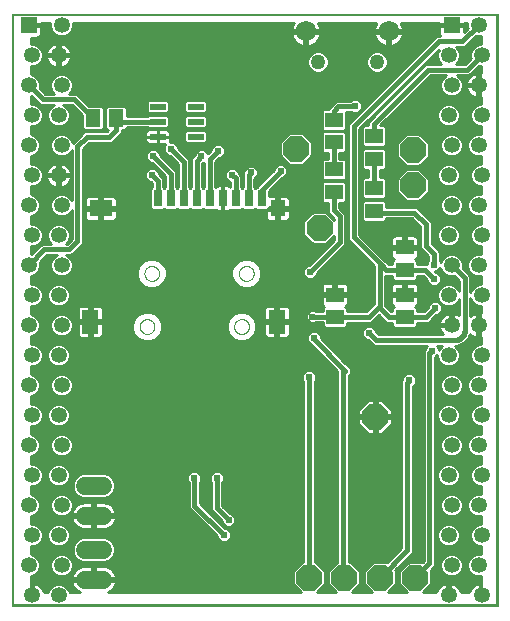
<source format=gbl>
G75*
%MOIN*%
%OFA0B0*%
%FSLAX25Y25*%
%IPPOS*%
%LPD*%
%AMOC8*
5,1,8,0,0,1.08239X$1,22.5*
%
%ADD10C,0.00000*%
%ADD11C,0.06791*%
%ADD12C,0.05020*%
%ADD13R,0.02756X0.05512*%
%ADD14R,0.05512X0.07874*%
%ADD15R,0.05039X0.05512*%
%ADD16R,0.07677X0.05512*%
%ADD17R,0.05118X0.05906*%
%ADD18R,0.05236X0.02087*%
%ADD19OC8,0.08500*%
%ADD20R,0.05906X0.05118*%
%ADD21C,0.06000*%
%ADD22C,0.00500*%
%ADD23C,0.05315*%
%ADD24R,0.05315X0.05315*%
%ADD25C,0.01000*%
%ADD26C,0.02400*%
%ADD27C,0.01600*%
D10*
X0020570Y0001467D02*
X0020570Y0198711D01*
X0182381Y0198711D01*
X0182381Y0001467D01*
X0020570Y0001467D01*
X0020570Y0001861D02*
X0181987Y0001861D01*
X0181987Y0009341D01*
X0094487Y0094578D02*
X0094489Y0094677D01*
X0094495Y0094776D01*
X0094505Y0094875D01*
X0094519Y0094973D01*
X0094537Y0095070D01*
X0094559Y0095167D01*
X0094584Y0095263D01*
X0094614Y0095357D01*
X0094647Y0095451D01*
X0094684Y0095543D01*
X0094725Y0095633D01*
X0094769Y0095722D01*
X0094817Y0095808D01*
X0094868Y0095893D01*
X0094923Y0095976D01*
X0094981Y0096056D01*
X0095042Y0096134D01*
X0095106Y0096210D01*
X0095173Y0096283D01*
X0095243Y0096353D01*
X0095316Y0096420D01*
X0095392Y0096484D01*
X0095470Y0096545D01*
X0095550Y0096603D01*
X0095633Y0096658D01*
X0095717Y0096709D01*
X0095804Y0096757D01*
X0095893Y0096801D01*
X0095983Y0096842D01*
X0096075Y0096879D01*
X0096169Y0096912D01*
X0096263Y0096942D01*
X0096359Y0096967D01*
X0096456Y0096989D01*
X0096553Y0097007D01*
X0096651Y0097021D01*
X0096750Y0097031D01*
X0096849Y0097037D01*
X0096948Y0097039D01*
X0097047Y0097037D01*
X0097146Y0097031D01*
X0097245Y0097021D01*
X0097343Y0097007D01*
X0097440Y0096989D01*
X0097537Y0096967D01*
X0097633Y0096942D01*
X0097727Y0096912D01*
X0097821Y0096879D01*
X0097913Y0096842D01*
X0098003Y0096801D01*
X0098092Y0096757D01*
X0098178Y0096709D01*
X0098263Y0096658D01*
X0098346Y0096603D01*
X0098426Y0096545D01*
X0098504Y0096484D01*
X0098580Y0096420D01*
X0098653Y0096353D01*
X0098723Y0096283D01*
X0098790Y0096210D01*
X0098854Y0096134D01*
X0098915Y0096056D01*
X0098973Y0095976D01*
X0099028Y0095893D01*
X0099079Y0095809D01*
X0099127Y0095722D01*
X0099171Y0095633D01*
X0099212Y0095543D01*
X0099249Y0095451D01*
X0099282Y0095357D01*
X0099312Y0095263D01*
X0099337Y0095167D01*
X0099359Y0095070D01*
X0099377Y0094973D01*
X0099391Y0094875D01*
X0099401Y0094776D01*
X0099407Y0094677D01*
X0099409Y0094578D01*
X0099407Y0094479D01*
X0099401Y0094380D01*
X0099391Y0094281D01*
X0099377Y0094183D01*
X0099359Y0094086D01*
X0099337Y0093989D01*
X0099312Y0093893D01*
X0099282Y0093799D01*
X0099249Y0093705D01*
X0099212Y0093613D01*
X0099171Y0093523D01*
X0099127Y0093434D01*
X0099079Y0093348D01*
X0099028Y0093263D01*
X0098973Y0093180D01*
X0098915Y0093100D01*
X0098854Y0093022D01*
X0098790Y0092946D01*
X0098723Y0092873D01*
X0098653Y0092803D01*
X0098580Y0092736D01*
X0098504Y0092672D01*
X0098426Y0092611D01*
X0098346Y0092553D01*
X0098263Y0092498D01*
X0098179Y0092447D01*
X0098092Y0092399D01*
X0098003Y0092355D01*
X0097913Y0092314D01*
X0097821Y0092277D01*
X0097727Y0092244D01*
X0097633Y0092214D01*
X0097537Y0092189D01*
X0097440Y0092167D01*
X0097343Y0092149D01*
X0097245Y0092135D01*
X0097146Y0092125D01*
X0097047Y0092119D01*
X0096948Y0092117D01*
X0096849Y0092119D01*
X0096750Y0092125D01*
X0096651Y0092135D01*
X0096553Y0092149D01*
X0096456Y0092167D01*
X0096359Y0092189D01*
X0096263Y0092214D01*
X0096169Y0092244D01*
X0096075Y0092277D01*
X0095983Y0092314D01*
X0095893Y0092355D01*
X0095804Y0092399D01*
X0095718Y0092447D01*
X0095633Y0092498D01*
X0095550Y0092553D01*
X0095470Y0092611D01*
X0095392Y0092672D01*
X0095316Y0092736D01*
X0095243Y0092803D01*
X0095173Y0092873D01*
X0095106Y0092946D01*
X0095042Y0093022D01*
X0094981Y0093100D01*
X0094923Y0093180D01*
X0094868Y0093263D01*
X0094817Y0093347D01*
X0094769Y0093434D01*
X0094725Y0093523D01*
X0094684Y0093613D01*
X0094647Y0093705D01*
X0094614Y0093799D01*
X0094584Y0093893D01*
X0094559Y0093989D01*
X0094537Y0094086D01*
X0094519Y0094183D01*
X0094505Y0094281D01*
X0094495Y0094380D01*
X0094489Y0094479D01*
X0094487Y0094578D01*
X0096061Y0112294D02*
X0096063Y0112393D01*
X0096069Y0112492D01*
X0096079Y0112591D01*
X0096093Y0112689D01*
X0096111Y0112786D01*
X0096133Y0112883D01*
X0096158Y0112979D01*
X0096188Y0113073D01*
X0096221Y0113167D01*
X0096258Y0113259D01*
X0096299Y0113349D01*
X0096343Y0113438D01*
X0096391Y0113524D01*
X0096442Y0113609D01*
X0096497Y0113692D01*
X0096555Y0113772D01*
X0096616Y0113850D01*
X0096680Y0113926D01*
X0096747Y0113999D01*
X0096817Y0114069D01*
X0096890Y0114136D01*
X0096966Y0114200D01*
X0097044Y0114261D01*
X0097124Y0114319D01*
X0097207Y0114374D01*
X0097291Y0114425D01*
X0097378Y0114473D01*
X0097467Y0114517D01*
X0097557Y0114558D01*
X0097649Y0114595D01*
X0097743Y0114628D01*
X0097837Y0114658D01*
X0097933Y0114683D01*
X0098030Y0114705D01*
X0098127Y0114723D01*
X0098225Y0114737D01*
X0098324Y0114747D01*
X0098423Y0114753D01*
X0098522Y0114755D01*
X0098621Y0114753D01*
X0098720Y0114747D01*
X0098819Y0114737D01*
X0098917Y0114723D01*
X0099014Y0114705D01*
X0099111Y0114683D01*
X0099207Y0114658D01*
X0099301Y0114628D01*
X0099395Y0114595D01*
X0099487Y0114558D01*
X0099577Y0114517D01*
X0099666Y0114473D01*
X0099752Y0114425D01*
X0099837Y0114374D01*
X0099920Y0114319D01*
X0100000Y0114261D01*
X0100078Y0114200D01*
X0100154Y0114136D01*
X0100227Y0114069D01*
X0100297Y0113999D01*
X0100364Y0113926D01*
X0100428Y0113850D01*
X0100489Y0113772D01*
X0100547Y0113692D01*
X0100602Y0113609D01*
X0100653Y0113525D01*
X0100701Y0113438D01*
X0100745Y0113349D01*
X0100786Y0113259D01*
X0100823Y0113167D01*
X0100856Y0113073D01*
X0100886Y0112979D01*
X0100911Y0112883D01*
X0100933Y0112786D01*
X0100951Y0112689D01*
X0100965Y0112591D01*
X0100975Y0112492D01*
X0100981Y0112393D01*
X0100983Y0112294D01*
X0100981Y0112195D01*
X0100975Y0112096D01*
X0100965Y0111997D01*
X0100951Y0111899D01*
X0100933Y0111802D01*
X0100911Y0111705D01*
X0100886Y0111609D01*
X0100856Y0111515D01*
X0100823Y0111421D01*
X0100786Y0111329D01*
X0100745Y0111239D01*
X0100701Y0111150D01*
X0100653Y0111064D01*
X0100602Y0110979D01*
X0100547Y0110896D01*
X0100489Y0110816D01*
X0100428Y0110738D01*
X0100364Y0110662D01*
X0100297Y0110589D01*
X0100227Y0110519D01*
X0100154Y0110452D01*
X0100078Y0110388D01*
X0100000Y0110327D01*
X0099920Y0110269D01*
X0099837Y0110214D01*
X0099753Y0110163D01*
X0099666Y0110115D01*
X0099577Y0110071D01*
X0099487Y0110030D01*
X0099395Y0109993D01*
X0099301Y0109960D01*
X0099207Y0109930D01*
X0099111Y0109905D01*
X0099014Y0109883D01*
X0098917Y0109865D01*
X0098819Y0109851D01*
X0098720Y0109841D01*
X0098621Y0109835D01*
X0098522Y0109833D01*
X0098423Y0109835D01*
X0098324Y0109841D01*
X0098225Y0109851D01*
X0098127Y0109865D01*
X0098030Y0109883D01*
X0097933Y0109905D01*
X0097837Y0109930D01*
X0097743Y0109960D01*
X0097649Y0109993D01*
X0097557Y0110030D01*
X0097467Y0110071D01*
X0097378Y0110115D01*
X0097292Y0110163D01*
X0097207Y0110214D01*
X0097124Y0110269D01*
X0097044Y0110327D01*
X0096966Y0110388D01*
X0096890Y0110452D01*
X0096817Y0110519D01*
X0096747Y0110589D01*
X0096680Y0110662D01*
X0096616Y0110738D01*
X0096555Y0110816D01*
X0096497Y0110896D01*
X0096442Y0110979D01*
X0096391Y0111063D01*
X0096343Y0111150D01*
X0096299Y0111239D01*
X0096258Y0111329D01*
X0096221Y0111421D01*
X0096188Y0111515D01*
X0096158Y0111609D01*
X0096133Y0111705D01*
X0096111Y0111802D01*
X0096093Y0111899D01*
X0096079Y0111997D01*
X0096069Y0112096D01*
X0096063Y0112195D01*
X0096061Y0112294D01*
X0064565Y0112294D02*
X0064567Y0112393D01*
X0064573Y0112492D01*
X0064583Y0112591D01*
X0064597Y0112689D01*
X0064615Y0112786D01*
X0064637Y0112883D01*
X0064662Y0112979D01*
X0064692Y0113073D01*
X0064725Y0113167D01*
X0064762Y0113259D01*
X0064803Y0113349D01*
X0064847Y0113438D01*
X0064895Y0113524D01*
X0064946Y0113609D01*
X0065001Y0113692D01*
X0065059Y0113772D01*
X0065120Y0113850D01*
X0065184Y0113926D01*
X0065251Y0113999D01*
X0065321Y0114069D01*
X0065394Y0114136D01*
X0065470Y0114200D01*
X0065548Y0114261D01*
X0065628Y0114319D01*
X0065711Y0114374D01*
X0065795Y0114425D01*
X0065882Y0114473D01*
X0065971Y0114517D01*
X0066061Y0114558D01*
X0066153Y0114595D01*
X0066247Y0114628D01*
X0066341Y0114658D01*
X0066437Y0114683D01*
X0066534Y0114705D01*
X0066631Y0114723D01*
X0066729Y0114737D01*
X0066828Y0114747D01*
X0066927Y0114753D01*
X0067026Y0114755D01*
X0067125Y0114753D01*
X0067224Y0114747D01*
X0067323Y0114737D01*
X0067421Y0114723D01*
X0067518Y0114705D01*
X0067615Y0114683D01*
X0067711Y0114658D01*
X0067805Y0114628D01*
X0067899Y0114595D01*
X0067991Y0114558D01*
X0068081Y0114517D01*
X0068170Y0114473D01*
X0068256Y0114425D01*
X0068341Y0114374D01*
X0068424Y0114319D01*
X0068504Y0114261D01*
X0068582Y0114200D01*
X0068658Y0114136D01*
X0068731Y0114069D01*
X0068801Y0113999D01*
X0068868Y0113926D01*
X0068932Y0113850D01*
X0068993Y0113772D01*
X0069051Y0113692D01*
X0069106Y0113609D01*
X0069157Y0113525D01*
X0069205Y0113438D01*
X0069249Y0113349D01*
X0069290Y0113259D01*
X0069327Y0113167D01*
X0069360Y0113073D01*
X0069390Y0112979D01*
X0069415Y0112883D01*
X0069437Y0112786D01*
X0069455Y0112689D01*
X0069469Y0112591D01*
X0069479Y0112492D01*
X0069485Y0112393D01*
X0069487Y0112294D01*
X0069485Y0112195D01*
X0069479Y0112096D01*
X0069469Y0111997D01*
X0069455Y0111899D01*
X0069437Y0111802D01*
X0069415Y0111705D01*
X0069390Y0111609D01*
X0069360Y0111515D01*
X0069327Y0111421D01*
X0069290Y0111329D01*
X0069249Y0111239D01*
X0069205Y0111150D01*
X0069157Y0111064D01*
X0069106Y0110979D01*
X0069051Y0110896D01*
X0068993Y0110816D01*
X0068932Y0110738D01*
X0068868Y0110662D01*
X0068801Y0110589D01*
X0068731Y0110519D01*
X0068658Y0110452D01*
X0068582Y0110388D01*
X0068504Y0110327D01*
X0068424Y0110269D01*
X0068341Y0110214D01*
X0068257Y0110163D01*
X0068170Y0110115D01*
X0068081Y0110071D01*
X0067991Y0110030D01*
X0067899Y0109993D01*
X0067805Y0109960D01*
X0067711Y0109930D01*
X0067615Y0109905D01*
X0067518Y0109883D01*
X0067421Y0109865D01*
X0067323Y0109851D01*
X0067224Y0109841D01*
X0067125Y0109835D01*
X0067026Y0109833D01*
X0066927Y0109835D01*
X0066828Y0109841D01*
X0066729Y0109851D01*
X0066631Y0109865D01*
X0066534Y0109883D01*
X0066437Y0109905D01*
X0066341Y0109930D01*
X0066247Y0109960D01*
X0066153Y0109993D01*
X0066061Y0110030D01*
X0065971Y0110071D01*
X0065882Y0110115D01*
X0065796Y0110163D01*
X0065711Y0110214D01*
X0065628Y0110269D01*
X0065548Y0110327D01*
X0065470Y0110388D01*
X0065394Y0110452D01*
X0065321Y0110519D01*
X0065251Y0110589D01*
X0065184Y0110662D01*
X0065120Y0110738D01*
X0065059Y0110816D01*
X0065001Y0110896D01*
X0064946Y0110979D01*
X0064895Y0111063D01*
X0064847Y0111150D01*
X0064803Y0111239D01*
X0064762Y0111329D01*
X0064725Y0111421D01*
X0064692Y0111515D01*
X0064662Y0111609D01*
X0064637Y0111705D01*
X0064615Y0111802D01*
X0064597Y0111899D01*
X0064583Y0111997D01*
X0064573Y0112096D01*
X0064567Y0112195D01*
X0064565Y0112294D01*
X0062990Y0094578D02*
X0062992Y0094677D01*
X0062998Y0094776D01*
X0063008Y0094875D01*
X0063022Y0094973D01*
X0063040Y0095070D01*
X0063062Y0095167D01*
X0063087Y0095263D01*
X0063117Y0095357D01*
X0063150Y0095451D01*
X0063187Y0095543D01*
X0063228Y0095633D01*
X0063272Y0095722D01*
X0063320Y0095808D01*
X0063371Y0095893D01*
X0063426Y0095976D01*
X0063484Y0096056D01*
X0063545Y0096134D01*
X0063609Y0096210D01*
X0063676Y0096283D01*
X0063746Y0096353D01*
X0063819Y0096420D01*
X0063895Y0096484D01*
X0063973Y0096545D01*
X0064053Y0096603D01*
X0064136Y0096658D01*
X0064220Y0096709D01*
X0064307Y0096757D01*
X0064396Y0096801D01*
X0064486Y0096842D01*
X0064578Y0096879D01*
X0064672Y0096912D01*
X0064766Y0096942D01*
X0064862Y0096967D01*
X0064959Y0096989D01*
X0065056Y0097007D01*
X0065154Y0097021D01*
X0065253Y0097031D01*
X0065352Y0097037D01*
X0065451Y0097039D01*
X0065550Y0097037D01*
X0065649Y0097031D01*
X0065748Y0097021D01*
X0065846Y0097007D01*
X0065943Y0096989D01*
X0066040Y0096967D01*
X0066136Y0096942D01*
X0066230Y0096912D01*
X0066324Y0096879D01*
X0066416Y0096842D01*
X0066506Y0096801D01*
X0066595Y0096757D01*
X0066681Y0096709D01*
X0066766Y0096658D01*
X0066849Y0096603D01*
X0066929Y0096545D01*
X0067007Y0096484D01*
X0067083Y0096420D01*
X0067156Y0096353D01*
X0067226Y0096283D01*
X0067293Y0096210D01*
X0067357Y0096134D01*
X0067418Y0096056D01*
X0067476Y0095976D01*
X0067531Y0095893D01*
X0067582Y0095809D01*
X0067630Y0095722D01*
X0067674Y0095633D01*
X0067715Y0095543D01*
X0067752Y0095451D01*
X0067785Y0095357D01*
X0067815Y0095263D01*
X0067840Y0095167D01*
X0067862Y0095070D01*
X0067880Y0094973D01*
X0067894Y0094875D01*
X0067904Y0094776D01*
X0067910Y0094677D01*
X0067912Y0094578D01*
X0067910Y0094479D01*
X0067904Y0094380D01*
X0067894Y0094281D01*
X0067880Y0094183D01*
X0067862Y0094086D01*
X0067840Y0093989D01*
X0067815Y0093893D01*
X0067785Y0093799D01*
X0067752Y0093705D01*
X0067715Y0093613D01*
X0067674Y0093523D01*
X0067630Y0093434D01*
X0067582Y0093348D01*
X0067531Y0093263D01*
X0067476Y0093180D01*
X0067418Y0093100D01*
X0067357Y0093022D01*
X0067293Y0092946D01*
X0067226Y0092873D01*
X0067156Y0092803D01*
X0067083Y0092736D01*
X0067007Y0092672D01*
X0066929Y0092611D01*
X0066849Y0092553D01*
X0066766Y0092498D01*
X0066682Y0092447D01*
X0066595Y0092399D01*
X0066506Y0092355D01*
X0066416Y0092314D01*
X0066324Y0092277D01*
X0066230Y0092244D01*
X0066136Y0092214D01*
X0066040Y0092189D01*
X0065943Y0092167D01*
X0065846Y0092149D01*
X0065748Y0092135D01*
X0065649Y0092125D01*
X0065550Y0092119D01*
X0065451Y0092117D01*
X0065352Y0092119D01*
X0065253Y0092125D01*
X0065154Y0092135D01*
X0065056Y0092149D01*
X0064959Y0092167D01*
X0064862Y0092189D01*
X0064766Y0092214D01*
X0064672Y0092244D01*
X0064578Y0092277D01*
X0064486Y0092314D01*
X0064396Y0092355D01*
X0064307Y0092399D01*
X0064221Y0092447D01*
X0064136Y0092498D01*
X0064053Y0092553D01*
X0063973Y0092611D01*
X0063895Y0092672D01*
X0063819Y0092736D01*
X0063746Y0092803D01*
X0063676Y0092873D01*
X0063609Y0092946D01*
X0063545Y0093022D01*
X0063484Y0093100D01*
X0063426Y0093180D01*
X0063371Y0093263D01*
X0063320Y0093347D01*
X0063272Y0093434D01*
X0063228Y0093523D01*
X0063187Y0093613D01*
X0063150Y0093705D01*
X0063117Y0093799D01*
X0063087Y0093893D01*
X0063062Y0093989D01*
X0063040Y0094086D01*
X0063022Y0094183D01*
X0063008Y0094281D01*
X0062998Y0094380D01*
X0062992Y0094479D01*
X0062990Y0094578D01*
D11*
X0118404Y0193003D03*
X0145963Y0193003D03*
D12*
X0142026Y0182668D03*
X0122341Y0182668D03*
D13*
X0103640Y0137373D03*
X0099310Y0137373D03*
X0094979Y0137373D03*
X0090648Y0137373D03*
X0086318Y0137373D03*
X0081987Y0137373D03*
X0077656Y0137373D03*
X0073325Y0137373D03*
X0068995Y0137373D03*
D14*
X0046554Y0096152D03*
X0108759Y0096152D03*
D15*
X0108995Y0133948D03*
D16*
X0049999Y0133948D03*
D17*
X0047538Y0164066D03*
X0055018Y0164066D03*
D18*
X0068994Y0162885D03*
X0068994Y0167885D03*
X0068994Y0157885D03*
X0081594Y0157885D03*
X0081594Y0162885D03*
X0081594Y0167885D03*
D19*
X0115058Y0153830D03*
X0122932Y0127452D03*
X0154034Y0141625D03*
X0154034Y0153436D03*
X0141436Y0064459D03*
X0143010Y0010916D03*
X0131199Y0010916D03*
X0119388Y0010916D03*
X0154822Y0010916D03*
D20*
X0151278Y0097727D03*
X0151278Y0105207D03*
X0151278Y0113475D03*
X0151278Y0120956D03*
X0141042Y0133160D03*
X0141042Y0140641D03*
X0141042Y0150483D03*
X0141042Y0157963D03*
X0127656Y0155995D03*
X0127656Y0163475D03*
X0127656Y0146940D03*
X0127656Y0139459D03*
X0128050Y0105207D03*
X0128050Y0097727D03*
D21*
X0050735Y0041507D02*
X0044735Y0041507D01*
X0044735Y0031507D02*
X0050735Y0031507D01*
X0050735Y0020247D02*
X0044735Y0020247D01*
X0044735Y0010247D02*
X0050735Y0010247D01*
D22*
X0020727Y0001625D02*
X0020727Y0198475D01*
X0182144Y0198475D01*
X0182144Y0001625D01*
X0020727Y0001625D01*
D23*
X0026936Y0005050D03*
X0035936Y0005050D03*
X0036936Y0015050D03*
X0035936Y0025050D03*
X0026936Y0025050D03*
X0025936Y0015050D03*
X0025936Y0035050D03*
X0026936Y0045050D03*
X0035936Y0045050D03*
X0036936Y0035050D03*
X0036936Y0055050D03*
X0035936Y0065050D03*
X0026936Y0065050D03*
X0025936Y0055050D03*
X0025936Y0075050D03*
X0026936Y0085050D03*
X0035936Y0085050D03*
X0036936Y0075050D03*
X0036936Y0095050D03*
X0035936Y0105050D03*
X0036936Y0115050D03*
X0035936Y0125050D03*
X0026936Y0125050D03*
X0025936Y0115050D03*
X0026936Y0105050D03*
X0025936Y0095050D03*
X0025936Y0135050D03*
X0026936Y0145050D03*
X0035936Y0145050D03*
X0036936Y0135050D03*
X0036936Y0155050D03*
X0035936Y0165050D03*
X0026936Y0165050D03*
X0025936Y0155050D03*
X0025936Y0175050D03*
X0026936Y0185050D03*
X0035936Y0185050D03*
X0036936Y0175050D03*
X0036936Y0195050D03*
X0165936Y0185050D03*
X0166936Y0175050D03*
X0175936Y0175050D03*
X0176936Y0185050D03*
X0175936Y0195050D03*
X0176936Y0165050D03*
X0175936Y0155050D03*
X0166936Y0155050D03*
X0165936Y0145050D03*
X0166936Y0135050D03*
X0175936Y0135050D03*
X0176936Y0125050D03*
X0175936Y0115050D03*
X0166936Y0115050D03*
X0165936Y0105050D03*
X0166936Y0095050D03*
X0175936Y0095050D03*
X0176936Y0085050D03*
X0175936Y0075050D03*
X0166936Y0075050D03*
X0165936Y0065050D03*
X0166936Y0055050D03*
X0175936Y0055050D03*
X0176936Y0045050D03*
X0175936Y0035050D03*
X0166936Y0035050D03*
X0165936Y0045050D03*
X0165936Y0025050D03*
X0166936Y0015050D03*
X0175936Y0015050D03*
X0176936Y0005050D03*
X0165936Y0005050D03*
X0176936Y0025050D03*
X0176936Y0065050D03*
X0165936Y0085050D03*
X0176936Y0105050D03*
X0165936Y0125050D03*
X0176936Y0145050D03*
X0165936Y0165050D03*
D24*
X0166936Y0195050D03*
X0025936Y0195050D03*
D25*
X0026908Y0194670D02*
X0033178Y0194670D01*
X0033178Y0194303D02*
X0033750Y0192922D01*
X0034807Y0191865D01*
X0036188Y0191293D01*
X0037683Y0191293D01*
X0039064Y0191865D01*
X0040121Y0192922D01*
X0040693Y0194303D01*
X0040693Y0195725D01*
X0114331Y0195725D01*
X0114217Y0195569D01*
X0113867Y0194882D01*
X0113629Y0194149D01*
X0113527Y0193503D01*
X0117904Y0193503D01*
X0117904Y0192503D01*
X0113527Y0192503D01*
X0113629Y0191856D01*
X0113867Y0191123D01*
X0114217Y0190437D01*
X0114670Y0189813D01*
X0115215Y0189269D01*
X0115838Y0188816D01*
X0116525Y0188466D01*
X0117258Y0188228D01*
X0117904Y0188125D01*
X0117904Y0192503D01*
X0118904Y0192503D01*
X0118904Y0193503D01*
X0123282Y0193503D01*
X0123179Y0194149D01*
X0122941Y0194882D01*
X0122591Y0195569D01*
X0122478Y0195725D01*
X0141890Y0195725D01*
X0141776Y0195569D01*
X0141426Y0194882D01*
X0141188Y0194149D01*
X0141086Y0193503D01*
X0145463Y0193503D01*
X0145463Y0192503D01*
X0141086Y0192503D01*
X0141188Y0191856D01*
X0141426Y0191123D01*
X0141776Y0190437D01*
X0142229Y0189813D01*
X0142774Y0189269D01*
X0143397Y0188816D01*
X0144084Y0188466D01*
X0144817Y0188228D01*
X0145463Y0188125D01*
X0145463Y0192503D01*
X0146463Y0192503D01*
X0146463Y0188125D01*
X0147110Y0188228D01*
X0147843Y0188466D01*
X0148529Y0188816D01*
X0149153Y0189269D01*
X0149697Y0189813D01*
X0150150Y0190437D01*
X0150500Y0191123D01*
X0150738Y0191856D01*
X0150841Y0192503D01*
X0146463Y0192503D01*
X0146463Y0193503D01*
X0150841Y0193503D01*
X0150738Y0194149D01*
X0150500Y0194882D01*
X0150150Y0195569D01*
X0150037Y0195725D01*
X0162778Y0195725D01*
X0162778Y0195436D01*
X0166550Y0195436D01*
X0166550Y0194664D01*
X0162778Y0194664D01*
X0162778Y0192195D01*
X0162880Y0191814D01*
X0163029Y0191556D01*
X0161909Y0191556D01*
X0160796Y0190443D01*
X0133562Y0163210D01*
X0132449Y0162097D01*
X0132449Y0123515D01*
X0133562Y0122402D01*
X0133562Y0122402D01*
X0141110Y0114854D01*
X0141110Y0102254D01*
X0138483Y0099627D01*
X0132103Y0099627D01*
X0132103Y0100742D01*
X0131589Y0101255D01*
X0131924Y0101448D01*
X0132203Y0101727D01*
X0132400Y0102069D01*
X0132503Y0102451D01*
X0132503Y0104707D01*
X0128550Y0104707D01*
X0128550Y0105707D01*
X0132503Y0105707D01*
X0132503Y0107964D01*
X0132400Y0108346D01*
X0132203Y0108688D01*
X0131924Y0108967D01*
X0131582Y0109164D01*
X0131200Y0109267D01*
X0128550Y0109267D01*
X0128550Y0105708D01*
X0127550Y0105708D01*
X0127550Y0109267D01*
X0124900Y0109267D01*
X0124518Y0109164D01*
X0124176Y0108967D01*
X0123897Y0108688D01*
X0123699Y0108346D01*
X0123597Y0107964D01*
X0123597Y0105707D01*
X0127550Y0105707D01*
X0127550Y0104707D01*
X0123597Y0104707D01*
X0123597Y0102451D01*
X0123699Y0102069D01*
X0123897Y0101727D01*
X0124176Y0101448D01*
X0124510Y0101255D01*
X0123997Y0100742D01*
X0123997Y0099824D01*
X0121922Y0099824D01*
X0121522Y0100224D01*
X0119617Y0100224D01*
X0118270Y0098877D01*
X0118270Y0096971D01*
X0119617Y0095624D01*
X0121522Y0095624D01*
X0121922Y0096024D01*
X0123997Y0096024D01*
X0123997Y0094712D01*
X0124641Y0094068D01*
X0131458Y0094068D01*
X0132103Y0094712D01*
X0132103Y0095827D01*
X0140057Y0095827D01*
X0142617Y0098387D01*
X0145176Y0095827D01*
X0147225Y0095827D01*
X0147225Y0094712D01*
X0147870Y0094068D01*
X0154687Y0094068D01*
X0155331Y0094712D01*
X0155331Y0095827D01*
X0159349Y0095827D01*
X0160462Y0096940D01*
X0161901Y0098380D01*
X0162467Y0098380D01*
X0163814Y0099727D01*
X0163814Y0101633D01*
X0162467Y0102980D01*
X0160562Y0102980D01*
X0159214Y0101633D01*
X0159214Y0101067D01*
X0157775Y0099627D01*
X0155331Y0099627D01*
X0155331Y0100742D01*
X0154818Y0101255D01*
X0155152Y0101448D01*
X0155431Y0101727D01*
X0155629Y0102069D01*
X0155731Y0102451D01*
X0155731Y0104707D01*
X0151778Y0104707D01*
X0151778Y0105707D01*
X0155731Y0105707D01*
X0155731Y0107964D01*
X0155629Y0108346D01*
X0155431Y0108688D01*
X0155152Y0108967D01*
X0154810Y0109164D01*
X0154428Y0109267D01*
X0151778Y0109267D01*
X0151778Y0105708D01*
X0150778Y0105708D01*
X0150778Y0109267D01*
X0148128Y0109267D01*
X0147746Y0109164D01*
X0147404Y0108967D01*
X0147125Y0108688D01*
X0146928Y0108346D01*
X0146825Y0107964D01*
X0146825Y0105707D01*
X0150778Y0105707D01*
X0150778Y0104707D01*
X0146825Y0104707D01*
X0146825Y0102451D01*
X0146928Y0102069D01*
X0147125Y0101727D01*
X0147404Y0101448D01*
X0147739Y0101255D01*
X0147225Y0100742D01*
X0147225Y0099627D01*
X0146750Y0099627D01*
X0144910Y0101467D01*
X0144910Y0111575D01*
X0147225Y0111575D01*
X0147225Y0110460D01*
X0147870Y0109816D01*
X0154687Y0109816D01*
X0155331Y0110460D01*
X0155331Y0111575D01*
X0157381Y0111575D01*
X0158821Y0110135D01*
X0158821Y0109570D01*
X0160168Y0108222D01*
X0162073Y0108222D01*
X0163421Y0109570D01*
X0163421Y0111475D01*
X0162073Y0112822D01*
X0161508Y0112822D01*
X0161383Y0112947D01*
X0162073Y0112947D01*
X0163252Y0114125D01*
X0163750Y0112922D01*
X0164807Y0111865D01*
X0166188Y0111293D01*
X0167683Y0111293D01*
X0167912Y0111387D01*
X0169457Y0109842D01*
X0169457Y0106368D01*
X0169121Y0107178D01*
X0168064Y0108235D01*
X0166683Y0108807D01*
X0165188Y0108807D01*
X0163807Y0108235D01*
X0162750Y0107178D01*
X0162178Y0105797D01*
X0162178Y0104303D01*
X0162750Y0102922D01*
X0163807Y0101865D01*
X0165188Y0101293D01*
X0166683Y0101293D01*
X0168064Y0101865D01*
X0169121Y0102922D01*
X0169457Y0103732D01*
X0169457Y0098357D01*
X0169115Y0098606D01*
X0168532Y0098903D01*
X0167909Y0099105D01*
X0167322Y0099198D01*
X0167322Y0095436D01*
X0166550Y0095436D01*
X0166550Y0099198D01*
X0165962Y0099105D01*
X0165340Y0098903D01*
X0164757Y0098606D01*
X0164227Y0098221D01*
X0163765Y0097758D01*
X0163380Y0097229D01*
X0163083Y0096646D01*
X0162881Y0096024D01*
X0162787Y0095436D01*
X0166550Y0095436D01*
X0166550Y0094664D01*
X0162787Y0094664D01*
X0162881Y0094076D01*
X0163083Y0093454D01*
X0163380Y0092871D01*
X0163765Y0092342D01*
X0164156Y0091950D01*
X0142616Y0091950D01*
X0141767Y0092799D01*
X0141767Y0093365D01*
X0140420Y0094712D01*
X0138514Y0094712D01*
X0137167Y0093365D01*
X0137167Y0091460D01*
X0138514Y0090112D01*
X0139080Y0090112D01*
X0141042Y0088150D01*
X0158724Y0088150D01*
X0158033Y0087459D01*
X0158033Y0086894D01*
X0157646Y0086506D01*
X0157646Y0016428D01*
X0157261Y0016043D01*
X0157038Y0016266D01*
X0152605Y0016266D01*
X0149472Y0013132D01*
X0149472Y0008700D01*
X0152137Y0006034D01*
X0145695Y0006034D01*
X0148360Y0008700D01*
X0148360Y0013132D01*
X0148137Y0013356D01*
X0153966Y0019184D01*
X0153966Y0074524D01*
X0155153Y0075711D01*
X0155153Y0077617D01*
X0153806Y0078964D01*
X0151900Y0078964D01*
X0150553Y0077617D01*
X0150553Y0077051D01*
X0150166Y0076664D01*
X0150166Y0020758D01*
X0145450Y0016043D01*
X0145227Y0016266D01*
X0140794Y0016266D01*
X0137660Y0013132D01*
X0137660Y0008700D01*
X0140326Y0006034D01*
X0133884Y0006034D01*
X0136549Y0008700D01*
X0136549Y0013132D01*
X0133416Y0016266D01*
X0132706Y0016266D01*
X0132706Y0078239D01*
X0133493Y0079027D01*
X0133493Y0080601D01*
X0132706Y0081388D01*
X0131593Y0082501D01*
X0123263Y0090831D01*
X0123263Y0091790D01*
X0121916Y0093137D01*
X0120011Y0093137D01*
X0118663Y0091790D01*
X0118663Y0089885D01*
X0120011Y0088537D01*
X0120183Y0088537D01*
X0128906Y0079814D01*
X0128906Y0016188D01*
X0125849Y0013132D01*
X0125849Y0008700D01*
X0128515Y0006034D01*
X0122073Y0006034D01*
X0124738Y0008700D01*
X0124738Y0013132D01*
X0121604Y0016266D01*
X0121288Y0016266D01*
X0121288Y0076493D01*
X0121688Y0076893D01*
X0121688Y0078798D01*
X0120341Y0080145D01*
X0118436Y0080145D01*
X0117088Y0078798D01*
X0117088Y0076893D01*
X0117488Y0076493D01*
X0117488Y0016266D01*
X0117172Y0016266D01*
X0114038Y0013132D01*
X0114038Y0008700D01*
X0116704Y0006034D01*
X0052332Y0006034D01*
X0052462Y0006077D01*
X0053093Y0006398D01*
X0053666Y0006814D01*
X0054167Y0007315D01*
X0054584Y0007888D01*
X0054905Y0008519D01*
X0055124Y0009193D01*
X0055212Y0009747D01*
X0048235Y0009747D01*
X0048235Y0010747D01*
X0047235Y0010747D01*
X0047235Y0014747D01*
X0044381Y0014747D01*
X0043681Y0014636D01*
X0043007Y0014417D01*
X0042376Y0014096D01*
X0041803Y0013679D01*
X0041302Y0013178D01*
X0040886Y0012605D01*
X0040565Y0011974D01*
X0040346Y0011301D01*
X0040258Y0010747D01*
X0047235Y0010747D01*
X0047235Y0009747D01*
X0040258Y0009747D01*
X0040346Y0009193D01*
X0040565Y0008519D01*
X0040886Y0007888D01*
X0041302Y0007315D01*
X0041803Y0006814D01*
X0042376Y0006398D01*
X0043007Y0006077D01*
X0043138Y0006034D01*
X0039595Y0006034D01*
X0039121Y0007178D01*
X0038064Y0008235D01*
X0036683Y0008807D01*
X0035188Y0008807D01*
X0033807Y0008235D01*
X0032750Y0007178D01*
X0032276Y0006034D01*
X0030987Y0006034D01*
X0030789Y0006646D01*
X0030491Y0007229D01*
X0030107Y0007758D01*
X0029644Y0008221D01*
X0029115Y0008606D01*
X0028532Y0008903D01*
X0027909Y0009105D01*
X0027322Y0009198D01*
X0027322Y0006034D01*
X0026908Y0006034D01*
X0026908Y0011386D01*
X0028064Y0011865D01*
X0029121Y0012922D01*
X0029693Y0014303D01*
X0029693Y0015797D01*
X0029121Y0017178D01*
X0028064Y0018235D01*
X0026908Y0018714D01*
X0026908Y0021293D01*
X0027683Y0021293D01*
X0029064Y0021865D01*
X0030121Y0022922D01*
X0030693Y0024303D01*
X0030693Y0025797D01*
X0030121Y0027178D01*
X0029064Y0028235D01*
X0027683Y0028807D01*
X0026908Y0028807D01*
X0026908Y0031386D01*
X0028064Y0031865D01*
X0029121Y0032922D01*
X0029693Y0034303D01*
X0029693Y0035797D01*
X0029121Y0037178D01*
X0028064Y0038235D01*
X0026908Y0038714D01*
X0026908Y0041293D01*
X0027683Y0041293D01*
X0029064Y0041865D01*
X0030121Y0042922D01*
X0030693Y0044303D01*
X0030693Y0045797D01*
X0030121Y0047178D01*
X0029064Y0048235D01*
X0027683Y0048807D01*
X0026908Y0048807D01*
X0026908Y0051386D01*
X0028064Y0051865D01*
X0029121Y0052922D01*
X0029693Y0054303D01*
X0029693Y0055797D01*
X0029121Y0057178D01*
X0028064Y0058235D01*
X0026908Y0058714D01*
X0026908Y0061293D01*
X0027683Y0061293D01*
X0029064Y0061865D01*
X0030121Y0062922D01*
X0030693Y0064303D01*
X0030693Y0065797D01*
X0030121Y0067178D01*
X0029064Y0068235D01*
X0027683Y0068807D01*
X0026908Y0068807D01*
X0026908Y0071386D01*
X0028064Y0071865D01*
X0029121Y0072922D01*
X0029693Y0074303D01*
X0029693Y0075797D01*
X0029121Y0077178D01*
X0028064Y0078235D01*
X0026908Y0078714D01*
X0026908Y0081293D01*
X0027683Y0081293D01*
X0029064Y0081865D01*
X0030121Y0082922D01*
X0030693Y0084303D01*
X0030693Y0085797D01*
X0030121Y0087178D01*
X0029064Y0088235D01*
X0027683Y0088807D01*
X0026908Y0088807D01*
X0026908Y0091386D01*
X0028064Y0091865D01*
X0029121Y0092922D01*
X0029693Y0094303D01*
X0029693Y0095797D01*
X0029121Y0097178D01*
X0028064Y0098235D01*
X0026908Y0098714D01*
X0026908Y0101293D01*
X0027683Y0101293D01*
X0029064Y0101865D01*
X0030121Y0102922D01*
X0030693Y0104303D01*
X0030693Y0105797D01*
X0030121Y0107178D01*
X0029064Y0108235D01*
X0027683Y0108807D01*
X0026908Y0108807D01*
X0026908Y0111386D01*
X0028064Y0111865D01*
X0029121Y0112922D01*
X0029693Y0114303D01*
X0029693Y0115797D01*
X0029599Y0116026D01*
X0032038Y0118465D01*
X0035361Y0118465D01*
X0034807Y0118235D01*
X0033750Y0117178D01*
X0033178Y0115797D01*
X0033178Y0114303D01*
X0033750Y0112922D01*
X0034807Y0111865D01*
X0036188Y0111293D01*
X0037683Y0111293D01*
X0039064Y0111865D01*
X0040121Y0112922D01*
X0040693Y0114303D01*
X0040693Y0115797D01*
X0040121Y0117178D01*
X0039064Y0118235D01*
X0038510Y0118465D01*
X0040254Y0118465D01*
X0043010Y0121221D01*
X0044123Y0122334D01*
X0044123Y0153830D01*
X0046160Y0155867D01*
X0053640Y0155867D01*
X0056002Y0158229D01*
X0057115Y0159342D01*
X0057115Y0160013D01*
X0058033Y0160013D01*
X0058677Y0160657D01*
X0058677Y0160985D01*
X0065677Y0160985D01*
X0065920Y0160741D01*
X0072068Y0160741D01*
X0072712Y0161386D01*
X0072712Y0164384D01*
X0072068Y0165028D01*
X0065920Y0165028D01*
X0065677Y0164785D01*
X0058677Y0164785D01*
X0058677Y0167474D01*
X0058033Y0168118D01*
X0052004Y0168118D01*
X0051359Y0167474D01*
X0051359Y0160657D01*
X0052004Y0160013D01*
X0052412Y0160013D01*
X0052066Y0159667D01*
X0044586Y0159667D01*
X0043473Y0158554D01*
X0040693Y0155774D01*
X0040693Y0155797D01*
X0040121Y0157178D01*
X0039064Y0158235D01*
X0037683Y0158807D01*
X0036188Y0158807D01*
X0034807Y0158235D01*
X0033750Y0157178D01*
X0033178Y0155797D01*
X0033178Y0154303D01*
X0033750Y0152922D01*
X0034807Y0151865D01*
X0036188Y0151293D01*
X0037683Y0151293D01*
X0039064Y0151865D01*
X0040121Y0152922D01*
X0040323Y0153409D01*
X0040323Y0136691D01*
X0040121Y0137178D01*
X0039064Y0138235D01*
X0037683Y0138807D01*
X0036188Y0138807D01*
X0034807Y0138235D01*
X0033750Y0137178D01*
X0033178Y0135797D01*
X0033178Y0134303D01*
X0033750Y0132922D01*
X0034807Y0131865D01*
X0036188Y0131293D01*
X0037683Y0131293D01*
X0039064Y0131865D01*
X0040121Y0132922D01*
X0040323Y0133409D01*
X0040323Y0123908D01*
X0038680Y0122265D01*
X0038465Y0122265D01*
X0039121Y0122922D01*
X0039693Y0124303D01*
X0039693Y0125797D01*
X0039121Y0127178D01*
X0038064Y0128235D01*
X0036683Y0128807D01*
X0035188Y0128807D01*
X0033807Y0128235D01*
X0032750Y0127178D01*
X0032178Y0125797D01*
X0032178Y0124303D01*
X0032750Y0122922D01*
X0033407Y0122265D01*
X0030464Y0122265D01*
X0026912Y0118713D01*
X0026908Y0118714D01*
X0026908Y0121293D01*
X0027683Y0121293D01*
X0029064Y0121865D01*
X0030121Y0122922D01*
X0030693Y0124303D01*
X0030693Y0125797D01*
X0030121Y0127178D01*
X0029064Y0128235D01*
X0027683Y0128807D01*
X0026908Y0128807D01*
X0026908Y0131386D01*
X0028064Y0131865D01*
X0029121Y0132922D01*
X0029693Y0134303D01*
X0029693Y0135797D01*
X0029121Y0137178D01*
X0028064Y0138235D01*
X0026908Y0138714D01*
X0026908Y0141293D01*
X0027683Y0141293D01*
X0029064Y0141865D01*
X0030121Y0142922D01*
X0030693Y0144303D01*
X0030693Y0145797D01*
X0030121Y0147178D01*
X0029064Y0148235D01*
X0027683Y0148807D01*
X0026908Y0148807D01*
X0026908Y0151386D01*
X0028064Y0151865D01*
X0029121Y0152922D01*
X0029693Y0154303D01*
X0029693Y0155797D01*
X0029121Y0157178D01*
X0028064Y0158235D01*
X0026908Y0158714D01*
X0026908Y0161293D01*
X0027683Y0161293D01*
X0029064Y0161865D01*
X0030121Y0162922D01*
X0030693Y0164303D01*
X0030693Y0165797D01*
X0030121Y0167178D01*
X0029064Y0168235D01*
X0027683Y0168807D01*
X0026908Y0168807D01*
X0026908Y0171386D01*
X0026912Y0171387D01*
X0029834Y0168465D01*
X0034361Y0168465D01*
X0033807Y0168235D01*
X0032750Y0167178D01*
X0032178Y0165797D01*
X0032178Y0164303D01*
X0032750Y0162922D01*
X0033807Y0161865D01*
X0035188Y0161293D01*
X0036683Y0161293D01*
X0038064Y0161865D01*
X0039121Y0162922D01*
X0039693Y0164303D01*
X0039693Y0165797D01*
X0039121Y0167178D01*
X0038064Y0168235D01*
X0037510Y0168465D01*
X0040452Y0168465D01*
X0043879Y0165038D01*
X0043879Y0160657D01*
X0044523Y0160013D01*
X0050553Y0160013D01*
X0051197Y0160657D01*
X0051197Y0167474D01*
X0050553Y0168118D01*
X0046172Y0168118D01*
X0042026Y0172265D01*
X0039465Y0172265D01*
X0040121Y0172922D01*
X0040693Y0174303D01*
X0040693Y0175797D01*
X0040121Y0177178D01*
X0039064Y0178235D01*
X0037683Y0178807D01*
X0036188Y0178807D01*
X0034807Y0178235D01*
X0033750Y0177178D01*
X0033178Y0175797D01*
X0033178Y0174303D01*
X0033750Y0172922D01*
X0034407Y0172265D01*
X0031408Y0172265D01*
X0029599Y0174074D01*
X0029693Y0174303D01*
X0029693Y0175797D01*
X0029121Y0177178D01*
X0028064Y0178235D01*
X0026908Y0178714D01*
X0026908Y0181293D01*
X0027683Y0181293D01*
X0029064Y0181865D01*
X0030121Y0182922D01*
X0030693Y0184303D01*
X0030693Y0185797D01*
X0030121Y0187178D01*
X0029064Y0188235D01*
X0027683Y0188807D01*
X0026908Y0188807D01*
X0026908Y0190893D01*
X0028791Y0190893D01*
X0029172Y0190995D01*
X0029514Y0191192D01*
X0029793Y0191471D01*
X0029991Y0191814D01*
X0030093Y0192195D01*
X0030093Y0194664D01*
X0026908Y0194664D01*
X0026908Y0195436D01*
X0030093Y0195436D01*
X0030093Y0195725D01*
X0033178Y0195725D01*
X0033178Y0194303D01*
X0033439Y0193672D02*
X0030093Y0193672D01*
X0030093Y0192673D02*
X0033998Y0192673D01*
X0035265Y0191675D02*
X0029911Y0191675D01*
X0026908Y0190676D02*
X0114095Y0190676D01*
X0113688Y0191675D02*
X0038606Y0191675D01*
X0039873Y0192673D02*
X0117904Y0192673D01*
X0117904Y0191675D02*
X0118904Y0191675D01*
X0118904Y0192503D02*
X0118904Y0188125D01*
X0119551Y0188228D01*
X0120283Y0188466D01*
X0120970Y0188816D01*
X0121594Y0189269D01*
X0122138Y0189813D01*
X0122591Y0190437D01*
X0122941Y0191123D01*
X0123179Y0191856D01*
X0123282Y0192503D01*
X0118904Y0192503D01*
X0118904Y0192673D02*
X0145463Y0192673D01*
X0145463Y0191675D02*
X0146463Y0191675D01*
X0146463Y0192673D02*
X0162778Y0192673D01*
X0162778Y0193672D02*
X0150814Y0193672D01*
X0150569Y0194670D02*
X0166550Y0194670D01*
X0167322Y0194670D02*
X0172178Y0194670D01*
X0172178Y0194303D02*
X0172273Y0194074D01*
X0171093Y0192894D01*
X0171093Y0194664D01*
X0167322Y0194664D01*
X0167322Y0195436D01*
X0171093Y0195436D01*
X0171093Y0195725D01*
X0172178Y0195725D01*
X0172178Y0194303D01*
X0171871Y0193672D02*
X0171093Y0193672D01*
X0171093Y0195669D02*
X0172178Y0195669D01*
X0174960Y0191387D02*
X0175188Y0191293D01*
X0176683Y0191293D01*
X0176908Y0191386D01*
X0176908Y0188807D01*
X0176188Y0188807D01*
X0174807Y0188235D01*
X0173750Y0187178D01*
X0173178Y0185797D01*
X0173178Y0184303D01*
X0173273Y0184074D01*
X0171306Y0182107D01*
X0168307Y0182107D01*
X0169121Y0182922D01*
X0169693Y0184303D01*
X0169693Y0185797D01*
X0169121Y0187178D01*
X0168543Y0187756D01*
X0171329Y0187756D01*
X0174960Y0191387D01*
X0174249Y0190676D02*
X0176908Y0190676D01*
X0176908Y0189678D02*
X0173251Y0189678D01*
X0172252Y0188679D02*
X0175879Y0188679D01*
X0174253Y0187681D02*
X0168619Y0187681D01*
X0169327Y0186682D02*
X0173545Y0186682D01*
X0173178Y0185684D02*
X0169693Y0185684D01*
X0169693Y0184685D02*
X0173178Y0184685D01*
X0172885Y0183687D02*
X0169438Y0183687D01*
X0168888Y0182688D02*
X0171887Y0182688D01*
X0174265Y0179693D02*
X0176908Y0179693D01*
X0176908Y0179105D02*
X0176322Y0179198D01*
X0176322Y0175436D01*
X0175550Y0175436D01*
X0175550Y0179198D01*
X0174962Y0179105D01*
X0174340Y0178903D01*
X0173757Y0178606D01*
X0173227Y0178221D01*
X0172765Y0177758D01*
X0172380Y0177229D01*
X0172083Y0176646D01*
X0171881Y0176024D01*
X0171787Y0175436D01*
X0175550Y0175436D01*
X0175550Y0174664D01*
X0176322Y0174664D01*
X0176322Y0170902D01*
X0176908Y0170995D01*
X0176908Y0168807D01*
X0176188Y0168807D01*
X0174807Y0168235D01*
X0173750Y0167178D01*
X0173178Y0165797D01*
X0173178Y0164303D01*
X0173750Y0162922D01*
X0174807Y0161865D01*
X0176188Y0161293D01*
X0176908Y0161293D01*
X0176908Y0158714D01*
X0176683Y0158807D01*
X0175188Y0158807D01*
X0173807Y0158235D01*
X0172750Y0157178D01*
X0172178Y0155797D01*
X0172178Y0154303D01*
X0172750Y0152922D01*
X0173807Y0151865D01*
X0175188Y0151293D01*
X0176683Y0151293D01*
X0176908Y0151386D01*
X0176908Y0148807D01*
X0176188Y0148807D01*
X0174807Y0148235D01*
X0173750Y0147178D01*
X0173178Y0145797D01*
X0173178Y0144303D01*
X0173750Y0142922D01*
X0174807Y0141865D01*
X0176188Y0141293D01*
X0176908Y0141293D01*
X0176908Y0138714D01*
X0176683Y0138807D01*
X0175188Y0138807D01*
X0173807Y0138235D01*
X0172750Y0137178D01*
X0172178Y0135797D01*
X0172178Y0134303D01*
X0172750Y0132922D01*
X0173807Y0131865D01*
X0175188Y0131293D01*
X0176683Y0131293D01*
X0176908Y0131386D01*
X0176908Y0128807D01*
X0176188Y0128807D01*
X0174807Y0128235D01*
X0173750Y0127178D01*
X0173178Y0125797D01*
X0173178Y0124303D01*
X0173750Y0122922D01*
X0174807Y0121865D01*
X0176188Y0121293D01*
X0176908Y0121293D01*
X0176908Y0118714D01*
X0176683Y0118807D01*
X0175188Y0118807D01*
X0173807Y0118235D01*
X0172750Y0117178D01*
X0172178Y0115797D01*
X0172178Y0114303D01*
X0172750Y0112922D01*
X0173807Y0111865D01*
X0175188Y0111293D01*
X0176683Y0111293D01*
X0176908Y0111386D01*
X0176908Y0108807D01*
X0176188Y0108807D01*
X0174807Y0108235D01*
X0173750Y0107178D01*
X0173257Y0105987D01*
X0173257Y0111416D01*
X0170599Y0114074D01*
X0170693Y0114303D01*
X0170693Y0115797D01*
X0170121Y0117178D01*
X0169064Y0118235D01*
X0167683Y0118807D01*
X0166188Y0118807D01*
X0164807Y0118235D01*
X0163750Y0117178D01*
X0163367Y0116253D01*
X0163021Y0116600D01*
X0163021Y0119577D01*
X0160265Y0122333D01*
X0160265Y0129420D01*
X0156328Y0133357D01*
X0155215Y0134470D01*
X0145095Y0134470D01*
X0145095Y0136175D01*
X0144450Y0136819D01*
X0137634Y0136819D01*
X0136989Y0136175D01*
X0136989Y0130146D01*
X0137634Y0129501D01*
X0144450Y0129501D01*
X0145095Y0130146D01*
X0145095Y0130670D01*
X0153641Y0130670D01*
X0156465Y0127846D01*
X0156465Y0120759D01*
X0157578Y0119646D01*
X0159221Y0118003D01*
X0159221Y0116600D01*
X0158821Y0116200D01*
X0158821Y0115375D01*
X0155331Y0115375D01*
X0155331Y0116490D01*
X0154818Y0117003D01*
X0155152Y0117196D01*
X0155431Y0117475D01*
X0155629Y0117817D01*
X0155731Y0118199D01*
X0155731Y0120456D01*
X0151778Y0120456D01*
X0151778Y0121455D01*
X0155731Y0121455D01*
X0155731Y0123712D01*
X0155629Y0124094D01*
X0155431Y0124436D01*
X0155152Y0124715D01*
X0154810Y0124912D01*
X0154428Y0125015D01*
X0151778Y0125015D01*
X0151778Y0121456D01*
X0150778Y0121456D01*
X0150778Y0125015D01*
X0148128Y0125015D01*
X0147746Y0124912D01*
X0147404Y0124715D01*
X0147125Y0124436D01*
X0146928Y0124094D01*
X0146825Y0123712D01*
X0146825Y0121455D01*
X0150778Y0121455D01*
X0150778Y0120456D01*
X0146825Y0120456D01*
X0146825Y0118199D01*
X0146928Y0117817D01*
X0147125Y0117475D01*
X0147404Y0117196D01*
X0147739Y0117003D01*
X0147225Y0116490D01*
X0147225Y0115375D01*
X0145963Y0115375D01*
X0144910Y0116428D01*
X0143797Y0117541D01*
X0136249Y0125089D01*
X0136249Y0160523D01*
X0162641Y0186915D01*
X0162178Y0185797D01*
X0162178Y0184303D01*
X0162750Y0182922D01*
X0163564Y0182107D01*
X0158365Y0182107D01*
X0157252Y0180994D01*
X0139142Y0162884D01*
X0139142Y0161622D01*
X0137634Y0161622D01*
X0136989Y0160978D01*
X0136989Y0154949D01*
X0137634Y0154304D01*
X0144450Y0154304D01*
X0145095Y0154949D01*
X0145095Y0160978D01*
X0144450Y0161622D01*
X0143254Y0161622D01*
X0159939Y0178307D01*
X0164981Y0178307D01*
X0164807Y0178235D01*
X0163750Y0177178D01*
X0163178Y0175797D01*
X0163178Y0174303D01*
X0163750Y0172922D01*
X0164807Y0171865D01*
X0166188Y0171293D01*
X0167683Y0171293D01*
X0169064Y0171865D01*
X0170121Y0172922D01*
X0170693Y0174303D01*
X0170693Y0175797D01*
X0170121Y0177178D01*
X0169064Y0178235D01*
X0168890Y0178307D01*
X0172880Y0178307D01*
X0175960Y0181387D01*
X0176188Y0181293D01*
X0176908Y0181293D01*
X0176908Y0179105D01*
X0176322Y0178694D02*
X0175550Y0178694D01*
X0175550Y0177696D02*
X0176322Y0177696D01*
X0176322Y0176697D02*
X0175550Y0176697D01*
X0175550Y0175699D02*
X0176322Y0175699D01*
X0175550Y0174700D02*
X0170693Y0174700D01*
X0170693Y0175699D02*
X0171829Y0175699D01*
X0171787Y0174664D02*
X0171881Y0174076D01*
X0172083Y0173454D01*
X0172380Y0172871D01*
X0172765Y0172342D01*
X0173227Y0171879D01*
X0173757Y0171494D01*
X0174340Y0171197D01*
X0174962Y0170995D01*
X0175550Y0170902D01*
X0175550Y0174664D01*
X0171787Y0174664D01*
X0172002Y0173702D02*
X0170444Y0173702D01*
X0169903Y0172703D02*
X0172502Y0172703D01*
X0173467Y0171705D02*
X0168678Y0171705D01*
X0166921Y0168709D02*
X0175951Y0168709D01*
X0176908Y0169708D02*
X0151339Y0169708D01*
X0152338Y0170706D02*
X0176908Y0170706D01*
X0176322Y0171705D02*
X0175550Y0171705D01*
X0175550Y0172703D02*
X0176322Y0172703D01*
X0176322Y0173702D02*
X0175550Y0173702D01*
X0172109Y0176697D02*
X0170320Y0176697D01*
X0169604Y0177696D02*
X0172719Y0177696D01*
X0173267Y0178694D02*
X0173930Y0178694D01*
X0175264Y0180691D02*
X0176908Y0180691D01*
X0174282Y0167711D02*
X0168589Y0167711D01*
X0168064Y0168235D02*
X0166683Y0168807D01*
X0165188Y0168807D01*
X0163807Y0168235D01*
X0162750Y0167178D01*
X0162178Y0165797D01*
X0162178Y0164303D01*
X0162750Y0162922D01*
X0163807Y0161865D01*
X0165188Y0161293D01*
X0166683Y0161293D01*
X0168064Y0161865D01*
X0169121Y0162922D01*
X0169693Y0164303D01*
X0169693Y0165797D01*
X0169121Y0167178D01*
X0168064Y0168235D01*
X0169314Y0166712D02*
X0173557Y0166712D01*
X0173178Y0165714D02*
X0169693Y0165714D01*
X0169693Y0164715D02*
X0173178Y0164715D01*
X0173421Y0163717D02*
X0169450Y0163717D01*
X0168918Y0162718D02*
X0173954Y0162718D01*
X0175157Y0161720D02*
X0167714Y0161720D01*
X0167683Y0158807D02*
X0166188Y0158807D01*
X0164807Y0158235D01*
X0163750Y0157178D01*
X0163178Y0155797D01*
X0163178Y0154303D01*
X0163750Y0152922D01*
X0164807Y0151865D01*
X0166188Y0151293D01*
X0167683Y0151293D01*
X0169064Y0151865D01*
X0170121Y0152922D01*
X0170693Y0154303D01*
X0170693Y0155797D01*
X0170121Y0157178D01*
X0169064Y0158235D01*
X0167683Y0158807D01*
X0167885Y0158724D02*
X0174987Y0158724D01*
X0176885Y0158724D02*
X0176908Y0158724D01*
X0176908Y0159722D02*
X0145095Y0159722D01*
X0145095Y0158724D02*
X0151756Y0158724D01*
X0151818Y0158786D02*
X0148684Y0155652D01*
X0148684Y0151220D01*
X0151818Y0148086D01*
X0156250Y0148086D01*
X0159384Y0151220D01*
X0159384Y0155652D01*
X0156250Y0158786D01*
X0151818Y0158786D01*
X0150758Y0157725D02*
X0145095Y0157725D01*
X0145095Y0156727D02*
X0149759Y0156727D01*
X0148761Y0155728D02*
X0145095Y0155728D01*
X0144876Y0154730D02*
X0148684Y0154730D01*
X0148684Y0153731D02*
X0144861Y0153731D01*
X0145095Y0153498D02*
X0144450Y0154142D01*
X0137634Y0154142D01*
X0136989Y0153498D01*
X0136989Y0147468D01*
X0137634Y0146824D01*
X0139142Y0146824D01*
X0139142Y0144300D01*
X0137634Y0144300D01*
X0136989Y0143655D01*
X0136989Y0137626D01*
X0137634Y0136981D01*
X0144450Y0136981D01*
X0145095Y0137626D01*
X0145095Y0143655D01*
X0144450Y0144300D01*
X0142942Y0144300D01*
X0142942Y0146824D01*
X0144450Y0146824D01*
X0145095Y0147468D01*
X0145095Y0153498D01*
X0145095Y0152733D02*
X0148684Y0152733D01*
X0148684Y0151734D02*
X0145095Y0151734D01*
X0145095Y0150736D02*
X0149168Y0150736D01*
X0150167Y0149737D02*
X0145095Y0149737D01*
X0145095Y0148739D02*
X0151165Y0148739D01*
X0151818Y0146975D02*
X0148684Y0143841D01*
X0148684Y0139409D01*
X0151818Y0136275D01*
X0156250Y0136275D01*
X0159384Y0139409D01*
X0159384Y0143841D01*
X0156250Y0146975D01*
X0151818Y0146975D01*
X0151585Y0146742D02*
X0142942Y0146742D01*
X0142942Y0145743D02*
X0150587Y0145743D01*
X0149588Y0144745D02*
X0142942Y0144745D01*
X0145004Y0143746D02*
X0148684Y0143746D01*
X0148684Y0142748D02*
X0145095Y0142748D01*
X0145095Y0141749D02*
X0148684Y0141749D01*
X0148684Y0140751D02*
X0145095Y0140751D01*
X0145095Y0139752D02*
X0148684Y0139752D01*
X0149339Y0138754D02*
X0145095Y0138754D01*
X0145095Y0137755D02*
X0150338Y0137755D01*
X0151336Y0136757D02*
X0144513Y0136757D01*
X0145095Y0135758D02*
X0163178Y0135758D01*
X0163178Y0135797D02*
X0163178Y0134303D01*
X0163750Y0132922D01*
X0164807Y0131865D01*
X0166188Y0131293D01*
X0167683Y0131293D01*
X0169064Y0131865D01*
X0170121Y0132922D01*
X0170693Y0134303D01*
X0170693Y0135797D01*
X0170121Y0137178D01*
X0169064Y0138235D01*
X0167683Y0138807D01*
X0166188Y0138807D01*
X0164807Y0138235D01*
X0163750Y0137178D01*
X0163178Y0135797D01*
X0163178Y0134760D02*
X0145095Y0134760D01*
X0144716Y0129767D02*
X0154543Y0129767D01*
X0155542Y0128769D02*
X0136249Y0128769D01*
X0136249Y0129767D02*
X0137368Y0129767D01*
X0136989Y0130766D02*
X0136249Y0130766D01*
X0136249Y0131764D02*
X0136989Y0131764D01*
X0136989Y0132763D02*
X0136249Y0132763D01*
X0136249Y0133761D02*
X0136989Y0133761D01*
X0136989Y0134760D02*
X0136249Y0134760D01*
X0136249Y0135758D02*
X0136989Y0135758D01*
X0137571Y0136757D02*
X0136249Y0136757D01*
X0136249Y0137755D02*
X0136989Y0137755D01*
X0136989Y0138754D02*
X0136249Y0138754D01*
X0136249Y0139752D02*
X0136989Y0139752D01*
X0136989Y0140751D02*
X0136249Y0140751D01*
X0136249Y0141749D02*
X0136989Y0141749D01*
X0136989Y0142748D02*
X0136249Y0142748D01*
X0136249Y0143746D02*
X0137080Y0143746D01*
X0136249Y0144745D02*
X0139142Y0144745D01*
X0139142Y0145743D02*
X0136249Y0145743D01*
X0136249Y0146742D02*
X0139142Y0146742D01*
X0136989Y0147740D02*
X0136249Y0147740D01*
X0136249Y0148739D02*
X0136989Y0148739D01*
X0136989Y0149737D02*
X0136249Y0149737D01*
X0136249Y0150736D02*
X0136989Y0150736D01*
X0136989Y0151734D02*
X0136249Y0151734D01*
X0136249Y0152733D02*
X0136989Y0152733D01*
X0137223Y0153731D02*
X0136249Y0153731D01*
X0136249Y0154730D02*
X0137208Y0154730D01*
X0136989Y0155728D02*
X0136249Y0155728D01*
X0136249Y0156727D02*
X0136989Y0156727D01*
X0136989Y0157725D02*
X0136249Y0157725D01*
X0136249Y0158724D02*
X0136989Y0158724D01*
X0136989Y0159722D02*
X0136249Y0159722D01*
X0136447Y0160721D02*
X0136989Y0160721D01*
X0137446Y0161720D02*
X0139142Y0161720D01*
X0139142Y0162718D02*
X0138444Y0162718D01*
X0139443Y0163717D02*
X0139974Y0163717D01*
X0140441Y0164715D02*
X0140973Y0164715D01*
X0141440Y0165714D02*
X0141971Y0165714D01*
X0142438Y0166712D02*
X0142970Y0166712D01*
X0143437Y0167711D02*
X0143968Y0167711D01*
X0144435Y0168709D02*
X0144967Y0168709D01*
X0145434Y0169708D02*
X0145965Y0169708D01*
X0146432Y0170706D02*
X0146964Y0170706D01*
X0147431Y0171705D02*
X0147962Y0171705D01*
X0148429Y0172703D02*
X0148961Y0172703D01*
X0149428Y0173702D02*
X0149959Y0173702D01*
X0150426Y0174700D02*
X0150958Y0174700D01*
X0151425Y0175699D02*
X0151956Y0175699D01*
X0152423Y0176697D02*
X0152955Y0176697D01*
X0153422Y0177696D02*
X0153953Y0177696D01*
X0154420Y0178694D02*
X0154952Y0178694D01*
X0155419Y0179693D02*
X0155950Y0179693D01*
X0156417Y0180691D02*
X0156949Y0180691D01*
X0157416Y0181690D02*
X0157947Y0181690D01*
X0158414Y0182688D02*
X0162984Y0182688D01*
X0162433Y0183687D02*
X0159413Y0183687D01*
X0160411Y0184685D02*
X0162178Y0184685D01*
X0162178Y0185684D02*
X0161410Y0185684D01*
X0162409Y0186682D02*
X0162545Y0186682D01*
X0160030Y0189678D02*
X0149562Y0189678D01*
X0150272Y0190676D02*
X0161029Y0190676D01*
X0160796Y0190443D02*
X0160796Y0190443D01*
X0162961Y0191675D02*
X0150679Y0191675D01*
X0148262Y0188679D02*
X0159032Y0188679D01*
X0158033Y0187681D02*
X0039163Y0187681D01*
X0039107Y0187758D02*
X0038644Y0188221D01*
X0038115Y0188606D01*
X0037532Y0188903D01*
X0036909Y0189105D01*
X0036322Y0189198D01*
X0036322Y0185436D01*
X0040084Y0185436D01*
X0039991Y0186024D01*
X0039789Y0186646D01*
X0039491Y0187229D01*
X0039107Y0187758D01*
X0039770Y0186682D02*
X0157035Y0186682D01*
X0156036Y0185684D02*
X0144116Y0185684D01*
X0144071Y0185728D02*
X0142744Y0186278D01*
X0141308Y0186278D01*
X0139981Y0185728D01*
X0138966Y0184713D01*
X0138416Y0183386D01*
X0138416Y0181950D01*
X0138966Y0180623D01*
X0139981Y0179608D01*
X0141308Y0179058D01*
X0142744Y0179058D01*
X0144071Y0179608D01*
X0145087Y0180623D01*
X0145636Y0181950D01*
X0145636Y0183386D01*
X0145087Y0184713D01*
X0144071Y0185728D01*
X0145098Y0184685D02*
X0155038Y0184685D01*
X0154039Y0183687D02*
X0145512Y0183687D01*
X0145636Y0182688D02*
X0153041Y0182688D01*
X0152042Y0181690D02*
X0145528Y0181690D01*
X0145115Y0180691D02*
X0151043Y0180691D01*
X0150045Y0179693D02*
X0144156Y0179693D01*
X0147049Y0176697D02*
X0040320Y0176697D01*
X0040693Y0175699D02*
X0146051Y0175699D01*
X0145052Y0174700D02*
X0040693Y0174700D01*
X0040444Y0173702D02*
X0144054Y0173702D01*
X0143055Y0172703D02*
X0039903Y0172703D01*
X0042586Y0171705D02*
X0142057Y0171705D01*
X0141058Y0170706D02*
X0043585Y0170706D01*
X0044583Y0169708D02*
X0065600Y0169708D01*
X0065920Y0170028D02*
X0065276Y0169384D01*
X0065276Y0166386D01*
X0065920Y0165741D01*
X0072068Y0165741D01*
X0072712Y0166386D01*
X0072712Y0169384D01*
X0072068Y0170028D01*
X0065920Y0170028D01*
X0065276Y0168709D02*
X0045582Y0168709D01*
X0042205Y0166712D02*
X0039314Y0166712D01*
X0039693Y0165714D02*
X0043203Y0165714D01*
X0043879Y0164715D02*
X0039693Y0164715D01*
X0039450Y0163717D02*
X0043879Y0163717D01*
X0043879Y0162718D02*
X0038918Y0162718D01*
X0037714Y0161720D02*
X0043879Y0161720D01*
X0043879Y0160721D02*
X0026908Y0160721D01*
X0026908Y0159722D02*
X0052122Y0159722D01*
X0051359Y0160721D02*
X0051197Y0160721D01*
X0051197Y0161720D02*
X0051359Y0161720D01*
X0051359Y0162718D02*
X0051197Y0162718D01*
X0051197Y0163717D02*
X0051359Y0163717D01*
X0051359Y0164715D02*
X0051197Y0164715D01*
X0051197Y0165714D02*
X0051359Y0165714D01*
X0051359Y0166712D02*
X0051197Y0166712D01*
X0050961Y0167711D02*
X0051596Y0167711D01*
X0058441Y0167711D02*
X0065276Y0167711D01*
X0065276Y0166712D02*
X0058677Y0166712D01*
X0058677Y0165714D02*
X0123603Y0165714D01*
X0123603Y0166490D02*
X0123603Y0160460D01*
X0124248Y0159816D01*
X0131065Y0159816D01*
X0131709Y0160460D01*
X0131709Y0166103D01*
X0133390Y0166103D01*
X0133790Y0165703D01*
X0135695Y0165703D01*
X0137043Y0167050D01*
X0137043Y0168955D01*
X0135695Y0170303D01*
X0133790Y0170303D01*
X0133390Y0169903D01*
X0128444Y0169903D01*
X0127331Y0168790D01*
X0125756Y0167215D01*
X0125756Y0167134D01*
X0124248Y0167134D01*
X0123603Y0166490D01*
X0123826Y0166712D02*
X0085312Y0166712D01*
X0085312Y0166386D02*
X0085312Y0169384D01*
X0084668Y0170028D01*
X0078520Y0170028D01*
X0077876Y0169384D01*
X0077876Y0166386D01*
X0078520Y0165741D01*
X0084668Y0165741D01*
X0085312Y0166386D01*
X0085312Y0167711D02*
X0126252Y0167711D01*
X0127250Y0168709D02*
X0085312Y0168709D01*
X0084988Y0169708D02*
X0128249Y0169708D01*
X0131709Y0165714D02*
X0133779Y0165714D01*
X0135067Y0164715D02*
X0131709Y0164715D01*
X0131709Y0163717D02*
X0134069Y0163717D01*
X0133562Y0163210D02*
X0133562Y0163210D01*
X0133070Y0162718D02*
X0131709Y0162718D01*
X0131709Y0161720D02*
X0132449Y0161720D01*
X0132449Y0160721D02*
X0131709Y0160721D01*
X0132449Y0159722D02*
X0084973Y0159722D01*
X0084668Y0160028D02*
X0085312Y0159384D01*
X0085312Y0156386D01*
X0084668Y0155741D01*
X0078520Y0155741D01*
X0077876Y0156386D01*
X0077876Y0159384D01*
X0078520Y0160028D01*
X0084668Y0160028D01*
X0084668Y0160741D02*
X0085312Y0161386D01*
X0085312Y0164384D01*
X0084668Y0165028D01*
X0078520Y0165028D01*
X0077876Y0164384D01*
X0077876Y0161386D01*
X0078520Y0160741D01*
X0084668Y0160741D01*
X0085312Y0161720D02*
X0123603Y0161720D01*
X0123603Y0162718D02*
X0085312Y0162718D01*
X0085312Y0163717D02*
X0123603Y0163717D01*
X0123603Y0164715D02*
X0084981Y0164715D01*
X0085312Y0158724D02*
X0112386Y0158724D01*
X0112842Y0159180D02*
X0109708Y0156046D01*
X0109708Y0151613D01*
X0112842Y0148480D01*
X0117274Y0148480D01*
X0120408Y0151613D01*
X0120408Y0156046D01*
X0117274Y0159180D01*
X0112842Y0159180D01*
X0111388Y0157725D02*
X0085312Y0157725D01*
X0085312Y0156727D02*
X0110389Y0156727D01*
X0109708Y0155728D02*
X0074679Y0155728D01*
X0074278Y0156130D02*
X0072933Y0156130D01*
X0073010Y0156262D01*
X0073112Y0156644D01*
X0073112Y0157863D01*
X0069016Y0157863D01*
X0069016Y0157906D01*
X0073112Y0157906D01*
X0073112Y0159125D01*
X0073010Y0159507D01*
X0072812Y0159849D01*
X0072533Y0160128D01*
X0072191Y0160326D01*
X0071810Y0160428D01*
X0069016Y0160428D01*
X0069016Y0157906D01*
X0068972Y0157906D01*
X0068972Y0157863D01*
X0064876Y0157863D01*
X0064876Y0156644D01*
X0064978Y0156262D01*
X0065176Y0155920D01*
X0065455Y0155641D01*
X0065797Y0155444D01*
X0066178Y0155341D01*
X0068972Y0155341D01*
X0068972Y0157863D01*
X0069016Y0157863D01*
X0069016Y0155341D01*
X0071585Y0155341D01*
X0071025Y0154782D01*
X0071025Y0152877D01*
X0072373Y0151530D01*
X0072938Y0151530D01*
X0075756Y0148712D01*
X0075756Y0141162D01*
X0075491Y0140897D01*
X0075225Y0141162D01*
X0075225Y0146349D01*
X0074112Y0147462D01*
X0069720Y0151854D01*
X0069720Y0152420D01*
X0068373Y0153767D01*
X0066467Y0153767D01*
X0065120Y0152420D01*
X0065120Y0150515D01*
X0066467Y0149167D01*
X0067033Y0149167D01*
X0071425Y0144775D01*
X0071425Y0141162D01*
X0071160Y0140897D01*
X0070895Y0141162D01*
X0070895Y0143987D01*
X0069782Y0145100D01*
X0069326Y0145555D01*
X0069326Y0146121D01*
X0067979Y0147468D01*
X0066074Y0147468D01*
X0064726Y0146121D01*
X0064726Y0144215D01*
X0066074Y0142868D01*
X0066639Y0142868D01*
X0067095Y0142413D01*
X0067095Y0141162D01*
X0066517Y0140584D01*
X0066517Y0134161D01*
X0067161Y0133517D01*
X0070828Y0133517D01*
X0071160Y0133849D01*
X0071492Y0133517D01*
X0075159Y0133517D01*
X0075491Y0133849D01*
X0075823Y0133517D01*
X0079490Y0133517D01*
X0079822Y0133849D01*
X0080153Y0133517D01*
X0083820Y0133517D01*
X0084152Y0133849D01*
X0084484Y0133517D01*
X0088151Y0133517D01*
X0088200Y0133566D01*
X0088349Y0133417D01*
X0088691Y0133219D01*
X0089073Y0133117D01*
X0090459Y0133117D01*
X0090459Y0137184D01*
X0090837Y0137184D01*
X0090837Y0133117D01*
X0092224Y0133117D01*
X0092605Y0133219D01*
X0092947Y0133417D01*
X0093096Y0133566D01*
X0093145Y0133517D01*
X0096813Y0133517D01*
X0097144Y0133849D01*
X0097476Y0133517D01*
X0101143Y0133517D01*
X0101475Y0133849D01*
X0101807Y0133517D01*
X0105474Y0133517D01*
X0106118Y0134161D01*
X0106118Y0134448D01*
X0108495Y0134448D01*
X0108495Y0138204D01*
X0106278Y0138204D01*
X0106118Y0138161D01*
X0106118Y0139841D01*
X0110327Y0144049D01*
X0110892Y0144049D01*
X0112240Y0145397D01*
X0112240Y0147302D01*
X0110892Y0148649D01*
X0108987Y0148649D01*
X0107640Y0147302D01*
X0107640Y0146736D01*
X0102853Y0141950D01*
X0102132Y0141229D01*
X0101807Y0141229D01*
X0101475Y0140897D01*
X0101210Y0141162D01*
X0101210Y0143815D01*
X0102397Y0145003D01*
X0102397Y0146908D01*
X0101050Y0148255D01*
X0099144Y0148255D01*
X0097797Y0146908D01*
X0097797Y0146343D01*
X0097410Y0145955D01*
X0097410Y0141162D01*
X0097144Y0140897D01*
X0096879Y0141162D01*
X0096879Y0144774D01*
X0096098Y0145555D01*
X0096098Y0146121D01*
X0094751Y0147468D01*
X0092845Y0147468D01*
X0091498Y0146121D01*
X0091498Y0144215D01*
X0092845Y0142868D01*
X0093079Y0142868D01*
X0093079Y0141197D01*
X0092947Y0141329D01*
X0092605Y0141527D01*
X0092224Y0141629D01*
X0090837Y0141629D01*
X0090837Y0137562D01*
X0090459Y0137562D01*
X0090459Y0141629D01*
X0089073Y0141629D01*
X0088691Y0141527D01*
X0088349Y0141329D01*
X0088218Y0141197D01*
X0088218Y0149499D01*
X0089460Y0150742D01*
X0090026Y0150742D01*
X0091373Y0152089D01*
X0091373Y0153995D01*
X0090026Y0155342D01*
X0088121Y0155342D01*
X0086773Y0153995D01*
X0086773Y0153429D01*
X0085813Y0152469D01*
X0084514Y0153767D01*
X0082609Y0153767D01*
X0081262Y0152420D01*
X0081262Y0151854D01*
X0080087Y0150680D01*
X0080087Y0141162D01*
X0079822Y0140897D01*
X0079556Y0141162D01*
X0079556Y0150286D01*
X0078443Y0151399D01*
X0075625Y0154217D01*
X0075625Y0154782D01*
X0074278Y0156130D01*
X0073112Y0156727D02*
X0077876Y0156727D01*
X0077876Y0157725D02*
X0073112Y0157725D01*
X0073112Y0158724D02*
X0077876Y0158724D01*
X0078215Y0159722D02*
X0072885Y0159722D01*
X0072712Y0161720D02*
X0077876Y0161720D01*
X0077876Y0162718D02*
X0072712Y0162718D01*
X0072712Y0163717D02*
X0077876Y0163717D01*
X0078207Y0164715D02*
X0072381Y0164715D01*
X0072712Y0166712D02*
X0077876Y0166712D01*
X0077876Y0167711D02*
X0072712Y0167711D01*
X0072712Y0168709D02*
X0077876Y0168709D01*
X0078200Y0169708D02*
X0072388Y0169708D01*
X0068972Y0160428D02*
X0066178Y0160428D01*
X0065797Y0160326D01*
X0065455Y0160128D01*
X0065176Y0159849D01*
X0064978Y0159507D01*
X0064876Y0159125D01*
X0064876Y0157906D01*
X0068972Y0157906D01*
X0068972Y0160428D01*
X0068972Y0159722D02*
X0069016Y0159722D01*
X0068972Y0158724D02*
X0069016Y0158724D01*
X0068972Y0157725D02*
X0069016Y0157725D01*
X0068972Y0156727D02*
X0069016Y0156727D01*
X0068972Y0155728D02*
X0069016Y0155728D01*
X0068409Y0153731D02*
X0071025Y0153731D01*
X0071025Y0154730D02*
X0045023Y0154730D01*
X0044123Y0153731D02*
X0066431Y0153731D01*
X0065433Y0152733D02*
X0044123Y0152733D01*
X0044123Y0151734D02*
X0065120Y0151734D01*
X0065120Y0150736D02*
X0044123Y0150736D01*
X0044123Y0149737D02*
X0065897Y0149737D01*
X0067461Y0148739D02*
X0044123Y0148739D01*
X0044123Y0147740D02*
X0068460Y0147740D01*
X0068705Y0146742D02*
X0069458Y0146742D01*
X0069326Y0145743D02*
X0070457Y0145743D01*
X0070137Y0144745D02*
X0071425Y0144745D01*
X0071425Y0143746D02*
X0070895Y0143746D01*
X0070895Y0142748D02*
X0071425Y0142748D01*
X0071425Y0141749D02*
X0070895Y0141749D01*
X0067095Y0141749D02*
X0044123Y0141749D01*
X0044123Y0140751D02*
X0066683Y0140751D01*
X0066517Y0139752D02*
X0044123Y0139752D01*
X0044123Y0138754D02*
X0066517Y0138754D01*
X0066517Y0137755D02*
X0054907Y0137755D01*
X0055038Y0137625D02*
X0054758Y0137904D01*
X0054416Y0138101D01*
X0054035Y0138204D01*
X0050499Y0138204D01*
X0050499Y0134448D01*
X0049499Y0134448D01*
X0049499Y0138204D01*
X0045963Y0138204D01*
X0045581Y0138101D01*
X0045239Y0137904D01*
X0044960Y0137625D01*
X0044762Y0137283D01*
X0044660Y0136901D01*
X0044660Y0134448D01*
X0049499Y0134448D01*
X0049499Y0133448D01*
X0050499Y0133448D01*
X0050499Y0134448D01*
X0055337Y0134448D01*
X0055337Y0136901D01*
X0055235Y0137283D01*
X0055038Y0137625D01*
X0055337Y0136757D02*
X0066517Y0136757D01*
X0066517Y0135758D02*
X0055337Y0135758D01*
X0055337Y0134760D02*
X0066517Y0134760D01*
X0066917Y0133761D02*
X0050499Y0133761D01*
X0050499Y0133448D02*
X0055337Y0133448D01*
X0055337Y0130994D01*
X0055235Y0130613D01*
X0055038Y0130271D01*
X0054758Y0129991D01*
X0054416Y0129794D01*
X0054035Y0129692D01*
X0050499Y0129692D01*
X0050499Y0133448D01*
X0050499Y0132763D02*
X0049499Y0132763D01*
X0049499Y0133448D02*
X0049499Y0129692D01*
X0045963Y0129692D01*
X0045581Y0129794D01*
X0045239Y0129991D01*
X0044960Y0130271D01*
X0044762Y0130613D01*
X0044660Y0130994D01*
X0044660Y0133448D01*
X0049499Y0133448D01*
X0049499Y0133761D02*
X0044123Y0133761D01*
X0044123Y0132763D02*
X0044660Y0132763D01*
X0044660Y0131764D02*
X0044123Y0131764D01*
X0044123Y0130766D02*
X0044721Y0130766D01*
X0044123Y0129767D02*
X0045681Y0129767D01*
X0044123Y0128769D02*
X0117582Y0128769D01*
X0117582Y0129668D02*
X0117582Y0125236D01*
X0120716Y0122102D01*
X0125148Y0122102D01*
X0127725Y0124678D01*
X0127725Y0123514D01*
X0119395Y0115185D01*
X0118829Y0115185D01*
X0117482Y0113837D01*
X0117482Y0111932D01*
X0118829Y0110585D01*
X0120735Y0110585D01*
X0122082Y0111932D01*
X0122082Y0112498D01*
X0130412Y0120827D01*
X0131525Y0121940D01*
X0131525Y0132176D01*
X0129556Y0134144D01*
X0129556Y0135800D01*
X0131065Y0135800D01*
X0131709Y0136445D01*
X0131709Y0142474D01*
X0131065Y0143118D01*
X0124248Y0143118D01*
X0123603Y0142474D01*
X0123603Y0136445D01*
X0124248Y0135800D01*
X0125756Y0135800D01*
X0125756Y0132570D01*
X0126869Y0131457D01*
X0127725Y0130602D01*
X0127725Y0130225D01*
X0125148Y0132802D01*
X0120716Y0132802D01*
X0117582Y0129668D01*
X0117681Y0129767D02*
X0111993Y0129767D01*
X0112093Y0129794D02*
X0112435Y0129991D01*
X0112715Y0130271D01*
X0112912Y0130613D01*
X0113014Y0130994D01*
X0113014Y0133448D01*
X0109495Y0133448D01*
X0109495Y0134448D01*
X0108495Y0134448D01*
X0108495Y0133448D01*
X0104975Y0133448D01*
X0104975Y0130994D01*
X0105077Y0130613D01*
X0105275Y0130271D01*
X0105554Y0129991D01*
X0105896Y0129794D01*
X0106278Y0129692D01*
X0108495Y0129692D01*
X0108495Y0133448D01*
X0109495Y0133448D01*
X0109495Y0129692D01*
X0111712Y0129692D01*
X0112093Y0129794D01*
X0112953Y0130766D02*
X0118680Y0130766D01*
X0119678Y0131764D02*
X0113014Y0131764D01*
X0113014Y0132763D02*
X0120677Y0132763D01*
X0123603Y0136757D02*
X0113014Y0136757D01*
X0113014Y0136901D02*
X0112912Y0137283D01*
X0112715Y0137625D01*
X0112435Y0137904D01*
X0112093Y0138101D01*
X0111712Y0138204D01*
X0109495Y0138204D01*
X0109495Y0134448D01*
X0113014Y0134448D01*
X0113014Y0136901D01*
X0112584Y0137755D02*
X0123603Y0137755D01*
X0123603Y0138754D02*
X0106118Y0138754D01*
X0106118Y0139752D02*
X0123603Y0139752D01*
X0123603Y0140751D02*
X0107028Y0140751D01*
X0108027Y0141749D02*
X0123603Y0141749D01*
X0123877Y0142748D02*
X0109025Y0142748D01*
X0110024Y0143746D02*
X0123782Y0143746D01*
X0123603Y0143925D02*
X0124248Y0143281D01*
X0131065Y0143281D01*
X0131709Y0143925D01*
X0131709Y0149954D01*
X0131065Y0150599D01*
X0129556Y0150599D01*
X0129556Y0152336D01*
X0131065Y0152336D01*
X0131709Y0152980D01*
X0131709Y0159010D01*
X0131065Y0159654D01*
X0124248Y0159654D01*
X0123603Y0159010D01*
X0123603Y0152980D01*
X0124248Y0152336D01*
X0125756Y0152336D01*
X0125756Y0150599D01*
X0124248Y0150599D01*
X0123603Y0149954D01*
X0123603Y0143925D01*
X0123603Y0144745D02*
X0111588Y0144745D01*
X0112240Y0145743D02*
X0123603Y0145743D01*
X0123603Y0146742D02*
X0112240Y0146742D01*
X0111801Y0147740D02*
X0123603Y0147740D01*
X0123603Y0148739D02*
X0117533Y0148739D01*
X0118532Y0149737D02*
X0123603Y0149737D01*
X0125756Y0150736D02*
X0119530Y0150736D01*
X0120408Y0151734D02*
X0125756Y0151734D01*
X0123851Y0152733D02*
X0120408Y0152733D01*
X0120408Y0153731D02*
X0123603Y0153731D01*
X0123603Y0154730D02*
X0120408Y0154730D01*
X0120408Y0155728D02*
X0123603Y0155728D01*
X0123603Y0156727D02*
X0119726Y0156727D01*
X0118728Y0157725D02*
X0123603Y0157725D01*
X0123603Y0158724D02*
X0117729Y0158724D01*
X0123603Y0160721D02*
X0058677Y0160721D01*
X0057115Y0159722D02*
X0065103Y0159722D01*
X0064876Y0158724D02*
X0056497Y0158724D01*
X0055499Y0157725D02*
X0064876Y0157725D01*
X0064876Y0156727D02*
X0054500Y0156727D01*
X0046022Y0155728D02*
X0065367Y0155728D01*
X0069407Y0152733D02*
X0071169Y0152733D01*
X0072168Y0151734D02*
X0069840Y0151734D01*
X0070838Y0150736D02*
X0073732Y0150736D01*
X0074731Y0149737D02*
X0071837Y0149737D01*
X0072835Y0148739D02*
X0075729Y0148739D01*
X0075756Y0147740D02*
X0073834Y0147740D01*
X0074832Y0146742D02*
X0075756Y0146742D01*
X0075756Y0145743D02*
X0075225Y0145743D01*
X0075225Y0144745D02*
X0075756Y0144745D01*
X0075756Y0143746D02*
X0075225Y0143746D01*
X0075225Y0142748D02*
X0075756Y0142748D01*
X0075756Y0141749D02*
X0075225Y0141749D01*
X0079556Y0141749D02*
X0080087Y0141749D01*
X0080087Y0142748D02*
X0079556Y0142748D01*
X0079556Y0143746D02*
X0080087Y0143746D01*
X0080087Y0144745D02*
X0079556Y0144745D01*
X0079556Y0145743D02*
X0080087Y0145743D01*
X0080087Y0146742D02*
X0079556Y0146742D01*
X0079556Y0147740D02*
X0080087Y0147740D01*
X0080087Y0148739D02*
X0079556Y0148739D01*
X0079556Y0149737D02*
X0080087Y0149737D01*
X0080143Y0150736D02*
X0079106Y0150736D01*
X0078108Y0151734D02*
X0081142Y0151734D01*
X0081575Y0152733D02*
X0077109Y0152733D01*
X0076111Y0153731D02*
X0082573Y0153731D01*
X0084550Y0153731D02*
X0086773Y0153731D01*
X0086077Y0152733D02*
X0085549Y0152733D01*
X0087509Y0154730D02*
X0075625Y0154730D01*
X0083887Y0149106D02*
X0083949Y0149167D01*
X0084418Y0149167D01*
X0084418Y0141162D01*
X0084152Y0140897D01*
X0083887Y0141162D01*
X0083887Y0149106D01*
X0083887Y0148739D02*
X0084418Y0148739D01*
X0084418Y0147740D02*
X0083887Y0147740D01*
X0083887Y0146742D02*
X0084418Y0146742D01*
X0084418Y0145743D02*
X0083887Y0145743D01*
X0083887Y0144745D02*
X0084418Y0144745D01*
X0084418Y0143746D02*
X0083887Y0143746D01*
X0083887Y0142748D02*
X0084418Y0142748D01*
X0084418Y0141749D02*
X0083887Y0141749D01*
X0088218Y0141749D02*
X0093079Y0141749D01*
X0093079Y0142748D02*
X0088218Y0142748D01*
X0088218Y0143746D02*
X0091967Y0143746D01*
X0091498Y0144745D02*
X0088218Y0144745D01*
X0088218Y0145743D02*
X0091498Y0145743D01*
X0092119Y0146742D02*
X0088218Y0146742D01*
X0088218Y0147740D02*
X0098629Y0147740D01*
X0097797Y0146742D02*
X0095477Y0146742D01*
X0096098Y0145743D02*
X0097410Y0145743D01*
X0097410Y0144745D02*
X0096879Y0144745D01*
X0096879Y0143746D02*
X0097410Y0143746D01*
X0097410Y0142748D02*
X0096879Y0142748D01*
X0096879Y0141749D02*
X0097410Y0141749D01*
X0101210Y0141749D02*
X0102653Y0141749D01*
X0103651Y0142748D02*
X0101210Y0142748D01*
X0101210Y0143746D02*
X0104650Y0143746D01*
X0105648Y0144745D02*
X0102139Y0144745D01*
X0102397Y0145743D02*
X0106647Y0145743D01*
X0107640Y0146742D02*
X0102397Y0146742D01*
X0101565Y0147740D02*
X0108078Y0147740D01*
X0110585Y0150736D02*
X0089454Y0150736D01*
X0088456Y0149737D02*
X0111584Y0149737D01*
X0112582Y0148739D02*
X0088218Y0148739D01*
X0091018Y0151734D02*
X0109708Y0151734D01*
X0109708Y0152733D02*
X0091373Y0152733D01*
X0091373Y0153731D02*
X0109708Y0153731D01*
X0109708Y0154730D02*
X0090638Y0154730D01*
X0090459Y0140751D02*
X0090837Y0140751D01*
X0090837Y0139752D02*
X0090459Y0139752D01*
X0090459Y0138754D02*
X0090837Y0138754D01*
X0090837Y0137755D02*
X0090459Y0137755D01*
X0090459Y0136757D02*
X0090837Y0136757D01*
X0090837Y0135758D02*
X0090459Y0135758D01*
X0090459Y0134760D02*
X0090837Y0134760D01*
X0090837Y0133761D02*
X0090459Y0133761D01*
X0097057Y0133761D02*
X0097232Y0133761D01*
X0101388Y0133761D02*
X0101563Y0133761D01*
X0104975Y0132763D02*
X0055337Y0132763D01*
X0055337Y0131764D02*
X0104975Y0131764D01*
X0105036Y0130766D02*
X0055276Y0130766D01*
X0054316Y0129767D02*
X0105996Y0129767D01*
X0108495Y0129767D02*
X0109495Y0129767D01*
X0109495Y0130766D02*
X0108495Y0130766D01*
X0108495Y0131764D02*
X0109495Y0131764D01*
X0109495Y0132763D02*
X0108495Y0132763D01*
X0108495Y0133761D02*
X0105718Y0133761D01*
X0108495Y0134760D02*
X0109495Y0134760D01*
X0109495Y0135758D02*
X0108495Y0135758D01*
X0108495Y0136757D02*
X0109495Y0136757D01*
X0109495Y0137755D02*
X0108495Y0137755D01*
X0109495Y0133761D02*
X0125756Y0133761D01*
X0125756Y0132763D02*
X0125187Y0132763D01*
X0126185Y0131764D02*
X0126562Y0131764D01*
X0127184Y0130766D02*
X0127561Y0130766D01*
X0129939Y0133761D02*
X0132449Y0133761D01*
X0132449Y0132763D02*
X0130938Y0132763D01*
X0131525Y0131764D02*
X0132449Y0131764D01*
X0132449Y0130766D02*
X0131525Y0130766D01*
X0131525Y0129767D02*
X0132449Y0129767D01*
X0132449Y0128769D02*
X0131525Y0128769D01*
X0131525Y0127770D02*
X0132449Y0127770D01*
X0132449Y0126772D02*
X0131525Y0126772D01*
X0131525Y0125773D02*
X0132449Y0125773D01*
X0132449Y0124775D02*
X0131525Y0124775D01*
X0131525Y0123776D02*
X0132449Y0123776D01*
X0133186Y0122778D02*
X0131525Y0122778D01*
X0131364Y0121779D02*
X0134185Y0121779D01*
X0135184Y0120781D02*
X0130365Y0120781D01*
X0129367Y0119782D02*
X0136182Y0119782D01*
X0137181Y0118784D02*
X0128368Y0118784D01*
X0127370Y0117785D02*
X0138179Y0117785D01*
X0139178Y0116787D02*
X0126371Y0116787D01*
X0125372Y0115788D02*
X0140176Y0115788D01*
X0141110Y0114789D02*
X0124374Y0114789D01*
X0123375Y0113791D02*
X0141110Y0113791D01*
X0141110Y0112792D02*
X0122377Y0112792D01*
X0121944Y0111794D02*
X0141110Y0111794D01*
X0141110Y0110795D02*
X0120946Y0110795D01*
X0118619Y0110795D02*
X0103271Y0110795D01*
X0103483Y0111307D02*
X0102728Y0109484D01*
X0101332Y0108089D01*
X0099509Y0107333D01*
X0097536Y0107333D01*
X0095712Y0108089D01*
X0094317Y0109484D01*
X0093562Y0111307D01*
X0093562Y0113281D01*
X0094317Y0115104D01*
X0095712Y0116500D01*
X0097536Y0117255D01*
X0099509Y0117255D01*
X0101332Y0116500D01*
X0102728Y0115104D01*
X0103483Y0113281D01*
X0103483Y0111307D01*
X0103483Y0111794D02*
X0117620Y0111794D01*
X0117482Y0112792D02*
X0103483Y0112792D01*
X0103272Y0113791D02*
X0117482Y0113791D01*
X0118434Y0114789D02*
X0102858Y0114789D01*
X0102044Y0115788D02*
X0119998Y0115788D01*
X0120997Y0116787D02*
X0100639Y0116787D01*
X0096405Y0116787D02*
X0069143Y0116787D01*
X0069836Y0116500D02*
X0068013Y0117255D01*
X0066040Y0117255D01*
X0064216Y0116500D01*
X0062821Y0115104D01*
X0062066Y0113281D01*
X0062066Y0111307D01*
X0062821Y0109484D01*
X0064216Y0108089D01*
X0066040Y0107333D01*
X0068013Y0107333D01*
X0069836Y0108089D01*
X0071232Y0109484D01*
X0071987Y0111307D01*
X0071987Y0113281D01*
X0071232Y0115104D01*
X0069836Y0116500D01*
X0070548Y0115788D02*
X0095001Y0115788D01*
X0094187Y0114789D02*
X0071362Y0114789D01*
X0071776Y0113791D02*
X0093773Y0113791D01*
X0093562Y0112792D02*
X0071987Y0112792D01*
X0071987Y0111794D02*
X0093562Y0111794D01*
X0093774Y0110795D02*
X0071775Y0110795D01*
X0071361Y0109797D02*
X0094187Y0109797D01*
X0095003Y0108798D02*
X0070546Y0108798D01*
X0069139Y0107800D02*
X0096409Y0107800D01*
X0100635Y0107800D02*
X0123597Y0107800D01*
X0123597Y0106801D02*
X0039277Y0106801D01*
X0039121Y0107178D02*
X0039693Y0105797D01*
X0039693Y0104303D01*
X0039121Y0102922D01*
X0038064Y0101865D01*
X0036683Y0101293D01*
X0035188Y0101293D01*
X0033807Y0101865D01*
X0032750Y0102922D01*
X0032178Y0104303D01*
X0032178Y0105797D01*
X0032750Y0107178D01*
X0033807Y0108235D01*
X0035188Y0108807D01*
X0036683Y0108807D01*
X0038064Y0108235D01*
X0039121Y0107178D01*
X0038500Y0107800D02*
X0064913Y0107800D01*
X0063507Y0108798D02*
X0036705Y0108798D01*
X0035166Y0108798D02*
X0027705Y0108798D01*
X0026908Y0109797D02*
X0062691Y0109797D01*
X0062278Y0110795D02*
X0026908Y0110795D01*
X0027894Y0111794D02*
X0034978Y0111794D01*
X0033879Y0112792D02*
X0028992Y0112792D01*
X0029481Y0113791D02*
X0033390Y0113791D01*
X0033178Y0114789D02*
X0029693Y0114789D01*
X0029693Y0115788D02*
X0033178Y0115788D01*
X0033588Y0116787D02*
X0030359Y0116787D01*
X0031358Y0117785D02*
X0034357Y0117785D01*
X0032894Y0122778D02*
X0029977Y0122778D01*
X0029978Y0121779D02*
X0028858Y0121779D01*
X0028979Y0120781D02*
X0026908Y0120781D01*
X0026908Y0119782D02*
X0027981Y0119782D01*
X0026982Y0118784D02*
X0026908Y0118784D01*
X0030475Y0123776D02*
X0032396Y0123776D01*
X0032178Y0124775D02*
X0030693Y0124775D01*
X0030693Y0125773D02*
X0032178Y0125773D01*
X0032582Y0126772D02*
X0030290Y0126772D01*
X0029529Y0127770D02*
X0033342Y0127770D01*
X0035095Y0128769D02*
X0027777Y0128769D01*
X0026908Y0129767D02*
X0040323Y0129767D01*
X0040323Y0128769D02*
X0036777Y0128769D01*
X0038529Y0127770D02*
X0040323Y0127770D01*
X0040323Y0126772D02*
X0039290Y0126772D01*
X0039693Y0125773D02*
X0040323Y0125773D01*
X0040323Y0124775D02*
X0039693Y0124775D01*
X0039475Y0123776D02*
X0040191Y0123776D01*
X0039193Y0122778D02*
X0038977Y0122778D01*
X0041571Y0119782D02*
X0123993Y0119782D01*
X0124991Y0120781D02*
X0042570Y0120781D01*
X0043568Y0121779D02*
X0125990Y0121779D01*
X0125824Y0122778D02*
X0126988Y0122778D01*
X0126822Y0123776D02*
X0127725Y0123776D01*
X0122994Y0118784D02*
X0040573Y0118784D01*
X0039515Y0117785D02*
X0121996Y0117785D01*
X0120040Y0122778D02*
X0044123Y0122778D01*
X0044123Y0123776D02*
X0119041Y0123776D01*
X0118043Y0124775D02*
X0044123Y0124775D01*
X0044123Y0125773D02*
X0117582Y0125773D01*
X0117582Y0126772D02*
X0044123Y0126772D01*
X0044123Y0127770D02*
X0117582Y0127770D01*
X0113014Y0134760D02*
X0125756Y0134760D01*
X0125756Y0135758D02*
X0113014Y0135758D01*
X0129556Y0135758D02*
X0132449Y0135758D01*
X0132449Y0134760D02*
X0129556Y0134760D01*
X0131709Y0136757D02*
X0132449Y0136757D01*
X0132449Y0137755D02*
X0131709Y0137755D01*
X0131709Y0138754D02*
X0132449Y0138754D01*
X0132449Y0139752D02*
X0131709Y0139752D01*
X0131709Y0140751D02*
X0132449Y0140751D01*
X0132449Y0141749D02*
X0131709Y0141749D01*
X0131435Y0142748D02*
X0132449Y0142748D01*
X0132449Y0143746D02*
X0131530Y0143746D01*
X0131709Y0144745D02*
X0132449Y0144745D01*
X0132449Y0145743D02*
X0131709Y0145743D01*
X0131709Y0146742D02*
X0132449Y0146742D01*
X0132449Y0147740D02*
X0131709Y0147740D01*
X0131709Y0148739D02*
X0132449Y0148739D01*
X0132449Y0149737D02*
X0131709Y0149737D01*
X0132449Y0150736D02*
X0129556Y0150736D01*
X0129556Y0151734D02*
X0132449Y0151734D01*
X0132449Y0152733D02*
X0131462Y0152733D01*
X0131709Y0153731D02*
X0132449Y0153731D01*
X0132449Y0154730D02*
X0131709Y0154730D01*
X0131709Y0155728D02*
X0132449Y0155728D01*
X0132449Y0156727D02*
X0131709Y0156727D01*
X0131709Y0157725D02*
X0132449Y0157725D01*
X0132449Y0158724D02*
X0131709Y0158724D01*
X0135706Y0165714D02*
X0136066Y0165714D01*
X0136705Y0166712D02*
X0137064Y0166712D01*
X0137043Y0167711D02*
X0138063Y0167711D01*
X0139061Y0168709D02*
X0137043Y0168709D01*
X0136291Y0169708D02*
X0140060Y0169708D01*
X0145348Y0163717D02*
X0162421Y0163717D01*
X0162178Y0164715D02*
X0146347Y0164715D01*
X0147345Y0165714D02*
X0162178Y0165714D01*
X0162557Y0166712D02*
X0148344Y0166712D01*
X0149342Y0167711D02*
X0163282Y0167711D01*
X0164951Y0168709D02*
X0150341Y0168709D01*
X0153336Y0171705D02*
X0165193Y0171705D01*
X0163969Y0172703D02*
X0154335Y0172703D01*
X0155333Y0173702D02*
X0163427Y0173702D01*
X0163178Y0174700D02*
X0156332Y0174700D01*
X0157330Y0175699D02*
X0163178Y0175699D01*
X0163551Y0176697D02*
X0158329Y0176697D01*
X0159327Y0177696D02*
X0164268Y0177696D01*
X0162954Y0162718D02*
X0144350Y0162718D01*
X0143351Y0161720D02*
X0164157Y0161720D01*
X0165987Y0158724D02*
X0156312Y0158724D01*
X0157310Y0157725D02*
X0164297Y0157725D01*
X0163563Y0156727D02*
X0158309Y0156727D01*
X0159308Y0155728D02*
X0163178Y0155728D01*
X0163178Y0154730D02*
X0159384Y0154730D01*
X0159384Y0153731D02*
X0163415Y0153731D01*
X0163939Y0152733D02*
X0159384Y0152733D01*
X0159384Y0151734D02*
X0165121Y0151734D01*
X0165188Y0148807D02*
X0163807Y0148235D01*
X0162750Y0147178D01*
X0162178Y0145797D01*
X0162178Y0144303D01*
X0162750Y0142922D01*
X0163807Y0141865D01*
X0165188Y0141293D01*
X0166683Y0141293D01*
X0168064Y0141865D01*
X0169121Y0142922D01*
X0169693Y0144303D01*
X0169693Y0145797D01*
X0169121Y0147178D01*
X0168064Y0148235D01*
X0166683Y0148807D01*
X0165188Y0148807D01*
X0165023Y0148739D02*
X0156903Y0148739D01*
X0157902Y0149737D02*
X0176908Y0149737D01*
X0176908Y0150736D02*
X0158900Y0150736D01*
X0156483Y0146742D02*
X0162569Y0146742D01*
X0162178Y0145743D02*
X0157482Y0145743D01*
X0158480Y0144745D02*
X0162178Y0144745D01*
X0162409Y0143746D02*
X0159384Y0143746D01*
X0159384Y0142748D02*
X0162924Y0142748D01*
X0164086Y0141749D02*
X0159384Y0141749D01*
X0159384Y0140751D02*
X0176908Y0140751D01*
X0176908Y0139752D02*
X0159384Y0139752D01*
X0158729Y0138754D02*
X0166059Y0138754D01*
X0167813Y0138754D02*
X0175059Y0138754D01*
X0176813Y0138754D02*
X0176908Y0138754D01*
X0175086Y0141749D02*
X0167786Y0141749D01*
X0168947Y0142748D02*
X0173924Y0142748D01*
X0173409Y0143746D02*
X0169463Y0143746D01*
X0169693Y0144745D02*
X0173178Y0144745D01*
X0173178Y0145743D02*
X0169693Y0145743D01*
X0169302Y0146742D02*
X0173569Y0146742D01*
X0174312Y0147740D02*
X0168559Y0147740D01*
X0166849Y0148739D02*
X0176023Y0148739D01*
X0174121Y0151734D02*
X0168750Y0151734D01*
X0169932Y0152733D02*
X0172939Y0152733D01*
X0172415Y0153731D02*
X0170457Y0153731D01*
X0170693Y0154730D02*
X0172178Y0154730D01*
X0172178Y0155728D02*
X0170693Y0155728D01*
X0170308Y0156727D02*
X0172563Y0156727D01*
X0173297Y0157725D02*
X0169574Y0157725D01*
X0176908Y0160721D02*
X0145095Y0160721D01*
X0145095Y0147740D02*
X0163312Y0147740D01*
X0164327Y0137755D02*
X0157731Y0137755D01*
X0156732Y0136757D02*
X0163576Y0136757D01*
X0163402Y0133761D02*
X0155923Y0133761D01*
X0156922Y0132763D02*
X0163909Y0132763D01*
X0165050Y0131764D02*
X0157920Y0131764D01*
X0158919Y0130766D02*
X0176908Y0130766D01*
X0176908Y0129767D02*
X0159917Y0129767D01*
X0160265Y0128769D02*
X0165095Y0128769D01*
X0165188Y0128807D02*
X0163807Y0128235D01*
X0162750Y0127178D01*
X0162178Y0125797D01*
X0162178Y0124303D01*
X0162750Y0122922D01*
X0163807Y0121865D01*
X0165188Y0121293D01*
X0166683Y0121293D01*
X0168064Y0121865D01*
X0169121Y0122922D01*
X0169693Y0124303D01*
X0169693Y0125797D01*
X0169121Y0127178D01*
X0168064Y0128235D01*
X0166683Y0128807D01*
X0165188Y0128807D01*
X0166777Y0128769D02*
X0176095Y0128769D01*
X0174342Y0127770D02*
X0168529Y0127770D01*
X0169290Y0126772D02*
X0173582Y0126772D01*
X0173178Y0125773D02*
X0169693Y0125773D01*
X0169693Y0124775D02*
X0173178Y0124775D01*
X0173396Y0123776D02*
X0169475Y0123776D01*
X0168977Y0122778D02*
X0173894Y0122778D01*
X0175014Y0121779D02*
X0167858Y0121779D01*
X0167741Y0118784D02*
X0175130Y0118784D01*
X0176741Y0118784D02*
X0176908Y0118784D01*
X0176908Y0119782D02*
X0162816Y0119782D01*
X0163021Y0118784D02*
X0166130Y0118784D01*
X0164357Y0117785D02*
X0163021Y0117785D01*
X0163021Y0116787D02*
X0163588Y0116787D01*
X0163390Y0113791D02*
X0162918Y0113791D01*
X0162103Y0112792D02*
X0163879Y0112792D01*
X0163102Y0111794D02*
X0164978Y0111794D01*
X0163421Y0110795D02*
X0168503Y0110795D01*
X0169457Y0109797D02*
X0163421Y0109797D01*
X0162649Y0108798D02*
X0165166Y0108798D01*
X0166705Y0108798D02*
X0169457Y0108798D01*
X0169457Y0107800D02*
X0168500Y0107800D01*
X0169277Y0106801D02*
X0169457Y0106801D01*
X0173257Y0106801D02*
X0173594Y0106801D01*
X0173257Y0107800D02*
X0174372Y0107800D01*
X0173257Y0108798D02*
X0176166Y0108798D01*
X0176908Y0109797D02*
X0173257Y0109797D01*
X0173257Y0110795D02*
X0176908Y0110795D01*
X0173978Y0111794D02*
X0172879Y0111794D01*
X0172879Y0112792D02*
X0171880Y0112792D01*
X0172390Y0113791D02*
X0170882Y0113791D01*
X0170693Y0114789D02*
X0172178Y0114789D01*
X0172178Y0115788D02*
X0170693Y0115788D01*
X0170283Y0116787D02*
X0172588Y0116787D01*
X0173357Y0117785D02*
X0169515Y0117785D01*
X0164014Y0121779D02*
X0160819Y0121779D01*
X0160265Y0122778D02*
X0162894Y0122778D01*
X0162396Y0123776D02*
X0160265Y0123776D01*
X0160265Y0124775D02*
X0162178Y0124775D01*
X0162178Y0125773D02*
X0160265Y0125773D01*
X0160265Y0126772D02*
X0162582Y0126772D01*
X0163342Y0127770D02*
X0160265Y0127770D01*
X0156465Y0127770D02*
X0136249Y0127770D01*
X0136249Y0126772D02*
X0156465Y0126772D01*
X0156465Y0125773D02*
X0136249Y0125773D01*
X0136563Y0124775D02*
X0147508Y0124775D01*
X0146843Y0123776D02*
X0137562Y0123776D01*
X0138560Y0122778D02*
X0146825Y0122778D01*
X0146825Y0121779D02*
X0139559Y0121779D01*
X0140557Y0120781D02*
X0150778Y0120781D01*
X0150778Y0121779D02*
X0151778Y0121779D01*
X0151778Y0120781D02*
X0156465Y0120781D01*
X0156465Y0121779D02*
X0155731Y0121779D01*
X0155731Y0122778D02*
X0156465Y0122778D01*
X0156465Y0123776D02*
X0155714Y0123776D01*
X0155049Y0124775D02*
X0156465Y0124775D01*
X0155731Y0119782D02*
X0157442Y0119782D01*
X0158440Y0118784D02*
X0155731Y0118784D01*
X0155610Y0117785D02*
X0159221Y0117785D01*
X0159221Y0116787D02*
X0155034Y0116787D01*
X0155331Y0115788D02*
X0158821Y0115788D01*
X0161817Y0120781D02*
X0176908Y0120781D01*
X0174050Y0131764D02*
X0168822Y0131764D01*
X0169962Y0132763D02*
X0172909Y0132763D01*
X0172402Y0133761D02*
X0170469Y0133761D01*
X0170693Y0134760D02*
X0172178Y0134760D01*
X0172178Y0135758D02*
X0170693Y0135758D01*
X0170296Y0136757D02*
X0172576Y0136757D01*
X0173327Y0137755D02*
X0169544Y0137755D01*
X0151778Y0124775D02*
X0150778Y0124775D01*
X0150778Y0123776D02*
X0151778Y0123776D01*
X0151778Y0122778D02*
X0150778Y0122778D01*
X0146825Y0119782D02*
X0141556Y0119782D01*
X0142554Y0118784D02*
X0146825Y0118784D01*
X0146946Y0117785D02*
X0143553Y0117785D01*
X0143797Y0117541D02*
X0143797Y0117541D01*
X0144552Y0116787D02*
X0147522Y0116787D01*
X0147225Y0115788D02*
X0145550Y0115788D01*
X0144910Y0110795D02*
X0147225Y0110795D01*
X0147236Y0108798D02*
X0144910Y0108798D01*
X0144910Y0107800D02*
X0146825Y0107800D01*
X0146825Y0106801D02*
X0144910Y0106801D01*
X0144910Y0105803D02*
X0146825Y0105803D01*
X0146825Y0103806D02*
X0144910Y0103806D01*
X0144910Y0104804D02*
X0150778Y0104804D01*
X0150778Y0105803D02*
X0151778Y0105803D01*
X0151778Y0106801D02*
X0150778Y0106801D01*
X0150778Y0107800D02*
X0151778Y0107800D01*
X0151778Y0108798D02*
X0150778Y0108798D01*
X0151778Y0104804D02*
X0162178Y0104804D01*
X0162180Y0105803D02*
X0155731Y0105803D01*
X0155731Y0106801D02*
X0162594Y0106801D01*
X0163372Y0107800D02*
X0155731Y0107800D01*
X0155320Y0108798D02*
X0159592Y0108798D01*
X0158821Y0109797D02*
X0144910Y0109797D01*
X0141110Y0109797D02*
X0102857Y0109797D01*
X0102042Y0108798D02*
X0124008Y0108798D01*
X0123597Y0105803D02*
X0039691Y0105803D01*
X0039693Y0104804D02*
X0127550Y0104804D01*
X0127550Y0105803D02*
X0128550Y0105803D01*
X0128550Y0106801D02*
X0127550Y0106801D01*
X0127550Y0107800D02*
X0128550Y0107800D01*
X0128550Y0108798D02*
X0127550Y0108798D01*
X0128550Y0104804D02*
X0141110Y0104804D01*
X0141110Y0103806D02*
X0132503Y0103806D01*
X0132503Y0102807D02*
X0141110Y0102807D01*
X0140665Y0101809D02*
X0132250Y0101809D01*
X0132034Y0100810D02*
X0139666Y0100810D01*
X0138668Y0099812D02*
X0132103Y0099812D01*
X0132103Y0095818D02*
X0147225Y0095818D01*
X0147225Y0094819D02*
X0132103Y0094819D01*
X0137167Y0092822D02*
X0122231Y0092822D01*
X0123230Y0091824D02*
X0137167Y0091824D01*
X0137801Y0090825D02*
X0123269Y0090825D01*
X0124267Y0089827D02*
X0139366Y0089827D01*
X0140364Y0088828D02*
X0125266Y0088828D01*
X0126264Y0087830D02*
X0158404Y0087830D01*
X0157971Y0086831D02*
X0127263Y0086831D01*
X0128261Y0085833D02*
X0157646Y0085833D01*
X0157646Y0084834D02*
X0129260Y0084834D01*
X0130258Y0083836D02*
X0157646Y0083836D01*
X0157646Y0082837D02*
X0131257Y0082837D01*
X0132255Y0081839D02*
X0157646Y0081839D01*
X0157646Y0080840D02*
X0133254Y0080840D01*
X0133493Y0079842D02*
X0157646Y0079842D01*
X0157646Y0078843D02*
X0153927Y0078843D01*
X0154925Y0077845D02*
X0157646Y0077845D01*
X0157646Y0076846D02*
X0155153Y0076846D01*
X0155153Y0075848D02*
X0157646Y0075848D01*
X0157646Y0074849D02*
X0154291Y0074849D01*
X0153966Y0073851D02*
X0157646Y0073851D01*
X0157646Y0072852D02*
X0153966Y0072852D01*
X0153966Y0071853D02*
X0157646Y0071853D01*
X0157646Y0070855D02*
X0153966Y0070855D01*
X0153966Y0069856D02*
X0157646Y0069856D01*
X0157646Y0068858D02*
X0153966Y0068858D01*
X0153966Y0067859D02*
X0157646Y0067859D01*
X0157646Y0066861D02*
X0153966Y0066861D01*
X0153966Y0065862D02*
X0157646Y0065862D01*
X0157646Y0064864D02*
X0153966Y0064864D01*
X0153966Y0063865D02*
X0157646Y0063865D01*
X0157646Y0062867D02*
X0153966Y0062867D01*
X0153966Y0061868D02*
X0157646Y0061868D01*
X0157646Y0060870D02*
X0153966Y0060870D01*
X0153966Y0059871D02*
X0157646Y0059871D01*
X0157646Y0058873D02*
X0153966Y0058873D01*
X0153966Y0057874D02*
X0157646Y0057874D01*
X0157646Y0056876D02*
X0153966Y0056876D01*
X0153966Y0055877D02*
X0157646Y0055877D01*
X0157646Y0054879D02*
X0153966Y0054879D01*
X0153966Y0053880D02*
X0157646Y0053880D01*
X0157646Y0052882D02*
X0153966Y0052882D01*
X0153966Y0051883D02*
X0157646Y0051883D01*
X0157646Y0050885D02*
X0153966Y0050885D01*
X0153966Y0049886D02*
X0157646Y0049886D01*
X0157646Y0048888D02*
X0153966Y0048888D01*
X0153966Y0047889D02*
X0157646Y0047889D01*
X0157646Y0046891D02*
X0153966Y0046891D01*
X0153966Y0045892D02*
X0157646Y0045892D01*
X0157646Y0044894D02*
X0153966Y0044894D01*
X0153966Y0043895D02*
X0157646Y0043895D01*
X0157646Y0042897D02*
X0153966Y0042897D01*
X0153966Y0041898D02*
X0157646Y0041898D01*
X0157646Y0040900D02*
X0153966Y0040900D01*
X0153966Y0039901D02*
X0157646Y0039901D01*
X0157646Y0038903D02*
X0153966Y0038903D01*
X0153966Y0037904D02*
X0157646Y0037904D01*
X0157646Y0036906D02*
X0153966Y0036906D01*
X0153966Y0035907D02*
X0157646Y0035907D01*
X0157646Y0034909D02*
X0153966Y0034909D01*
X0153966Y0033910D02*
X0157646Y0033910D01*
X0157646Y0032912D02*
X0153966Y0032912D01*
X0153966Y0031913D02*
X0157646Y0031913D01*
X0157646Y0030915D02*
X0153966Y0030915D01*
X0153966Y0029916D02*
X0157646Y0029916D01*
X0157646Y0028918D02*
X0153966Y0028918D01*
X0153966Y0027919D02*
X0157646Y0027919D01*
X0157646Y0026920D02*
X0153966Y0026920D01*
X0153966Y0025922D02*
X0157646Y0025922D01*
X0157646Y0024923D02*
X0153966Y0024923D01*
X0153966Y0023925D02*
X0157646Y0023925D01*
X0157646Y0022926D02*
X0153966Y0022926D01*
X0153966Y0021928D02*
X0157646Y0021928D01*
X0157646Y0020929D02*
X0153966Y0020929D01*
X0153966Y0019931D02*
X0157646Y0019931D01*
X0157646Y0018932D02*
X0153714Y0018932D01*
X0152715Y0017934D02*
X0157646Y0017934D01*
X0157646Y0016935D02*
X0151717Y0016935D01*
X0152276Y0015937D02*
X0150718Y0015937D01*
X0151278Y0014938D02*
X0149720Y0014938D01*
X0150279Y0013940D02*
X0148721Y0013940D01*
X0148360Y0012941D02*
X0149472Y0012941D01*
X0149472Y0011943D02*
X0148360Y0011943D01*
X0148360Y0010944D02*
X0149472Y0010944D01*
X0149472Y0009946D02*
X0148360Y0009946D01*
X0148360Y0008947D02*
X0149472Y0008947D01*
X0150223Y0007949D02*
X0147609Y0007949D01*
X0146611Y0006950D02*
X0151221Y0006950D01*
X0157506Y0006034D02*
X0160172Y0008700D01*
X0160172Y0013132D01*
X0159948Y0013356D01*
X0160333Y0013741D01*
X0161446Y0014854D01*
X0161446Y0084367D01*
X0162178Y0085099D01*
X0162178Y0084303D01*
X0162750Y0082922D01*
X0163807Y0081865D01*
X0165188Y0081293D01*
X0166683Y0081293D01*
X0168064Y0081865D01*
X0169121Y0082922D01*
X0169693Y0084303D01*
X0169693Y0085797D01*
X0169121Y0087178D01*
X0168150Y0088150D01*
X0168896Y0088150D01*
X0170897Y0088979D01*
X0172428Y0090510D01*
X0173063Y0092043D01*
X0173227Y0091879D01*
X0173757Y0091494D01*
X0174340Y0091197D01*
X0174962Y0090995D01*
X0175550Y0090902D01*
X0175550Y0094664D01*
X0176322Y0094664D01*
X0176322Y0090902D01*
X0176908Y0090995D01*
X0176908Y0088807D01*
X0176188Y0088807D01*
X0174807Y0088235D01*
X0173750Y0087178D01*
X0173178Y0085797D01*
X0173178Y0084303D01*
X0173750Y0082922D01*
X0174807Y0081865D01*
X0176188Y0081293D01*
X0176908Y0081293D01*
X0176908Y0078714D01*
X0176683Y0078807D01*
X0175188Y0078807D01*
X0173807Y0078235D01*
X0172750Y0077178D01*
X0172178Y0075797D01*
X0172178Y0074303D01*
X0172750Y0072922D01*
X0173807Y0071865D01*
X0175188Y0071293D01*
X0176683Y0071293D01*
X0176908Y0071386D01*
X0176908Y0068807D01*
X0176188Y0068807D01*
X0174807Y0068235D01*
X0173750Y0067178D01*
X0173178Y0065797D01*
X0173178Y0064303D01*
X0173750Y0062922D01*
X0174807Y0061865D01*
X0176188Y0061293D01*
X0176908Y0061293D01*
X0176908Y0058714D01*
X0176683Y0058807D01*
X0175188Y0058807D01*
X0173807Y0058235D01*
X0172750Y0057178D01*
X0172178Y0055797D01*
X0172178Y0054303D01*
X0172750Y0052922D01*
X0173807Y0051865D01*
X0175188Y0051293D01*
X0176683Y0051293D01*
X0176908Y0051386D01*
X0176908Y0048807D01*
X0176188Y0048807D01*
X0174807Y0048235D01*
X0173750Y0047178D01*
X0173178Y0045797D01*
X0173178Y0044303D01*
X0173750Y0042922D01*
X0174807Y0041865D01*
X0176188Y0041293D01*
X0176908Y0041293D01*
X0176908Y0038714D01*
X0176683Y0038807D01*
X0175188Y0038807D01*
X0173807Y0038235D01*
X0172750Y0037178D01*
X0172178Y0035797D01*
X0172178Y0034303D01*
X0172750Y0032922D01*
X0173807Y0031865D01*
X0175188Y0031293D01*
X0176683Y0031293D01*
X0176908Y0031386D01*
X0176908Y0028807D01*
X0176188Y0028807D01*
X0174807Y0028235D01*
X0173750Y0027178D01*
X0173178Y0025797D01*
X0173178Y0024303D01*
X0173750Y0022922D01*
X0174807Y0021865D01*
X0176188Y0021293D01*
X0176908Y0021293D01*
X0176908Y0018714D01*
X0176683Y0018807D01*
X0175188Y0018807D01*
X0173807Y0018235D01*
X0172750Y0017178D01*
X0172178Y0015797D01*
X0172178Y0014303D01*
X0172750Y0012922D01*
X0173807Y0011865D01*
X0175188Y0011293D01*
X0176683Y0011293D01*
X0176908Y0011386D01*
X0176908Y0006034D01*
X0176550Y0006034D01*
X0176550Y0009198D01*
X0175962Y0009105D01*
X0175340Y0008903D01*
X0174757Y0008606D01*
X0174227Y0008221D01*
X0173765Y0007758D01*
X0173380Y0007229D01*
X0173083Y0006646D01*
X0172884Y0006034D01*
X0169987Y0006034D01*
X0169789Y0006646D01*
X0169491Y0007229D01*
X0169107Y0007758D01*
X0168644Y0008221D01*
X0168115Y0008606D01*
X0167532Y0008903D01*
X0166909Y0009105D01*
X0166322Y0009198D01*
X0166322Y0006034D01*
X0165550Y0006034D01*
X0165550Y0009198D01*
X0164962Y0009105D01*
X0164340Y0008903D01*
X0163757Y0008606D01*
X0163227Y0008221D01*
X0162765Y0007758D01*
X0162380Y0007229D01*
X0162083Y0006646D01*
X0161884Y0006034D01*
X0157506Y0006034D01*
X0158422Y0006950D02*
X0162238Y0006950D01*
X0162955Y0007949D02*
X0159420Y0007949D01*
X0160172Y0008947D02*
X0164476Y0008947D01*
X0165550Y0008947D02*
X0166322Y0008947D01*
X0166322Y0007949D02*
X0165550Y0007949D01*
X0165550Y0006950D02*
X0166322Y0006950D01*
X0167395Y0008947D02*
X0175476Y0008947D01*
X0176550Y0008947D02*
X0176908Y0008947D01*
X0176908Y0007949D02*
X0176550Y0007949D01*
X0176550Y0006950D02*
X0176908Y0006950D01*
X0176908Y0009946D02*
X0160172Y0009946D01*
X0160172Y0010944D02*
X0176908Y0010944D01*
X0173729Y0011943D02*
X0169142Y0011943D01*
X0169064Y0011865D02*
X0170121Y0012922D01*
X0170693Y0014303D01*
X0170693Y0015797D01*
X0170121Y0017178D01*
X0169064Y0018235D01*
X0167683Y0018807D01*
X0166188Y0018807D01*
X0164807Y0018235D01*
X0163750Y0017178D01*
X0163178Y0015797D01*
X0163178Y0014303D01*
X0163750Y0012922D01*
X0164807Y0011865D01*
X0166188Y0011293D01*
X0167683Y0011293D01*
X0169064Y0011865D01*
X0170129Y0012941D02*
X0172742Y0012941D01*
X0172328Y0013940D02*
X0170543Y0013940D01*
X0170693Y0014938D02*
X0172178Y0014938D01*
X0172236Y0015937D02*
X0170635Y0015937D01*
X0170222Y0016935D02*
X0172650Y0016935D01*
X0173506Y0017934D02*
X0169366Y0017934D01*
X0168064Y0021865D02*
X0166683Y0021293D01*
X0165188Y0021293D01*
X0163807Y0021865D01*
X0162750Y0022922D01*
X0162178Y0024303D01*
X0162178Y0025797D01*
X0162750Y0027178D01*
X0163807Y0028235D01*
X0165188Y0028807D01*
X0166683Y0028807D01*
X0168064Y0028235D01*
X0169121Y0027178D01*
X0169693Y0025797D01*
X0169693Y0024303D01*
X0169121Y0022922D01*
X0168064Y0021865D01*
X0168127Y0021928D02*
X0174744Y0021928D01*
X0173748Y0022926D02*
X0169123Y0022926D01*
X0169537Y0023925D02*
X0173335Y0023925D01*
X0173178Y0024923D02*
X0169693Y0024923D01*
X0169642Y0025922D02*
X0173230Y0025922D01*
X0173643Y0026920D02*
X0169228Y0026920D01*
X0168381Y0027919D02*
X0174491Y0027919D01*
X0176908Y0028918D02*
X0161446Y0028918D01*
X0161446Y0029916D02*
X0176908Y0029916D01*
X0176908Y0030915D02*
X0161446Y0030915D01*
X0161446Y0031913D02*
X0164759Y0031913D01*
X0164807Y0031865D02*
X0166188Y0031293D01*
X0167683Y0031293D01*
X0169064Y0031865D01*
X0170121Y0032922D01*
X0170693Y0034303D01*
X0170693Y0035797D01*
X0170121Y0037178D01*
X0169064Y0038235D01*
X0167683Y0038807D01*
X0166188Y0038807D01*
X0164807Y0038235D01*
X0163750Y0037178D01*
X0163178Y0035797D01*
X0163178Y0034303D01*
X0163750Y0032922D01*
X0164807Y0031865D01*
X0163760Y0032912D02*
X0161446Y0032912D01*
X0161446Y0033910D02*
X0163341Y0033910D01*
X0163178Y0034909D02*
X0161446Y0034909D01*
X0161446Y0035907D02*
X0163224Y0035907D01*
X0163637Y0036906D02*
X0161446Y0036906D01*
X0161446Y0037904D02*
X0164476Y0037904D01*
X0161446Y0038903D02*
X0176908Y0038903D01*
X0176908Y0039901D02*
X0161446Y0039901D01*
X0161446Y0040900D02*
X0176908Y0040900D01*
X0174774Y0041898D02*
X0168098Y0041898D01*
X0168064Y0041865D02*
X0169121Y0042922D01*
X0169693Y0044303D01*
X0169693Y0045797D01*
X0169121Y0047178D01*
X0168064Y0048235D01*
X0166683Y0048807D01*
X0165188Y0048807D01*
X0163807Y0048235D01*
X0162750Y0047178D01*
X0162178Y0045797D01*
X0162178Y0044303D01*
X0162750Y0042922D01*
X0163807Y0041865D01*
X0165188Y0041293D01*
X0166683Y0041293D01*
X0168064Y0041865D01*
X0169096Y0042897D02*
X0173775Y0042897D01*
X0173347Y0043895D02*
X0169524Y0043895D01*
X0169693Y0044894D02*
X0173178Y0044894D01*
X0173217Y0045892D02*
X0169654Y0045892D01*
X0169240Y0046891D02*
X0173631Y0046891D01*
X0174461Y0047889D02*
X0168410Y0047889D01*
X0167683Y0051293D02*
X0166188Y0051293D01*
X0164807Y0051865D01*
X0163750Y0052922D01*
X0163178Y0054303D01*
X0163178Y0055797D01*
X0163750Y0057178D01*
X0164807Y0058235D01*
X0166188Y0058807D01*
X0167683Y0058807D01*
X0169064Y0058235D01*
X0170121Y0057178D01*
X0170693Y0055797D01*
X0170693Y0054303D01*
X0170121Y0052922D01*
X0169064Y0051865D01*
X0167683Y0051293D01*
X0169083Y0051883D02*
X0173789Y0051883D01*
X0172790Y0052882D02*
X0170081Y0052882D01*
X0170518Y0053880D02*
X0172353Y0053880D01*
X0172178Y0054879D02*
X0170693Y0054879D01*
X0170660Y0055877D02*
X0172211Y0055877D01*
X0172625Y0056876D02*
X0170246Y0056876D01*
X0169425Y0057874D02*
X0173446Y0057874D01*
X0176908Y0058873D02*
X0161446Y0058873D01*
X0161446Y0059871D02*
X0176908Y0059871D01*
X0176908Y0060870D02*
X0161446Y0060870D01*
X0161446Y0061868D02*
X0163803Y0061868D01*
X0163807Y0061865D02*
X0165188Y0061293D01*
X0166683Y0061293D01*
X0168064Y0061865D01*
X0169121Y0062922D01*
X0169693Y0064303D01*
X0169693Y0065797D01*
X0169121Y0067178D01*
X0168064Y0068235D01*
X0166683Y0068807D01*
X0165188Y0068807D01*
X0163807Y0068235D01*
X0162750Y0067178D01*
X0162178Y0065797D01*
X0162178Y0064303D01*
X0162750Y0062922D01*
X0163807Y0061865D01*
X0162805Y0062867D02*
X0161446Y0062867D01*
X0161446Y0063865D02*
X0162359Y0063865D01*
X0162178Y0064864D02*
X0161446Y0064864D01*
X0161446Y0065862D02*
X0162205Y0065862D01*
X0162619Y0066861D02*
X0161446Y0066861D01*
X0161446Y0067859D02*
X0163431Y0067859D01*
X0161446Y0068858D02*
X0176908Y0068858D01*
X0176908Y0069856D02*
X0161446Y0069856D01*
X0161446Y0070855D02*
X0176908Y0070855D01*
X0173834Y0071853D02*
X0169037Y0071853D01*
X0169064Y0071865D02*
X0170121Y0072922D01*
X0170693Y0074303D01*
X0170693Y0075797D01*
X0170121Y0077178D01*
X0169064Y0078235D01*
X0167683Y0078807D01*
X0166188Y0078807D01*
X0164807Y0078235D01*
X0163750Y0077178D01*
X0163178Y0075797D01*
X0163178Y0074303D01*
X0163750Y0072922D01*
X0164807Y0071865D01*
X0166188Y0071293D01*
X0167683Y0071293D01*
X0169064Y0071865D01*
X0170052Y0072852D02*
X0172820Y0072852D01*
X0172365Y0073851D02*
X0170506Y0073851D01*
X0170693Y0074849D02*
X0172178Y0074849D01*
X0172199Y0075848D02*
X0170672Y0075848D01*
X0170259Y0076846D02*
X0172613Y0076846D01*
X0173416Y0077845D02*
X0169455Y0077845D01*
X0168001Y0081839D02*
X0174870Y0081839D01*
X0173835Y0082837D02*
X0169037Y0082837D01*
X0169500Y0083836D02*
X0173372Y0083836D01*
X0173178Y0084834D02*
X0169693Y0084834D01*
X0169679Y0085833D02*
X0173193Y0085833D01*
X0173606Y0086831D02*
X0169265Y0086831D01*
X0168470Y0087830D02*
X0174401Y0087830D01*
X0176908Y0088828D02*
X0170534Y0088828D01*
X0170897Y0088979D02*
X0170897Y0088979D01*
X0171745Y0089827D02*
X0176908Y0089827D01*
X0176908Y0090825D02*
X0172559Y0090825D01*
X0172428Y0090510D02*
X0172428Y0090510D01*
X0172972Y0091824D02*
X0173303Y0091824D01*
X0175550Y0091824D02*
X0176322Y0091824D01*
X0176322Y0092822D02*
X0175550Y0092822D01*
X0175550Y0093821D02*
X0176322Y0093821D01*
X0176322Y0095436D02*
X0175550Y0095436D01*
X0175550Y0099198D01*
X0174962Y0099105D01*
X0174340Y0098903D01*
X0173757Y0098606D01*
X0173257Y0098243D01*
X0173257Y0104113D01*
X0173750Y0102922D01*
X0174807Y0101865D01*
X0176188Y0101293D01*
X0176908Y0101293D01*
X0176908Y0099105D01*
X0176322Y0099198D01*
X0176322Y0095436D01*
X0176322Y0095818D02*
X0175550Y0095818D01*
X0175550Y0096816D02*
X0176322Y0096816D01*
X0176322Y0097815D02*
X0175550Y0097815D01*
X0175550Y0098813D02*
X0176322Y0098813D01*
X0176908Y0099812D02*
X0173257Y0099812D01*
X0173257Y0100810D02*
X0176908Y0100810D01*
X0174942Y0101809D02*
X0173257Y0101809D01*
X0173257Y0102807D02*
X0173864Y0102807D01*
X0173384Y0103806D02*
X0173257Y0103806D01*
X0169457Y0102807D02*
X0169007Y0102807D01*
X0169457Y0101809D02*
X0167930Y0101809D01*
X0169457Y0100810D02*
X0163814Y0100810D01*
X0163814Y0099812D02*
X0169457Y0099812D01*
X0169457Y0098813D02*
X0168707Y0098813D01*
X0167322Y0098813D02*
X0166550Y0098813D01*
X0166550Y0097815D02*
X0167322Y0097815D01*
X0167322Y0096816D02*
X0166550Y0096816D01*
X0166550Y0095818D02*
X0167322Y0095818D01*
X0166550Y0094819D02*
X0155331Y0094819D01*
X0155331Y0095818D02*
X0162848Y0095818D01*
X0163170Y0096816D02*
X0160338Y0096816D01*
X0161336Y0097815D02*
X0163821Y0097815D01*
X0162900Y0098813D02*
X0165164Y0098813D01*
X0163942Y0101809D02*
X0163638Y0101809D01*
X0162864Y0102807D02*
X0162640Y0102807D01*
X0162384Y0103806D02*
X0155731Y0103806D01*
X0155731Y0102807D02*
X0160389Y0102807D01*
X0159391Y0101809D02*
X0155478Y0101809D01*
X0155262Y0100810D02*
X0158958Y0100810D01*
X0157959Y0099812D02*
X0155331Y0099812D01*
X0147294Y0100810D02*
X0145567Y0100810D01*
X0144910Y0101809D02*
X0147078Y0101809D01*
X0146825Y0102807D02*
X0144910Y0102807D01*
X0146566Y0099812D02*
X0147225Y0099812D01*
X0144187Y0096816D02*
X0141046Y0096816D01*
X0142045Y0097815D02*
X0143189Y0097815D01*
X0141311Y0093821D02*
X0162964Y0093821D01*
X0163415Y0092822D02*
X0141767Y0092822D01*
X0137623Y0093821D02*
X0113014Y0093821D01*
X0113014Y0094819D02*
X0123997Y0094819D01*
X0123997Y0095818D02*
X0121716Y0095818D01*
X0119423Y0095818D02*
X0109259Y0095818D01*
X0109259Y0095652D02*
X0109259Y0096652D01*
X0113014Y0096652D01*
X0113014Y0100287D01*
X0112912Y0100668D01*
X0112715Y0101010D01*
X0112435Y0101290D01*
X0112093Y0101487D01*
X0111712Y0101589D01*
X0109258Y0101589D01*
X0109258Y0096652D01*
X0108259Y0096652D01*
X0108259Y0101589D01*
X0105805Y0101589D01*
X0105424Y0101487D01*
X0105082Y0101290D01*
X0104802Y0101010D01*
X0104605Y0100668D01*
X0104503Y0100287D01*
X0104503Y0096652D01*
X0108258Y0096652D01*
X0108258Y0095652D01*
X0104503Y0095652D01*
X0104503Y0092018D01*
X0104605Y0091636D01*
X0104802Y0091294D01*
X0105082Y0091015D01*
X0105424Y0090818D01*
X0105805Y0090715D01*
X0108259Y0090715D01*
X0108259Y0095652D01*
X0109258Y0095652D01*
X0109258Y0090715D01*
X0111712Y0090715D01*
X0112093Y0090818D01*
X0112435Y0091015D01*
X0112715Y0091294D01*
X0112912Y0091636D01*
X0113014Y0092018D01*
X0113014Y0095652D01*
X0109259Y0095652D01*
X0109258Y0094819D02*
X0108259Y0094819D01*
X0108259Y0093821D02*
X0109258Y0093821D01*
X0109258Y0092822D02*
X0108259Y0092822D01*
X0108259Y0091824D02*
X0109258Y0091824D01*
X0109258Y0090825D02*
X0108259Y0090825D01*
X0105410Y0090825D02*
X0100211Y0090825D01*
X0099757Y0090372D02*
X0097934Y0089617D01*
X0095961Y0089617D01*
X0094138Y0090372D01*
X0092742Y0091768D01*
X0091987Y0093591D01*
X0091987Y0095564D01*
X0092742Y0097388D01*
X0094138Y0098783D01*
X0095961Y0099538D01*
X0097934Y0099538D01*
X0099757Y0098783D01*
X0101153Y0097388D01*
X0101908Y0095564D01*
X0101908Y0093591D01*
X0101153Y0091768D01*
X0099757Y0090372D01*
X0098441Y0089827D02*
X0118721Y0089827D01*
X0118663Y0090825D02*
X0112107Y0090825D01*
X0112962Y0091824D02*
X0118697Y0091824D01*
X0119695Y0092822D02*
X0113014Y0092822D01*
X0113014Y0096816D02*
X0118425Y0096816D01*
X0118270Y0097815D02*
X0113014Y0097815D01*
X0113014Y0098813D02*
X0118270Y0098813D01*
X0119205Y0099812D02*
X0113014Y0099812D01*
X0112830Y0100810D02*
X0124066Y0100810D01*
X0123850Y0101809D02*
X0037930Y0101809D01*
X0039007Y0102807D02*
X0123597Y0102807D01*
X0123597Y0103806D02*
X0039487Y0103806D01*
X0042598Y0101010D02*
X0042400Y0100668D01*
X0042298Y0100287D01*
X0042298Y0096652D01*
X0046054Y0096652D01*
X0046054Y0095652D01*
X0047054Y0095652D01*
X0047054Y0090715D01*
X0049507Y0090715D01*
X0049889Y0090818D01*
X0050231Y0091015D01*
X0050510Y0091294D01*
X0050707Y0091636D01*
X0050810Y0092018D01*
X0050810Y0095652D01*
X0047054Y0095652D01*
X0047054Y0096652D01*
X0050810Y0096652D01*
X0050810Y0100287D01*
X0050707Y0100668D01*
X0050510Y0101010D01*
X0050231Y0101290D01*
X0049889Y0101487D01*
X0049507Y0101589D01*
X0047054Y0101589D01*
X0047054Y0096652D01*
X0046054Y0096652D01*
X0046054Y0101589D01*
X0043600Y0101589D01*
X0043219Y0101487D01*
X0042877Y0101290D01*
X0042598Y0101010D01*
X0042482Y0100810D02*
X0026908Y0100810D01*
X0026908Y0099812D02*
X0042298Y0099812D01*
X0042298Y0098813D02*
X0026908Y0098813D01*
X0028485Y0097815D02*
X0034387Y0097815D01*
X0034807Y0098235D02*
X0033750Y0097178D01*
X0033178Y0095797D01*
X0033178Y0094303D01*
X0033750Y0092922D01*
X0034807Y0091865D01*
X0036188Y0091293D01*
X0037683Y0091293D01*
X0039064Y0091865D01*
X0040121Y0092922D01*
X0040693Y0094303D01*
X0040693Y0095797D01*
X0040121Y0097178D01*
X0039064Y0098235D01*
X0037683Y0098807D01*
X0036188Y0098807D01*
X0034807Y0098235D01*
X0033600Y0096816D02*
X0029271Y0096816D01*
X0029685Y0095818D02*
X0033187Y0095818D01*
X0033178Y0094819D02*
X0029693Y0094819D01*
X0029494Y0093821D02*
X0033378Y0093821D01*
X0033850Y0092822D02*
X0029022Y0092822D01*
X0027966Y0091824D02*
X0034906Y0091824D01*
X0035188Y0088807D02*
X0033807Y0088235D01*
X0032750Y0087178D01*
X0032178Y0085797D01*
X0032178Y0084303D01*
X0032750Y0082922D01*
X0033807Y0081865D01*
X0035188Y0081293D01*
X0036683Y0081293D01*
X0038064Y0081865D01*
X0039121Y0082922D01*
X0039693Y0084303D01*
X0039693Y0085797D01*
X0039121Y0087178D01*
X0038064Y0088235D01*
X0036683Y0088807D01*
X0035188Y0088807D01*
X0033401Y0087830D02*
X0029470Y0087830D01*
X0030265Y0086831D02*
X0032606Y0086831D01*
X0032193Y0085833D02*
X0030679Y0085833D01*
X0030693Y0084834D02*
X0032178Y0084834D01*
X0032372Y0083836D02*
X0030500Y0083836D01*
X0030037Y0082837D02*
X0032835Y0082837D01*
X0033870Y0081839D02*
X0029001Y0081839D01*
X0026908Y0080840D02*
X0127880Y0080840D01*
X0128878Y0079842D02*
X0120645Y0079842D01*
X0121643Y0078843D02*
X0128906Y0078843D01*
X0128906Y0077845D02*
X0121688Y0077845D01*
X0121642Y0076846D02*
X0128906Y0076846D01*
X0128906Y0075848D02*
X0121288Y0075848D01*
X0121288Y0074849D02*
X0128906Y0074849D01*
X0128906Y0073851D02*
X0121288Y0073851D01*
X0121288Y0072852D02*
X0128906Y0072852D01*
X0128906Y0071853D02*
X0121288Y0071853D01*
X0121288Y0070855D02*
X0128906Y0070855D01*
X0128906Y0069856D02*
X0121288Y0069856D01*
X0121288Y0068858D02*
X0128906Y0068858D01*
X0128906Y0067859D02*
X0121288Y0067859D01*
X0121288Y0066861D02*
X0128906Y0066861D01*
X0128906Y0065862D02*
X0121288Y0065862D01*
X0121288Y0064864D02*
X0128906Y0064864D01*
X0128906Y0063865D02*
X0121288Y0063865D01*
X0121288Y0062867D02*
X0128906Y0062867D01*
X0128906Y0061868D02*
X0121288Y0061868D01*
X0121288Y0060870D02*
X0128906Y0060870D01*
X0128906Y0059871D02*
X0121288Y0059871D01*
X0121288Y0058873D02*
X0128906Y0058873D01*
X0128906Y0057874D02*
X0121288Y0057874D01*
X0121288Y0056876D02*
X0128906Y0056876D01*
X0128906Y0055877D02*
X0121288Y0055877D01*
X0121288Y0054879D02*
X0128906Y0054879D01*
X0128906Y0053880D02*
X0121288Y0053880D01*
X0121288Y0052882D02*
X0128906Y0052882D01*
X0128906Y0051883D02*
X0121288Y0051883D01*
X0121288Y0050885D02*
X0128906Y0050885D01*
X0128906Y0049886D02*
X0121288Y0049886D01*
X0121288Y0048888D02*
X0128906Y0048888D01*
X0128906Y0047889D02*
X0121288Y0047889D01*
X0121288Y0046891D02*
X0128906Y0046891D01*
X0128906Y0045892D02*
X0121288Y0045892D01*
X0121288Y0044894D02*
X0128906Y0044894D01*
X0128906Y0043895D02*
X0121288Y0043895D01*
X0121288Y0042897D02*
X0128906Y0042897D01*
X0128906Y0041898D02*
X0121288Y0041898D01*
X0121288Y0040900D02*
X0128906Y0040900D01*
X0128906Y0039901D02*
X0121288Y0039901D01*
X0121288Y0038903D02*
X0128906Y0038903D01*
X0128906Y0037904D02*
X0121288Y0037904D01*
X0121288Y0036906D02*
X0128906Y0036906D01*
X0128906Y0035907D02*
X0121288Y0035907D01*
X0121288Y0034909D02*
X0128906Y0034909D01*
X0128906Y0033910D02*
X0121288Y0033910D01*
X0121288Y0032912D02*
X0128906Y0032912D01*
X0128906Y0031913D02*
X0121288Y0031913D01*
X0121288Y0030915D02*
X0128906Y0030915D01*
X0128906Y0029916D02*
X0121288Y0029916D01*
X0121288Y0028918D02*
X0128906Y0028918D01*
X0128906Y0027919D02*
X0121288Y0027919D01*
X0121288Y0026920D02*
X0128906Y0026920D01*
X0128906Y0025922D02*
X0121288Y0025922D01*
X0121288Y0024923D02*
X0128906Y0024923D01*
X0128906Y0023925D02*
X0121288Y0023925D01*
X0121288Y0022926D02*
X0128906Y0022926D01*
X0128906Y0021928D02*
X0121288Y0021928D01*
X0121288Y0020929D02*
X0128906Y0020929D01*
X0128906Y0019931D02*
X0121288Y0019931D01*
X0121288Y0018932D02*
X0128906Y0018932D01*
X0128906Y0017934D02*
X0121288Y0017934D01*
X0121288Y0016935D02*
X0128906Y0016935D01*
X0128654Y0015937D02*
X0121934Y0015937D01*
X0122932Y0014938D02*
X0127656Y0014938D01*
X0126657Y0013940D02*
X0123931Y0013940D01*
X0124738Y0012941D02*
X0125849Y0012941D01*
X0125849Y0011943D02*
X0124738Y0011943D01*
X0124738Y0010944D02*
X0125849Y0010944D01*
X0125849Y0009946D02*
X0124738Y0009946D01*
X0124738Y0008947D02*
X0125849Y0008947D01*
X0126601Y0007949D02*
X0123987Y0007949D01*
X0122989Y0006950D02*
X0127599Y0006950D01*
X0134800Y0006950D02*
X0139410Y0006950D01*
X0138412Y0007949D02*
X0135798Y0007949D01*
X0136549Y0008947D02*
X0137660Y0008947D01*
X0137660Y0009946D02*
X0136549Y0009946D01*
X0136549Y0010944D02*
X0137660Y0010944D01*
X0137660Y0011943D02*
X0136549Y0011943D01*
X0136549Y0012941D02*
X0137660Y0012941D01*
X0138468Y0013940D02*
X0135742Y0013940D01*
X0134743Y0014938D02*
X0139467Y0014938D01*
X0140465Y0015937D02*
X0133745Y0015937D01*
X0132706Y0016935D02*
X0146343Y0016935D01*
X0147341Y0017934D02*
X0132706Y0017934D01*
X0132706Y0018932D02*
X0148340Y0018932D01*
X0149338Y0019931D02*
X0132706Y0019931D01*
X0132706Y0020929D02*
X0150166Y0020929D01*
X0150166Y0021928D02*
X0132706Y0021928D01*
X0132706Y0022926D02*
X0150166Y0022926D01*
X0150166Y0023925D02*
X0132706Y0023925D01*
X0132706Y0024923D02*
X0150166Y0024923D01*
X0150166Y0025922D02*
X0132706Y0025922D01*
X0132706Y0026920D02*
X0150166Y0026920D01*
X0150166Y0027919D02*
X0132706Y0027919D01*
X0132706Y0028918D02*
X0150166Y0028918D01*
X0150166Y0029916D02*
X0132706Y0029916D01*
X0132706Y0030915D02*
X0150166Y0030915D01*
X0150166Y0031913D02*
X0132706Y0031913D01*
X0132706Y0032912D02*
X0150166Y0032912D01*
X0150166Y0033910D02*
X0132706Y0033910D01*
X0132706Y0034909D02*
X0150166Y0034909D01*
X0150166Y0035907D02*
X0132706Y0035907D01*
X0132706Y0036906D02*
X0150166Y0036906D01*
X0150166Y0037904D02*
X0132706Y0037904D01*
X0132706Y0038903D02*
X0150166Y0038903D01*
X0150166Y0039901D02*
X0132706Y0039901D01*
X0132706Y0040900D02*
X0150166Y0040900D01*
X0150166Y0041898D02*
X0132706Y0041898D01*
X0132706Y0042897D02*
X0150166Y0042897D01*
X0150166Y0043895D02*
X0132706Y0043895D01*
X0132706Y0044894D02*
X0150166Y0044894D01*
X0150166Y0045892D02*
X0132706Y0045892D01*
X0132706Y0046891D02*
X0150166Y0046891D01*
X0150166Y0047889D02*
X0132706Y0047889D01*
X0132706Y0048888D02*
X0150166Y0048888D01*
X0150166Y0049886D02*
X0132706Y0049886D01*
X0132706Y0050885D02*
X0150166Y0050885D01*
X0150166Y0051883D02*
X0132706Y0051883D01*
X0132706Y0052882D02*
X0150166Y0052882D01*
X0150166Y0053880D02*
X0132706Y0053880D01*
X0132706Y0054879D02*
X0150166Y0054879D01*
X0150166Y0055877D02*
X0132706Y0055877D01*
X0132706Y0056876D02*
X0150166Y0056876D01*
X0150166Y0057874D02*
X0132706Y0057874D01*
X0132706Y0058873D02*
X0138891Y0058873D01*
X0139054Y0058709D02*
X0140936Y0058709D01*
X0140936Y0063959D01*
X0141936Y0063959D01*
X0141936Y0064959D01*
X0147186Y0064959D01*
X0147186Y0066841D01*
X0143817Y0070209D01*
X0141936Y0070209D01*
X0141936Y0064959D01*
X0140936Y0064959D01*
X0140936Y0063959D01*
X0135686Y0063959D01*
X0135686Y0062078D01*
X0139054Y0058709D01*
X0137892Y0059871D02*
X0132706Y0059871D01*
X0132706Y0060870D02*
X0136894Y0060870D01*
X0135895Y0061868D02*
X0132706Y0061868D01*
X0132706Y0062867D02*
X0135686Y0062867D01*
X0135686Y0063865D02*
X0132706Y0063865D01*
X0132706Y0064864D02*
X0140936Y0064864D01*
X0140936Y0064959D02*
X0135686Y0064959D01*
X0135686Y0066841D01*
X0139054Y0070209D01*
X0140936Y0070209D01*
X0140936Y0064959D01*
X0140936Y0065862D02*
X0141936Y0065862D01*
X0141936Y0064864D02*
X0150166Y0064864D01*
X0150166Y0065862D02*
X0147186Y0065862D01*
X0147166Y0066861D02*
X0150166Y0066861D01*
X0150166Y0067859D02*
X0146167Y0067859D01*
X0145169Y0068858D02*
X0150166Y0068858D01*
X0150166Y0069856D02*
X0144170Y0069856D01*
X0141936Y0069856D02*
X0140936Y0069856D01*
X0140936Y0068858D02*
X0141936Y0068858D01*
X0141936Y0067859D02*
X0140936Y0067859D01*
X0140936Y0066861D02*
X0141936Y0066861D01*
X0141936Y0063959D02*
X0147186Y0063959D01*
X0147186Y0062078D01*
X0143817Y0058709D01*
X0141936Y0058709D01*
X0141936Y0063959D01*
X0141936Y0063865D02*
X0140936Y0063865D01*
X0140936Y0062867D02*
X0141936Y0062867D01*
X0141936Y0061868D02*
X0140936Y0061868D01*
X0140936Y0060870D02*
X0141936Y0060870D01*
X0141936Y0059871D02*
X0140936Y0059871D01*
X0140936Y0058873D02*
X0141936Y0058873D01*
X0143981Y0058873D02*
X0150166Y0058873D01*
X0150166Y0059871D02*
X0144979Y0059871D01*
X0145978Y0060870D02*
X0150166Y0060870D01*
X0150166Y0061868D02*
X0146976Y0061868D01*
X0147186Y0062867D02*
X0150166Y0062867D01*
X0150166Y0063865D02*
X0147186Y0063865D01*
X0150166Y0070855D02*
X0132706Y0070855D01*
X0132706Y0071853D02*
X0150166Y0071853D01*
X0150166Y0072852D02*
X0132706Y0072852D01*
X0132706Y0073851D02*
X0150166Y0073851D01*
X0150166Y0074849D02*
X0132706Y0074849D01*
X0132706Y0075848D02*
X0150166Y0075848D01*
X0150348Y0076846D02*
X0132706Y0076846D01*
X0132706Y0077845D02*
X0150781Y0077845D01*
X0151779Y0078843D02*
X0133309Y0078843D01*
X0126881Y0081839D02*
X0038001Y0081839D01*
X0039037Y0082837D02*
X0125883Y0082837D01*
X0124884Y0083836D02*
X0039500Y0083836D01*
X0039693Y0084834D02*
X0123886Y0084834D01*
X0122887Y0085833D02*
X0039679Y0085833D01*
X0039265Y0086831D02*
X0121889Y0086831D01*
X0120890Y0087830D02*
X0038470Y0087830D01*
X0038966Y0091824D02*
X0042350Y0091824D01*
X0042400Y0091636D02*
X0042598Y0091294D01*
X0042877Y0091015D01*
X0043219Y0090818D01*
X0043600Y0090715D01*
X0046054Y0090715D01*
X0046054Y0095652D01*
X0042298Y0095652D01*
X0042298Y0092018D01*
X0042400Y0091636D01*
X0043206Y0090825D02*
X0026908Y0090825D01*
X0026908Y0089827D02*
X0063958Y0089827D01*
X0064465Y0089617D02*
X0062641Y0090372D01*
X0061246Y0091768D01*
X0060491Y0093591D01*
X0060491Y0095564D01*
X0061246Y0097388D01*
X0062641Y0098783D01*
X0064465Y0099538D01*
X0066438Y0099538D01*
X0068261Y0098783D01*
X0069657Y0097388D01*
X0070412Y0095564D01*
X0070412Y0093591D01*
X0069657Y0091768D01*
X0068261Y0090372D01*
X0066438Y0089617D01*
X0064465Y0089617D01*
X0066945Y0089827D02*
X0095454Y0089827D01*
X0093684Y0090825D02*
X0068714Y0090825D01*
X0069680Y0091824D02*
X0092719Y0091824D01*
X0092305Y0092822D02*
X0070094Y0092822D01*
X0070412Y0093821D02*
X0091987Y0093821D01*
X0091987Y0094819D02*
X0070412Y0094819D01*
X0070307Y0095818D02*
X0092092Y0095818D01*
X0092505Y0096816D02*
X0069893Y0096816D01*
X0069230Y0097815D02*
X0093169Y0097815D01*
X0094211Y0098813D02*
X0068188Y0098813D01*
X0062715Y0098813D02*
X0050810Y0098813D01*
X0050810Y0097815D02*
X0061673Y0097815D01*
X0061009Y0096816D02*
X0050810Y0096816D01*
X0050810Y0094819D02*
X0060491Y0094819D01*
X0060491Y0093821D02*
X0050810Y0093821D01*
X0050810Y0092822D02*
X0060809Y0092822D01*
X0061223Y0091824D02*
X0050758Y0091824D01*
X0049902Y0090825D02*
X0062188Y0090825D01*
X0060596Y0095818D02*
X0047054Y0095818D01*
X0047054Y0096816D02*
X0046054Y0096816D01*
X0046054Y0095818D02*
X0040685Y0095818D01*
X0040693Y0094819D02*
X0042298Y0094819D01*
X0042298Y0093821D02*
X0040494Y0093821D01*
X0040022Y0092822D02*
X0042298Y0092822D01*
X0046054Y0092822D02*
X0047054Y0092822D01*
X0047054Y0091824D02*
X0046054Y0091824D01*
X0046054Y0090825D02*
X0047054Y0090825D01*
X0047054Y0093821D02*
X0046054Y0093821D01*
X0046054Y0094819D02*
X0047054Y0094819D01*
X0047054Y0097815D02*
X0046054Y0097815D01*
X0046054Y0098813D02*
X0047054Y0098813D01*
X0047054Y0099812D02*
X0046054Y0099812D01*
X0046054Y0100810D02*
X0047054Y0100810D01*
X0050626Y0100810D02*
X0104687Y0100810D01*
X0104503Y0099812D02*
X0050810Y0099812D01*
X0042298Y0097815D02*
X0039485Y0097815D01*
X0040271Y0096816D02*
X0042298Y0096816D01*
X0033942Y0101809D02*
X0028930Y0101809D01*
X0030007Y0102807D02*
X0032864Y0102807D01*
X0032384Y0103806D02*
X0030487Y0103806D01*
X0030693Y0104804D02*
X0032178Y0104804D01*
X0032180Y0105803D02*
X0030691Y0105803D01*
X0030277Y0106801D02*
X0032594Y0106801D01*
X0033372Y0107800D02*
X0029500Y0107800D01*
X0038894Y0111794D02*
X0062066Y0111794D01*
X0062066Y0112792D02*
X0039992Y0112792D01*
X0040481Y0113791D02*
X0062277Y0113791D01*
X0062691Y0114789D02*
X0040693Y0114789D01*
X0040693Y0115788D02*
X0063505Y0115788D01*
X0064909Y0116787D02*
X0040283Y0116787D01*
X0040323Y0130766D02*
X0026908Y0130766D01*
X0027822Y0131764D02*
X0035050Y0131764D01*
X0033909Y0132763D02*
X0028962Y0132763D01*
X0029469Y0133761D02*
X0033402Y0133761D01*
X0033178Y0134760D02*
X0029693Y0134760D01*
X0029693Y0135758D02*
X0033178Y0135758D01*
X0033576Y0136757D02*
X0029296Y0136757D01*
X0028544Y0137755D02*
X0034327Y0137755D01*
X0036059Y0138754D02*
X0026908Y0138754D01*
X0026908Y0139752D02*
X0040323Y0139752D01*
X0040323Y0138754D02*
X0037813Y0138754D01*
X0039544Y0137755D02*
X0040323Y0137755D01*
X0040296Y0136757D02*
X0040323Y0136757D01*
X0040323Y0140751D02*
X0026908Y0140751D01*
X0028786Y0141749D02*
X0033406Y0141749D01*
X0033227Y0141879D02*
X0033757Y0141494D01*
X0034340Y0141197D01*
X0034962Y0140995D01*
X0035550Y0140902D01*
X0035550Y0144664D01*
X0036322Y0144664D01*
X0036322Y0145436D01*
X0040084Y0145436D01*
X0039991Y0146024D01*
X0039789Y0146646D01*
X0039491Y0147229D01*
X0039107Y0147758D01*
X0038644Y0148221D01*
X0038115Y0148606D01*
X0037532Y0148903D01*
X0036909Y0149105D01*
X0036322Y0149198D01*
X0036322Y0145436D01*
X0035550Y0145436D01*
X0035550Y0149198D01*
X0034962Y0149105D01*
X0034340Y0148903D01*
X0033757Y0148606D01*
X0033227Y0148221D01*
X0032765Y0147758D01*
X0032380Y0147229D01*
X0032083Y0146646D01*
X0031881Y0146024D01*
X0031787Y0145436D01*
X0035550Y0145436D01*
X0035550Y0144664D01*
X0031787Y0144664D01*
X0031881Y0144076D01*
X0032083Y0143454D01*
X0032380Y0142871D01*
X0032765Y0142342D01*
X0033227Y0141879D01*
X0032469Y0142748D02*
X0029947Y0142748D01*
X0030463Y0143746D02*
X0031988Y0143746D01*
X0030693Y0144745D02*
X0035550Y0144745D01*
X0036322Y0144745D02*
X0040323Y0144745D01*
X0040084Y0144664D02*
X0036322Y0144664D01*
X0036322Y0140902D01*
X0036909Y0140995D01*
X0037532Y0141197D01*
X0038115Y0141494D01*
X0038644Y0141879D01*
X0039107Y0142342D01*
X0039491Y0142871D01*
X0039789Y0143454D01*
X0039991Y0144076D01*
X0040084Y0144664D01*
X0039884Y0143746D02*
X0040323Y0143746D01*
X0040323Y0142748D02*
X0039402Y0142748D01*
X0040323Y0141749D02*
X0038466Y0141749D01*
X0036322Y0141749D02*
X0035550Y0141749D01*
X0035550Y0142748D02*
X0036322Y0142748D01*
X0036322Y0143746D02*
X0035550Y0143746D01*
X0035550Y0145743D02*
X0036322Y0145743D01*
X0036322Y0146742D02*
X0035550Y0146742D01*
X0035550Y0147740D02*
X0036322Y0147740D01*
X0036322Y0148739D02*
X0035550Y0148739D01*
X0034018Y0148739D02*
X0027849Y0148739D01*
X0026908Y0149737D02*
X0040323Y0149737D01*
X0040323Y0148739D02*
X0037853Y0148739D01*
X0039120Y0147740D02*
X0040323Y0147740D01*
X0040323Y0146742D02*
X0039740Y0146742D01*
X0040035Y0145743D02*
X0040323Y0145743D01*
X0044123Y0145743D02*
X0064726Y0145743D01*
X0064726Y0144745D02*
X0044123Y0144745D01*
X0044123Y0143746D02*
X0065195Y0143746D01*
X0066760Y0142748D02*
X0044123Y0142748D01*
X0044123Y0146742D02*
X0065347Y0146742D01*
X0071073Y0133761D02*
X0071248Y0133761D01*
X0075403Y0133761D02*
X0075578Y0133761D01*
X0079734Y0133761D02*
X0079909Y0133761D01*
X0084065Y0133761D02*
X0084240Y0133761D01*
X0108259Y0100810D02*
X0109258Y0100810D01*
X0109258Y0099812D02*
X0108259Y0099812D01*
X0108259Y0098813D02*
X0109258Y0098813D01*
X0109258Y0097815D02*
X0108259Y0097815D01*
X0108259Y0096816D02*
X0109258Y0096816D01*
X0108258Y0095818D02*
X0101803Y0095818D01*
X0101908Y0094819D02*
X0104503Y0094819D01*
X0104503Y0093821D02*
X0101908Y0093821D01*
X0101590Y0092822D02*
X0104503Y0092822D01*
X0104555Y0091824D02*
X0101176Y0091824D01*
X0101390Y0096816D02*
X0104503Y0096816D01*
X0104503Y0097815D02*
X0100726Y0097815D01*
X0099684Y0098813D02*
X0104503Y0098813D01*
X0119720Y0088828D02*
X0026908Y0088828D01*
X0026908Y0079842D02*
X0118132Y0079842D01*
X0117134Y0078843D02*
X0026908Y0078843D01*
X0028455Y0077845D02*
X0034416Y0077845D01*
X0034807Y0078235D02*
X0033750Y0077178D01*
X0033178Y0075797D01*
X0033178Y0074303D01*
X0033750Y0072922D01*
X0034807Y0071865D01*
X0036188Y0071293D01*
X0037683Y0071293D01*
X0039064Y0071865D01*
X0040121Y0072922D01*
X0040693Y0074303D01*
X0040693Y0075797D01*
X0040121Y0077178D01*
X0039064Y0078235D01*
X0037683Y0078807D01*
X0036188Y0078807D01*
X0034807Y0078235D01*
X0033613Y0076846D02*
X0029259Y0076846D01*
X0029672Y0075848D02*
X0033199Y0075848D01*
X0033178Y0074849D02*
X0029693Y0074849D01*
X0029506Y0073851D02*
X0033365Y0073851D01*
X0033820Y0072852D02*
X0029052Y0072852D01*
X0028037Y0071853D02*
X0034834Y0071853D01*
X0035188Y0068807D02*
X0033807Y0068235D01*
X0032750Y0067178D01*
X0032178Y0065797D01*
X0032178Y0064303D01*
X0032750Y0062922D01*
X0033807Y0061865D01*
X0035188Y0061293D01*
X0036683Y0061293D01*
X0038064Y0061865D01*
X0039121Y0062922D01*
X0039693Y0064303D01*
X0039693Y0065797D01*
X0039121Y0067178D01*
X0038064Y0068235D01*
X0036683Y0068807D01*
X0035188Y0068807D01*
X0033431Y0067859D02*
X0029440Y0067859D01*
X0030253Y0066861D02*
X0032619Y0066861D01*
X0032205Y0065862D02*
X0030666Y0065862D01*
X0030693Y0064864D02*
X0032178Y0064864D01*
X0032359Y0063865D02*
X0030512Y0063865D01*
X0030066Y0062867D02*
X0032805Y0062867D01*
X0033803Y0061868D02*
X0029068Y0061868D01*
X0026908Y0060870D02*
X0117488Y0060870D01*
X0117488Y0061868D02*
X0038068Y0061868D01*
X0039066Y0062867D02*
X0117488Y0062867D01*
X0117488Y0063865D02*
X0039512Y0063865D01*
X0039693Y0064864D02*
X0117488Y0064864D01*
X0117488Y0065862D02*
X0039666Y0065862D01*
X0039253Y0066861D02*
X0117488Y0066861D01*
X0117488Y0067859D02*
X0038440Y0067859D01*
X0039037Y0071853D02*
X0117488Y0071853D01*
X0117488Y0070855D02*
X0026908Y0070855D01*
X0026908Y0069856D02*
X0117488Y0069856D01*
X0117488Y0068858D02*
X0026908Y0068858D01*
X0026908Y0059871D02*
X0117488Y0059871D01*
X0117488Y0058873D02*
X0026908Y0058873D01*
X0028425Y0057874D02*
X0034446Y0057874D01*
X0034807Y0058235D02*
X0033750Y0057178D01*
X0033178Y0055797D01*
X0033178Y0054303D01*
X0033750Y0052922D01*
X0034807Y0051865D01*
X0036188Y0051293D01*
X0037683Y0051293D01*
X0039064Y0051865D01*
X0040121Y0052922D01*
X0040693Y0054303D01*
X0040693Y0055797D01*
X0040121Y0057178D01*
X0039064Y0058235D01*
X0037683Y0058807D01*
X0036188Y0058807D01*
X0034807Y0058235D01*
X0033625Y0056876D02*
X0029246Y0056876D01*
X0029660Y0055877D02*
X0033211Y0055877D01*
X0033178Y0054879D02*
X0029693Y0054879D01*
X0029518Y0053880D02*
X0033353Y0053880D01*
X0033790Y0052882D02*
X0029081Y0052882D01*
X0028083Y0051883D02*
X0034789Y0051883D01*
X0035188Y0048807D02*
X0033807Y0048235D01*
X0032750Y0047178D01*
X0032178Y0045797D01*
X0032178Y0044303D01*
X0032750Y0042922D01*
X0033807Y0041865D01*
X0035188Y0041293D01*
X0036683Y0041293D01*
X0038064Y0041865D01*
X0039121Y0042922D01*
X0039693Y0044303D01*
X0039693Y0045797D01*
X0039121Y0047178D01*
X0038064Y0048235D01*
X0036683Y0048807D01*
X0035188Y0048807D01*
X0033461Y0047889D02*
X0029410Y0047889D01*
X0030240Y0046891D02*
X0032631Y0046891D01*
X0032217Y0045892D02*
X0030654Y0045892D01*
X0030693Y0044894D02*
X0032178Y0044894D01*
X0032347Y0043895D02*
X0030524Y0043895D01*
X0030096Y0042897D02*
X0032775Y0042897D01*
X0033774Y0041898D02*
X0029098Y0041898D01*
X0026908Y0040900D02*
X0040635Y0040900D01*
X0040635Y0040691D02*
X0041259Y0039184D01*
X0042412Y0038031D01*
X0043919Y0037407D01*
X0051550Y0037407D01*
X0053057Y0038031D01*
X0054211Y0039184D01*
X0054835Y0040691D01*
X0054835Y0042322D01*
X0054211Y0043829D01*
X0053057Y0044982D01*
X0051550Y0045607D01*
X0043919Y0045607D01*
X0042412Y0044982D01*
X0041259Y0043829D01*
X0040635Y0042322D01*
X0040635Y0040691D01*
X0040962Y0039901D02*
X0026908Y0039901D01*
X0026908Y0038903D02*
X0041541Y0038903D01*
X0042718Y0037904D02*
X0039395Y0037904D01*
X0039064Y0038235D02*
X0037683Y0038807D01*
X0036188Y0038807D01*
X0034807Y0038235D01*
X0033750Y0037178D01*
X0033178Y0035797D01*
X0033178Y0034303D01*
X0033750Y0032922D01*
X0034807Y0031865D01*
X0036188Y0031293D01*
X0037683Y0031293D01*
X0039064Y0031865D01*
X0040121Y0032922D01*
X0040693Y0034303D01*
X0040693Y0035797D01*
X0040121Y0037178D01*
X0039064Y0038235D01*
X0040234Y0036906D02*
X0079299Y0036906D01*
X0079299Y0037904D02*
X0052751Y0037904D01*
X0053929Y0038903D02*
X0079299Y0038903D01*
X0079299Y0039901D02*
X0054508Y0039901D01*
X0054835Y0040900D02*
X0079299Y0040900D01*
X0079299Y0041898D02*
X0054835Y0041898D01*
X0054597Y0042897D02*
X0079037Y0042897D01*
X0078899Y0043034D02*
X0079299Y0042634D01*
X0079299Y0034145D01*
X0088781Y0024663D01*
X0088781Y0024097D01*
X0090129Y0022750D01*
X0092034Y0022750D01*
X0093381Y0024097D01*
X0093381Y0026003D01*
X0092034Y0027350D01*
X0091468Y0027350D01*
X0083099Y0035719D01*
X0083099Y0042634D01*
X0083499Y0043034D01*
X0083499Y0044940D01*
X0082152Y0046287D01*
X0080247Y0046287D01*
X0078899Y0044940D01*
X0078899Y0043034D01*
X0078899Y0043895D02*
X0054145Y0043895D01*
X0053146Y0044894D02*
X0078899Y0044894D01*
X0079852Y0045892D02*
X0039654Y0045892D01*
X0039693Y0044894D02*
X0042324Y0044894D01*
X0041325Y0043895D02*
X0039524Y0043895D01*
X0039096Y0042897D02*
X0040873Y0042897D01*
X0040635Y0041898D02*
X0038098Y0041898D01*
X0039240Y0046891D02*
X0117488Y0046891D01*
X0117488Y0047889D02*
X0038410Y0047889D01*
X0039083Y0051883D02*
X0117488Y0051883D01*
X0117488Y0050885D02*
X0026908Y0050885D01*
X0026908Y0049886D02*
X0117488Y0049886D01*
X0117488Y0048888D02*
X0026908Y0048888D01*
X0028395Y0037904D02*
X0034476Y0037904D01*
X0033637Y0036906D02*
X0029234Y0036906D01*
X0029648Y0035907D02*
X0033224Y0035907D01*
X0033178Y0034909D02*
X0029693Y0034909D01*
X0029531Y0033910D02*
X0033341Y0033910D01*
X0033760Y0032912D02*
X0029111Y0032912D01*
X0028113Y0031913D02*
X0034759Y0031913D01*
X0035188Y0028807D02*
X0033807Y0028235D01*
X0032750Y0027178D01*
X0032178Y0025797D01*
X0032178Y0024303D01*
X0032750Y0022922D01*
X0033807Y0021865D01*
X0035188Y0021293D01*
X0036683Y0021293D01*
X0038064Y0021865D01*
X0039121Y0022922D01*
X0039693Y0024303D01*
X0039693Y0025797D01*
X0039121Y0027178D01*
X0038064Y0028235D01*
X0036683Y0028807D01*
X0035188Y0028807D01*
X0033491Y0027919D02*
X0029381Y0027919D01*
X0030228Y0026920D02*
X0032643Y0026920D01*
X0032230Y0025922D02*
X0030642Y0025922D01*
X0030693Y0024923D02*
X0032178Y0024923D01*
X0032335Y0023925D02*
X0030537Y0023925D01*
X0030123Y0022926D02*
X0032748Y0022926D01*
X0033744Y0021928D02*
X0029127Y0021928D01*
X0026908Y0020929D02*
X0040635Y0020929D01*
X0040635Y0021062D02*
X0040635Y0019431D01*
X0041259Y0017924D01*
X0042412Y0016771D01*
X0043919Y0016147D01*
X0051550Y0016147D01*
X0053057Y0016771D01*
X0054211Y0017924D01*
X0054835Y0019431D01*
X0054835Y0021062D01*
X0054211Y0022569D01*
X0053057Y0023723D01*
X0051550Y0024347D01*
X0043919Y0024347D01*
X0042412Y0023723D01*
X0041259Y0022569D01*
X0040635Y0021062D01*
X0040993Y0021928D02*
X0038127Y0021928D01*
X0039123Y0022926D02*
X0041616Y0022926D01*
X0042901Y0023925D02*
X0039537Y0023925D01*
X0039693Y0024923D02*
X0088521Y0024923D01*
X0088954Y0023925D02*
X0052569Y0023925D01*
X0053854Y0022926D02*
X0089952Y0022926D01*
X0092210Y0022926D02*
X0117488Y0022926D01*
X0117488Y0021928D02*
X0054476Y0021928D01*
X0054835Y0020929D02*
X0117488Y0020929D01*
X0117488Y0019931D02*
X0054835Y0019931D01*
X0054628Y0018932D02*
X0117488Y0018932D01*
X0117488Y0017934D02*
X0054215Y0017934D01*
X0053222Y0016935D02*
X0117488Y0016935D01*
X0116843Y0015937D02*
X0040635Y0015937D01*
X0040693Y0015797D02*
X0040121Y0017178D01*
X0039064Y0018235D01*
X0037683Y0018807D01*
X0036188Y0018807D01*
X0034807Y0018235D01*
X0033750Y0017178D01*
X0033178Y0015797D01*
X0033178Y0014303D01*
X0033750Y0012922D01*
X0034807Y0011865D01*
X0036188Y0011293D01*
X0037683Y0011293D01*
X0039064Y0011865D01*
X0040121Y0012922D01*
X0040693Y0014303D01*
X0040693Y0015797D01*
X0040693Y0014938D02*
X0115845Y0014938D01*
X0114846Y0013940D02*
X0053308Y0013940D01*
X0053093Y0014096D02*
X0053666Y0013679D01*
X0054167Y0013178D01*
X0054584Y0012605D01*
X0054905Y0011974D01*
X0055124Y0011301D01*
X0055212Y0010747D01*
X0048235Y0010747D01*
X0048235Y0014747D01*
X0051089Y0014747D01*
X0051789Y0014636D01*
X0052462Y0014417D01*
X0053093Y0014096D01*
X0054340Y0012941D02*
X0114038Y0012941D01*
X0114038Y0011943D02*
X0054915Y0011943D01*
X0055181Y0010944D02*
X0114038Y0010944D01*
X0114038Y0009946D02*
X0048235Y0009946D01*
X0048235Y0010944D02*
X0047235Y0010944D01*
X0047235Y0009946D02*
X0026908Y0009946D01*
X0026908Y0010944D02*
X0040289Y0010944D01*
X0040554Y0011943D02*
X0039142Y0011943D01*
X0040129Y0012941D02*
X0041130Y0012941D01*
X0040543Y0013940D02*
X0042162Y0013940D01*
X0042248Y0016935D02*
X0040222Y0016935D01*
X0039366Y0017934D02*
X0041255Y0017934D01*
X0040842Y0018932D02*
X0026908Y0018932D01*
X0026908Y0019931D02*
X0040635Y0019931D01*
X0039642Y0025922D02*
X0087522Y0025922D01*
X0086524Y0026920D02*
X0039228Y0026920D01*
X0038381Y0027919D02*
X0042017Y0027919D01*
X0041803Y0028074D02*
X0042376Y0027658D01*
X0043007Y0027336D01*
X0043681Y0027117D01*
X0044381Y0027007D01*
X0047235Y0027007D01*
X0047235Y0031007D01*
X0040258Y0031007D01*
X0040346Y0030453D01*
X0040565Y0029779D01*
X0040886Y0029148D01*
X0041302Y0028575D01*
X0041803Y0028074D01*
X0041054Y0028918D02*
X0026908Y0028918D01*
X0026908Y0029916D02*
X0040520Y0029916D01*
X0040273Y0030915D02*
X0026908Y0030915D01*
X0039113Y0031913D02*
X0047235Y0031913D01*
X0047235Y0032007D02*
X0047235Y0031007D01*
X0048235Y0031007D01*
X0048235Y0032007D01*
X0047235Y0032007D01*
X0047235Y0036007D01*
X0044381Y0036007D01*
X0043681Y0035896D01*
X0043007Y0035677D01*
X0042376Y0035355D01*
X0041803Y0034939D01*
X0041302Y0034438D01*
X0040886Y0033865D01*
X0040565Y0033234D01*
X0040346Y0032560D01*
X0040258Y0032007D01*
X0047235Y0032007D01*
X0047235Y0032912D02*
X0048235Y0032912D01*
X0048235Y0032007D02*
X0048235Y0036007D01*
X0051089Y0036007D01*
X0051789Y0035896D01*
X0052462Y0035677D01*
X0053093Y0035355D01*
X0053666Y0034939D01*
X0054167Y0034438D01*
X0054584Y0033865D01*
X0054905Y0033234D01*
X0055124Y0032560D01*
X0055212Y0032007D01*
X0048235Y0032007D01*
X0048235Y0031913D02*
X0081531Y0031913D01*
X0080533Y0032912D02*
X0055010Y0032912D01*
X0054551Y0033910D02*
X0079534Y0033910D01*
X0079299Y0034909D02*
X0053697Y0034909D01*
X0051718Y0035907D02*
X0079299Y0035907D01*
X0083099Y0035907D02*
X0086780Y0035907D01*
X0086780Y0034909D02*
X0083910Y0034909D01*
X0084908Y0033910D02*
X0086780Y0033910D01*
X0086780Y0033357D02*
X0090317Y0029820D01*
X0090317Y0029255D01*
X0091664Y0027907D01*
X0093569Y0027907D01*
X0094917Y0029255D01*
X0094917Y0031160D01*
X0093569Y0032507D01*
X0093004Y0032507D01*
X0090580Y0034931D01*
X0090580Y0042634D01*
X0090980Y0043034D01*
X0090980Y0044940D01*
X0089632Y0046287D01*
X0087727Y0046287D01*
X0086380Y0044940D01*
X0086380Y0043034D01*
X0086780Y0042634D01*
X0086780Y0033357D01*
X0087226Y0032912D02*
X0085907Y0032912D01*
X0086905Y0031913D02*
X0088224Y0031913D01*
X0087904Y0030915D02*
X0089223Y0030915D01*
X0088902Y0029916D02*
X0090221Y0029916D01*
X0089901Y0028918D02*
X0090654Y0028918D01*
X0090899Y0027919D02*
X0091653Y0027919D01*
X0092464Y0026920D02*
X0117488Y0026920D01*
X0117488Y0025922D02*
X0093381Y0025922D01*
X0093381Y0024923D02*
X0117488Y0024923D01*
X0117488Y0023925D02*
X0093209Y0023925D01*
X0093581Y0027919D02*
X0117488Y0027919D01*
X0117488Y0028918D02*
X0094580Y0028918D01*
X0094917Y0029916D02*
X0117488Y0029916D01*
X0117488Y0030915D02*
X0094917Y0030915D01*
X0094164Y0031913D02*
X0117488Y0031913D01*
X0117488Y0032912D02*
X0092600Y0032912D01*
X0091601Y0033910D02*
X0117488Y0033910D01*
X0117488Y0034909D02*
X0090603Y0034909D01*
X0090580Y0035907D02*
X0117488Y0035907D01*
X0117488Y0036906D02*
X0090580Y0036906D01*
X0090580Y0037904D02*
X0117488Y0037904D01*
X0117488Y0038903D02*
X0090580Y0038903D01*
X0090580Y0039901D02*
X0117488Y0039901D01*
X0117488Y0040900D02*
X0090580Y0040900D01*
X0090580Y0041898D02*
X0117488Y0041898D01*
X0117488Y0042897D02*
X0090842Y0042897D01*
X0090980Y0043895D02*
X0117488Y0043895D01*
X0117488Y0044894D02*
X0090980Y0044894D01*
X0090027Y0045892D02*
X0117488Y0045892D01*
X0117488Y0052882D02*
X0040081Y0052882D01*
X0040518Y0053880D02*
X0117488Y0053880D01*
X0117488Y0054879D02*
X0040693Y0054879D01*
X0040660Y0055877D02*
X0117488Y0055877D01*
X0117488Y0056876D02*
X0040246Y0056876D01*
X0039425Y0057874D02*
X0117488Y0057874D01*
X0117488Y0072852D02*
X0040052Y0072852D01*
X0040506Y0073851D02*
X0117488Y0073851D01*
X0117488Y0074849D02*
X0040693Y0074849D01*
X0040672Y0075848D02*
X0117488Y0075848D01*
X0117135Y0076846D02*
X0040259Y0076846D01*
X0039455Y0077845D02*
X0117088Y0077845D01*
X0132706Y0069856D02*
X0138701Y0069856D01*
X0137702Y0068858D02*
X0132706Y0068858D01*
X0132706Y0067859D02*
X0136704Y0067859D01*
X0135705Y0066861D02*
X0132706Y0066861D01*
X0132706Y0065862D02*
X0135686Y0065862D01*
X0161446Y0071853D02*
X0164834Y0071853D01*
X0163820Y0072852D02*
X0161446Y0072852D01*
X0161446Y0073851D02*
X0163365Y0073851D01*
X0163178Y0074849D02*
X0161446Y0074849D01*
X0161446Y0075848D02*
X0163199Y0075848D01*
X0163613Y0076846D02*
X0161446Y0076846D01*
X0161446Y0077845D02*
X0164416Y0077845D01*
X0161446Y0078843D02*
X0176908Y0078843D01*
X0176908Y0079842D02*
X0161446Y0079842D01*
X0161446Y0080840D02*
X0176908Y0080840D01*
X0163870Y0081839D02*
X0161446Y0081839D01*
X0161446Y0082837D02*
X0162835Y0082837D01*
X0162372Y0083836D02*
X0161446Y0083836D01*
X0161913Y0084834D02*
X0162178Y0084834D01*
X0162633Y0086896D02*
X0162633Y0087459D01*
X0161943Y0088150D01*
X0163722Y0088150D01*
X0162750Y0087178D01*
X0162633Y0086896D01*
X0162263Y0087830D02*
X0163402Y0087830D01*
X0173257Y0098813D02*
X0174164Y0098813D01*
X0158161Y0110795D02*
X0155331Y0110795D01*
X0141110Y0108798D02*
X0132092Y0108798D01*
X0132503Y0107800D02*
X0141110Y0107800D01*
X0141110Y0106801D02*
X0132503Y0106801D01*
X0132503Y0105803D02*
X0141110Y0105803D01*
X0168440Y0067859D02*
X0174431Y0067859D01*
X0173619Y0066861D02*
X0169253Y0066861D01*
X0169666Y0065862D02*
X0173205Y0065862D01*
X0173178Y0064864D02*
X0169693Y0064864D01*
X0169512Y0063865D02*
X0173359Y0063865D01*
X0173805Y0062867D02*
X0169066Y0062867D01*
X0168068Y0061868D02*
X0174803Y0061868D01*
X0164446Y0057874D02*
X0161446Y0057874D01*
X0161446Y0056876D02*
X0163625Y0056876D01*
X0163211Y0055877D02*
X0161446Y0055877D01*
X0161446Y0054879D02*
X0163178Y0054879D01*
X0163353Y0053880D02*
X0161446Y0053880D01*
X0161446Y0052882D02*
X0163790Y0052882D01*
X0164789Y0051883D02*
X0161446Y0051883D01*
X0161446Y0050885D02*
X0176908Y0050885D01*
X0176908Y0049886D02*
X0161446Y0049886D01*
X0161446Y0048888D02*
X0176908Y0048888D01*
X0173476Y0037904D02*
X0169395Y0037904D01*
X0170234Y0036906D02*
X0172637Y0036906D01*
X0172224Y0035907D02*
X0170648Y0035907D01*
X0170693Y0034909D02*
X0172178Y0034909D01*
X0172341Y0033910D02*
X0170531Y0033910D01*
X0170111Y0032912D02*
X0172760Y0032912D01*
X0173759Y0031913D02*
X0169113Y0031913D01*
X0163491Y0027919D02*
X0161446Y0027919D01*
X0161446Y0026920D02*
X0162643Y0026920D01*
X0162230Y0025922D02*
X0161446Y0025922D01*
X0161446Y0024923D02*
X0162178Y0024923D01*
X0162335Y0023925D02*
X0161446Y0023925D01*
X0161446Y0022926D02*
X0162748Y0022926D01*
X0163744Y0021928D02*
X0161446Y0021928D01*
X0161446Y0020929D02*
X0176908Y0020929D01*
X0176908Y0019931D02*
X0161446Y0019931D01*
X0161446Y0018932D02*
X0176908Y0018932D01*
X0173955Y0007949D02*
X0168916Y0007949D01*
X0169634Y0006950D02*
X0173238Y0006950D01*
X0164729Y0011943D02*
X0160172Y0011943D01*
X0160172Y0012941D02*
X0163742Y0012941D01*
X0163328Y0013940D02*
X0160532Y0013940D01*
X0161446Y0014938D02*
X0163178Y0014938D01*
X0163236Y0015937D02*
X0161446Y0015937D01*
X0161446Y0016935D02*
X0163650Y0016935D01*
X0164506Y0017934D02*
X0161446Y0017934D01*
X0161446Y0041898D02*
X0163774Y0041898D01*
X0162775Y0042897D02*
X0161446Y0042897D01*
X0161446Y0043895D02*
X0162347Y0043895D01*
X0162178Y0044894D02*
X0161446Y0044894D01*
X0161446Y0045892D02*
X0162217Y0045892D01*
X0162631Y0046891D02*
X0161446Y0046891D01*
X0161446Y0047889D02*
X0163461Y0047889D01*
X0115788Y0006950D02*
X0053802Y0006950D01*
X0054614Y0007949D02*
X0114790Y0007949D01*
X0114038Y0008947D02*
X0055044Y0008947D01*
X0048235Y0011943D02*
X0047235Y0011943D01*
X0047235Y0012941D02*
X0048235Y0012941D01*
X0048235Y0013940D02*
X0047235Y0013940D01*
X0040426Y0008947D02*
X0028395Y0008947D01*
X0027322Y0008947D02*
X0026908Y0008947D01*
X0026908Y0007949D02*
X0027322Y0007949D01*
X0027322Y0006950D02*
X0026908Y0006950D01*
X0029916Y0007949D02*
X0033521Y0007949D01*
X0032656Y0006950D02*
X0030634Y0006950D01*
X0028142Y0011943D02*
X0034729Y0011943D01*
X0033742Y0012941D02*
X0029129Y0012941D01*
X0029543Y0013940D02*
X0033328Y0013940D01*
X0033178Y0014938D02*
X0029693Y0014938D01*
X0029635Y0015937D02*
X0033236Y0015937D01*
X0033650Y0016935D02*
X0029222Y0016935D01*
X0028366Y0017934D02*
X0034506Y0017934D01*
X0038351Y0007949D02*
X0040855Y0007949D01*
X0041668Y0006950D02*
X0039216Y0006950D01*
X0048235Y0027007D02*
X0051089Y0027007D01*
X0051789Y0027117D01*
X0052462Y0027336D01*
X0053093Y0027658D01*
X0053666Y0028074D01*
X0054167Y0028575D01*
X0054584Y0029148D01*
X0054905Y0029779D01*
X0055124Y0030453D01*
X0055212Y0031007D01*
X0048235Y0031007D01*
X0048235Y0027007D01*
X0048235Y0027919D02*
X0047235Y0027919D01*
X0047235Y0028918D02*
X0048235Y0028918D01*
X0048235Y0029916D02*
X0047235Y0029916D01*
X0047235Y0030915D02*
X0048235Y0030915D01*
X0048235Y0033910D02*
X0047235Y0033910D01*
X0047235Y0034909D02*
X0048235Y0034909D01*
X0048235Y0035907D02*
X0047235Y0035907D01*
X0043752Y0035907D02*
X0040648Y0035907D01*
X0040693Y0034909D02*
X0041773Y0034909D01*
X0040919Y0033910D02*
X0040531Y0033910D01*
X0040460Y0032912D02*
X0040111Y0032912D01*
X0053453Y0027919D02*
X0085525Y0027919D01*
X0084527Y0028918D02*
X0054416Y0028918D01*
X0054950Y0029916D02*
X0083528Y0029916D01*
X0082530Y0030915D02*
X0055197Y0030915D01*
X0083099Y0036906D02*
X0086780Y0036906D01*
X0086780Y0037904D02*
X0083099Y0037904D01*
X0083099Y0038903D02*
X0086780Y0038903D01*
X0086780Y0039901D02*
X0083099Y0039901D01*
X0083099Y0040900D02*
X0086780Y0040900D01*
X0086780Y0041898D02*
X0083099Y0041898D01*
X0083362Y0042897D02*
X0086517Y0042897D01*
X0086380Y0043895D02*
X0083499Y0043895D01*
X0083499Y0044894D02*
X0086380Y0044894D01*
X0087332Y0045892D02*
X0082547Y0045892D01*
X0050499Y0129767D02*
X0049499Y0129767D01*
X0049499Y0130766D02*
X0050499Y0130766D01*
X0050499Y0131764D02*
X0049499Y0131764D01*
X0049499Y0134760D02*
X0050499Y0134760D01*
X0050499Y0135758D02*
X0049499Y0135758D01*
X0049499Y0136757D02*
X0050499Y0136757D01*
X0050499Y0137755D02*
X0049499Y0137755D01*
X0045090Y0137755D02*
X0044123Y0137755D01*
X0044123Y0136757D02*
X0044660Y0136757D01*
X0044660Y0135758D02*
X0044123Y0135758D01*
X0044123Y0134760D02*
X0044660Y0134760D01*
X0040323Y0132763D02*
X0039962Y0132763D01*
X0040323Y0131764D02*
X0038822Y0131764D01*
X0031836Y0145743D02*
X0030693Y0145743D01*
X0030302Y0146742D02*
X0032132Y0146742D01*
X0032751Y0147740D02*
X0029559Y0147740D01*
X0026908Y0150736D02*
X0040323Y0150736D01*
X0040323Y0151734D02*
X0038750Y0151734D01*
X0039932Y0152733D02*
X0040323Y0152733D01*
X0040308Y0156727D02*
X0041646Y0156727D01*
X0042645Y0157725D02*
X0039574Y0157725D01*
X0037885Y0158724D02*
X0043643Y0158724D01*
X0035987Y0158724D02*
X0026908Y0158724D01*
X0028574Y0157725D02*
X0034297Y0157725D01*
X0033563Y0156727D02*
X0029308Y0156727D01*
X0029693Y0155728D02*
X0033178Y0155728D01*
X0033178Y0154730D02*
X0029693Y0154730D01*
X0029457Y0153731D02*
X0033415Y0153731D01*
X0033939Y0152733D02*
X0028932Y0152733D01*
X0027750Y0151734D02*
X0035121Y0151734D01*
X0034157Y0161720D02*
X0028714Y0161720D01*
X0029918Y0162718D02*
X0032954Y0162718D01*
X0032421Y0163717D02*
X0030450Y0163717D01*
X0030693Y0164715D02*
X0032178Y0164715D01*
X0032178Y0165714D02*
X0030693Y0165714D01*
X0030314Y0166712D02*
X0032557Y0166712D01*
X0033282Y0167711D02*
X0029589Y0167711D01*
X0029590Y0168709D02*
X0027921Y0168709D01*
X0028591Y0169708D02*
X0026908Y0169708D01*
X0026908Y0170706D02*
X0027593Y0170706D01*
X0030970Y0172703D02*
X0033969Y0172703D01*
X0033427Y0173702D02*
X0029971Y0173702D01*
X0029693Y0174700D02*
X0033178Y0174700D01*
X0033178Y0175699D02*
X0029693Y0175699D01*
X0029320Y0176697D02*
X0033551Y0176697D01*
X0034268Y0177696D02*
X0028604Y0177696D01*
X0026957Y0178694D02*
X0035915Y0178694D01*
X0037957Y0178694D02*
X0149046Y0178694D01*
X0148048Y0177696D02*
X0039604Y0177696D01*
X0037532Y0181197D02*
X0038115Y0181494D01*
X0038644Y0181879D01*
X0039107Y0182342D01*
X0039491Y0182871D01*
X0039789Y0183454D01*
X0039991Y0184076D01*
X0040084Y0184664D01*
X0036322Y0184664D01*
X0036322Y0185436D01*
X0035550Y0185436D01*
X0035550Y0189198D01*
X0034962Y0189105D01*
X0034340Y0188903D01*
X0033757Y0188606D01*
X0033227Y0188221D01*
X0032765Y0187758D01*
X0032380Y0187229D01*
X0032083Y0186646D01*
X0031881Y0186024D01*
X0031787Y0185436D01*
X0035550Y0185436D01*
X0035550Y0184664D01*
X0036322Y0184664D01*
X0036322Y0180902D01*
X0036909Y0180995D01*
X0037532Y0181197D01*
X0038384Y0181690D02*
X0118839Y0181690D01*
X0118731Y0181950D02*
X0119281Y0180623D01*
X0120296Y0179608D01*
X0121623Y0179058D01*
X0123059Y0179058D01*
X0124386Y0179608D01*
X0125401Y0180623D01*
X0125951Y0181950D01*
X0125951Y0183386D01*
X0125401Y0184713D01*
X0124386Y0185728D01*
X0123059Y0186278D01*
X0121623Y0186278D01*
X0120296Y0185728D01*
X0119281Y0184713D01*
X0118731Y0183386D01*
X0118731Y0181950D01*
X0118731Y0182688D02*
X0039359Y0182688D01*
X0039864Y0183687D02*
X0118856Y0183687D01*
X0119269Y0184685D02*
X0036322Y0184685D01*
X0035550Y0184685D02*
X0030693Y0184685D01*
X0030693Y0185684D02*
X0031827Y0185684D01*
X0031787Y0184664D02*
X0031881Y0184076D01*
X0032083Y0183454D01*
X0032380Y0182871D01*
X0032765Y0182342D01*
X0033227Y0181879D01*
X0033757Y0181494D01*
X0034340Y0181197D01*
X0034962Y0180995D01*
X0035550Y0180902D01*
X0035550Y0184664D01*
X0031787Y0184664D01*
X0032007Y0183687D02*
X0030438Y0183687D01*
X0029888Y0182688D02*
X0032513Y0182688D01*
X0033488Y0181690D02*
X0028642Y0181690D01*
X0026908Y0180691D02*
X0119253Y0180691D01*
X0120212Y0179693D02*
X0026908Y0179693D01*
X0030327Y0186682D02*
X0032101Y0186682D01*
X0032708Y0187681D02*
X0029619Y0187681D01*
X0027992Y0188679D02*
X0033901Y0188679D01*
X0035550Y0188679D02*
X0036322Y0188679D01*
X0036322Y0187681D02*
X0035550Y0187681D01*
X0035550Y0186682D02*
X0036322Y0186682D01*
X0036322Y0185684D02*
X0035550Y0185684D01*
X0035550Y0183687D02*
X0036322Y0183687D01*
X0036322Y0182688D02*
X0035550Y0182688D01*
X0035550Y0181690D02*
X0036322Y0181690D01*
X0040045Y0185684D02*
X0120252Y0185684D01*
X0120703Y0188679D02*
X0143665Y0188679D01*
X0142365Y0189678D02*
X0122003Y0189678D01*
X0122713Y0190676D02*
X0141654Y0190676D01*
X0141247Y0191675D02*
X0123120Y0191675D01*
X0123255Y0193672D02*
X0141113Y0193672D01*
X0141357Y0194670D02*
X0123010Y0194670D01*
X0122518Y0195669D02*
X0141849Y0195669D01*
X0145463Y0190676D02*
X0146463Y0190676D01*
X0146463Y0189678D02*
X0145463Y0189678D01*
X0145463Y0188679D02*
X0146463Y0188679D01*
X0139937Y0185684D02*
X0124431Y0185684D01*
X0125413Y0184685D02*
X0138955Y0184685D01*
X0138541Y0183687D02*
X0125827Y0183687D01*
X0125951Y0182688D02*
X0138416Y0182688D01*
X0138524Y0181690D02*
X0125843Y0181690D01*
X0125430Y0180691D02*
X0138938Y0180691D01*
X0139897Y0179693D02*
X0124471Y0179693D01*
X0118904Y0188679D02*
X0117904Y0188679D01*
X0117904Y0189678D02*
X0118904Y0189678D01*
X0118904Y0190676D02*
X0117904Y0190676D01*
X0116106Y0188679D02*
X0037970Y0188679D01*
X0040432Y0193672D02*
X0113553Y0193672D01*
X0113798Y0194670D02*
X0040693Y0194670D01*
X0040693Y0195669D02*
X0114290Y0195669D01*
X0114806Y0189678D02*
X0026908Y0189678D01*
X0030093Y0195669D02*
X0033178Y0195669D01*
X0038589Y0167711D02*
X0041206Y0167711D01*
X0150078Y0195669D02*
X0162778Y0195669D01*
D26*
X0134743Y0168003D03*
X0109743Y0168593D03*
X0109940Y0146349D03*
X0100097Y0145956D03*
X0093798Y0145168D03*
X0089073Y0153042D03*
X0083562Y0151467D03*
X0073325Y0153830D03*
X0067420Y0151467D03*
X0067026Y0145168D03*
X0111514Y0117609D03*
X0119782Y0112885D03*
X0120570Y0097924D03*
X0120963Y0090837D03*
X0119388Y0077845D03*
X0115058Y0065247D03*
X0092223Y0060916D03*
X0088680Y0043987D03*
X0081199Y0043987D03*
X0092617Y0030207D03*
X0091081Y0025050D03*
X0139467Y0092412D03*
X0152853Y0076664D03*
X0160333Y0086507D03*
X0161514Y0100680D03*
X0159152Y0104223D03*
X0161121Y0110522D03*
X0161121Y0115247D03*
D27*
X0161121Y0118790D01*
X0158365Y0121546D01*
X0158365Y0128633D01*
X0154428Y0132570D01*
X0141633Y0132570D01*
X0141042Y0133160D01*
X0141042Y0140641D02*
X0141042Y0150483D01*
X0141042Y0157963D02*
X0141042Y0162097D01*
X0159152Y0180207D01*
X0172093Y0180207D01*
X0176936Y0185050D01*
X0170542Y0189656D02*
X0175936Y0195050D01*
X0170542Y0189656D02*
X0162696Y0189656D01*
X0134349Y0161310D01*
X0134349Y0124302D01*
X0143010Y0115641D01*
X0143010Y0101467D01*
X0139270Y0097727D01*
X0128050Y0097727D01*
X0127853Y0097924D01*
X0120570Y0097924D01*
X0120963Y0090837D02*
X0120963Y0090444D01*
X0130806Y0080601D01*
X0130806Y0011310D01*
X0131199Y0010916D01*
X0119388Y0010916D02*
X0119388Y0077845D01*
X0130806Y0080601D02*
X0131593Y0079814D01*
X0141829Y0090050D02*
X0139467Y0092412D01*
X0141829Y0090050D02*
X0167814Y0090050D01*
X0167930Y0090052D01*
X0168046Y0090058D01*
X0168161Y0090067D01*
X0168276Y0090080D01*
X0168391Y0090097D01*
X0168505Y0090118D01*
X0168619Y0090143D01*
X0168731Y0090171D01*
X0168842Y0090203D01*
X0168953Y0090238D01*
X0169062Y0090277D01*
X0169170Y0090320D01*
X0169276Y0090366D01*
X0169381Y0090415D01*
X0169484Y0090468D01*
X0169586Y0090525D01*
X0169685Y0090584D01*
X0169782Y0090647D01*
X0169878Y0090713D01*
X0169971Y0090782D01*
X0170062Y0090854D01*
X0170150Y0090929D01*
X0170236Y0091007D01*
X0170319Y0091088D01*
X0170400Y0091171D01*
X0170478Y0091257D01*
X0170553Y0091345D01*
X0170625Y0091436D01*
X0170694Y0091529D01*
X0170760Y0091625D01*
X0170823Y0091722D01*
X0170882Y0091822D01*
X0170939Y0091923D01*
X0170992Y0092026D01*
X0171041Y0092131D01*
X0171087Y0092237D01*
X0171130Y0092345D01*
X0171169Y0092454D01*
X0171204Y0092565D01*
X0171236Y0092676D01*
X0171264Y0092788D01*
X0171289Y0092902D01*
X0171310Y0093016D01*
X0171327Y0093131D01*
X0171340Y0093246D01*
X0171349Y0093361D01*
X0171355Y0093477D01*
X0171357Y0093593D01*
X0171357Y0110629D01*
X0166936Y0115050D01*
X0161121Y0110522D02*
X0158168Y0113475D01*
X0151278Y0113475D01*
X0145176Y0113475D01*
X0143010Y0115641D01*
X0143010Y0101467D02*
X0143010Y0100680D01*
X0145963Y0097727D01*
X0151278Y0097727D01*
X0158562Y0097727D01*
X0161514Y0100680D01*
X0160333Y0086507D02*
X0159546Y0085719D01*
X0159546Y0015641D01*
X0154822Y0010916D01*
X0152066Y0019971D02*
X0143010Y0010916D01*
X0152066Y0019971D02*
X0152066Y0075877D01*
X0152853Y0076664D01*
X0119782Y0112885D02*
X0129625Y0122727D01*
X0129625Y0131389D01*
X0127656Y0133357D01*
X0127656Y0139459D01*
X0127656Y0146940D02*
X0127656Y0155995D01*
X0127656Y0163475D02*
X0127656Y0166428D01*
X0129231Y0168003D01*
X0134743Y0168003D01*
X0109940Y0146349D02*
X0103640Y0140050D01*
X0103640Y0137373D01*
X0099310Y0137373D02*
X0099310Y0145168D01*
X0100097Y0145956D01*
X0094979Y0143987D02*
X0094979Y0137373D01*
X0094979Y0143987D02*
X0093798Y0145168D01*
X0086318Y0150286D02*
X0086318Y0137373D01*
X0081987Y0137373D02*
X0081987Y0149893D01*
X0083562Y0151467D01*
X0086318Y0150286D02*
X0089073Y0153042D01*
X0077656Y0149499D02*
X0077656Y0137373D01*
X0073325Y0137373D02*
X0073325Y0145562D01*
X0067420Y0151467D01*
X0067026Y0145168D02*
X0068995Y0143200D01*
X0068995Y0137373D01*
X0077656Y0149499D02*
X0073325Y0153830D01*
X0068994Y0162885D02*
X0056199Y0162885D01*
X0055018Y0164066D01*
X0055215Y0163869D01*
X0055215Y0160129D01*
X0052853Y0157767D01*
X0045373Y0157767D01*
X0042223Y0154617D01*
X0042223Y0123121D01*
X0039467Y0120365D01*
X0031251Y0120365D01*
X0025936Y0115050D01*
X0047538Y0164066D02*
X0041239Y0170365D01*
X0030621Y0170365D01*
X0025936Y0175050D01*
X0081199Y0043987D02*
X0081199Y0034932D01*
X0091081Y0025050D01*
X0092617Y0030207D02*
X0088680Y0034144D01*
X0088680Y0043987D01*
M02*

</source>
